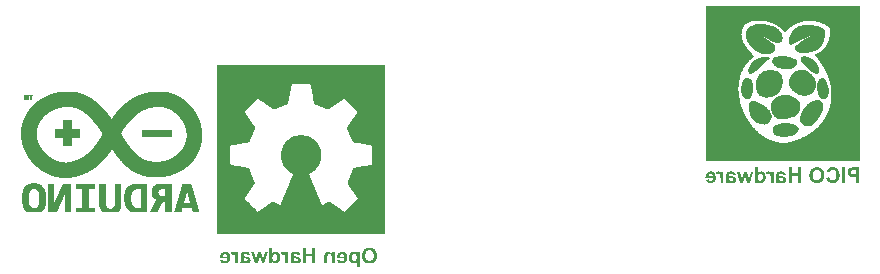
<source format=gbo>
G04*
G04 #@! TF.GenerationSoftware,Altium Limited,Altium Designer,20.0.2 (26)*
G04*
G04 Layer_Color=32896*
%FSLAX25Y25*%
%MOIN*%
G70*
G01*
G75*
%ADD149C,0.00050*%
%ADD150C,0.00080*%
%ADD151C,0.00100*%
G36*
X189499Y-119000D02*
X188460D01*
Y-116759D01*
X186437D01*
Y-119000D01*
X185398D01*
Y-113869D01*
X186437D01*
Y-115892D01*
X188460D01*
Y-113869D01*
X189499D01*
Y-119000D01*
D02*
G37*
G36*
X183141Y-115212D02*
X183259Y-115228D01*
X183360Y-115243D01*
X183462Y-115267D01*
X183547Y-115290D01*
X183633Y-115314D01*
X183704Y-115337D01*
X183766Y-115360D01*
X183821Y-115384D01*
X183868Y-115407D01*
X183907Y-115431D01*
X183938Y-115446D01*
X183961Y-115462D01*
X183969Y-115470D01*
X183977D01*
X184102Y-115579D01*
X184211Y-115704D01*
X184305Y-115829D01*
X184375Y-115962D01*
X184422Y-116079D01*
X184461Y-116173D01*
X184477Y-116204D01*
X184485Y-116235D01*
X184493Y-116251D01*
Y-116259D01*
X183610Y-116423D01*
X183579Y-116337D01*
X183540Y-116259D01*
X183501Y-116196D01*
X183462Y-116149D01*
X183430Y-116110D01*
X183399Y-116087D01*
X183384Y-116071D01*
X183376Y-116063D01*
X183313Y-116024D01*
X183251Y-116001D01*
X183110Y-115970D01*
X183055Y-115962D01*
X183009Y-115954D01*
X182962D01*
X182829Y-115962D01*
X182712Y-115970D01*
X182618Y-115993D01*
X182548Y-116017D01*
X182493Y-116040D01*
X182462Y-116056D01*
X182439Y-116071D01*
X182431Y-116079D01*
X182384Y-116134D01*
X182353Y-116196D01*
X182321Y-116259D01*
X182306Y-116329D01*
X182298Y-116392D01*
X182290Y-116438D01*
Y-116470D01*
Y-116485D01*
Y-116579D01*
X182345Y-116602D01*
X182407Y-116626D01*
X182556Y-116665D01*
X182712Y-116704D01*
X182868Y-116743D01*
X183017Y-116774D01*
X183079Y-116790D01*
X183141Y-116798D01*
X183188Y-116805D01*
X183220Y-116813D01*
X183243Y-116821D01*
X183251D01*
X183430Y-116860D01*
X183587Y-116899D01*
X183719Y-116938D01*
X183829Y-116977D01*
X183915Y-117008D01*
X183977Y-117032D01*
X184016Y-117048D01*
X184032Y-117055D01*
X184125Y-117110D01*
X184211Y-117173D01*
X184282Y-117235D01*
X184336Y-117297D01*
X184383Y-117352D01*
X184414Y-117399D01*
X184438Y-117430D01*
X184446Y-117438D01*
X184493Y-117532D01*
X184532Y-117625D01*
X184555Y-117719D01*
X184578Y-117805D01*
X184586Y-117883D01*
X184594Y-117938D01*
Y-117977D01*
Y-117992D01*
X184578Y-118164D01*
X184539Y-118321D01*
X184493Y-118453D01*
X184430Y-118570D01*
X184368Y-118664D01*
X184321Y-118735D01*
X184282Y-118773D01*
X184266Y-118789D01*
X184133Y-118891D01*
X183985Y-118969D01*
X183836Y-119016D01*
X183688Y-119055D01*
X183563Y-119078D01*
X183501Y-119086D01*
X183454D01*
X183415Y-119094D01*
X183360D01*
X183243Y-119086D01*
X183126Y-119078D01*
X183024Y-119055D01*
X182938Y-119031D01*
X182860Y-119016D01*
X182798Y-118992D01*
X182766Y-118984D01*
X182751Y-118977D01*
X182642Y-118922D01*
X182548Y-118867D01*
X182454Y-118805D01*
X182376Y-118742D01*
X182306Y-118688D01*
X182259Y-118641D01*
X182220Y-118609D01*
X182212Y-118602D01*
X182204Y-118633D01*
X182196Y-118672D01*
X182181Y-118703D01*
Y-118711D01*
Y-118719D01*
X182157Y-118781D01*
X182142Y-118844D01*
X182118Y-118891D01*
X182103Y-118930D01*
X182095Y-118961D01*
X182087Y-118984D01*
X182079Y-118992D01*
Y-119000D01*
X181111Y-119000D01*
X181158Y-118898D01*
X181197Y-118813D01*
X181228Y-118727D01*
X181251Y-118656D01*
X181267Y-118594D01*
X181283Y-118547D01*
X181290Y-118516D01*
Y-118508D01*
X181306Y-118406D01*
X181314Y-118297D01*
X181330Y-118172D01*
Y-118055D01*
X181337Y-117946D01*
Y-117860D01*
Y-117829D01*
Y-117805D01*
Y-117789D01*
Y-117782D01*
X181322Y-116641D01*
Y-116524D01*
X181330Y-116423D01*
X181337Y-116321D01*
X181345Y-116235D01*
X181353Y-116149D01*
X181361Y-116079D01*
X181376Y-116017D01*
X181384Y-115962D01*
X181415Y-115868D01*
X181431Y-115806D01*
X181447Y-115767D01*
X181454Y-115759D01*
X181509Y-115673D01*
X181579Y-115595D01*
X181658Y-115524D01*
X181728Y-115470D01*
X181798Y-115423D01*
X181853Y-115392D01*
X181892Y-115368D01*
X181907Y-115360D01*
X181970Y-115329D01*
X182040Y-115306D01*
X182196Y-115267D01*
X182360Y-115243D01*
X182517Y-115220D01*
X182665Y-115212D01*
X182728D01*
X182782Y-115204D01*
X183024D01*
X183141Y-115212D01*
D02*
G37*
G36*
X166428Y-115212D02*
X166545Y-115228D01*
X166647Y-115243D01*
X166748Y-115267D01*
X166834Y-115290D01*
X166920Y-115314D01*
X166990Y-115337D01*
X167053Y-115360D01*
X167107Y-115384D01*
X167154Y-115407D01*
X167193Y-115431D01*
X167225Y-115446D01*
X167248Y-115462D01*
X167256Y-115470D01*
X167264D01*
X167389Y-115579D01*
X167498Y-115704D01*
X167592Y-115829D01*
X167662Y-115962D01*
X167709Y-116079D01*
X167748Y-116173D01*
X167763Y-116204D01*
X167771Y-116235D01*
X167779Y-116251D01*
Y-116259D01*
X166897Y-116423D01*
X166865Y-116337D01*
X166826Y-116259D01*
X166787Y-116196D01*
X166748Y-116149D01*
X166717Y-116110D01*
X166686Y-116087D01*
X166670Y-116071D01*
X166662Y-116063D01*
X166600Y-116024D01*
X166537Y-116001D01*
X166397Y-115970D01*
X166342Y-115962D01*
X166295Y-115954D01*
X166248D01*
X166116Y-115962D01*
X165998Y-115970D01*
X165905Y-115993D01*
X165834Y-116017D01*
X165780Y-116040D01*
X165749Y-116056D01*
X165725Y-116071D01*
X165717Y-116079D01*
X165670Y-116134D01*
X165639Y-116196D01*
X165608Y-116259D01*
X165592Y-116329D01*
X165585Y-116392D01*
X165577Y-116438D01*
Y-116470D01*
Y-116485D01*
Y-116579D01*
X165631Y-116602D01*
X165694Y-116626D01*
X165842Y-116665D01*
X165998Y-116704D01*
X166155Y-116743D01*
X166303Y-116774D01*
X166366Y-116790D01*
X166428Y-116798D01*
X166475Y-116805D01*
X166506Y-116813D01*
X166530Y-116821D01*
X166537D01*
X166717Y-116860D01*
X166873Y-116899D01*
X167006Y-116938D01*
X167115Y-116977D01*
X167201Y-117008D01*
X167264Y-117032D01*
X167303Y-117048D01*
X167318Y-117055D01*
X167412Y-117110D01*
X167498Y-117173D01*
X167568Y-117235D01*
X167623Y-117297D01*
X167670Y-117352D01*
X167701Y-117399D01*
X167725Y-117430D01*
X167732Y-117438D01*
X167779Y-117532D01*
X167818Y-117625D01*
X167842Y-117719D01*
X167865Y-117805D01*
X167873Y-117883D01*
X167881Y-117938D01*
Y-117977D01*
Y-117992D01*
X167865Y-118164D01*
X167826Y-118321D01*
X167779Y-118453D01*
X167717Y-118570D01*
X167654Y-118664D01*
X167607Y-118735D01*
X167568Y-118773D01*
X167553Y-118789D01*
X167420Y-118891D01*
X167271Y-118969D01*
X167123Y-119016D01*
X166975Y-119055D01*
X166850Y-119078D01*
X166787Y-119086D01*
X166740D01*
X166701Y-119094D01*
X166647D01*
X166530Y-119086D01*
X166412Y-119078D01*
X166311Y-119055D01*
X166225Y-119031D01*
X166147Y-119016D01*
X166084Y-118992D01*
X166053Y-118984D01*
X166037Y-118977D01*
X165928Y-118922D01*
X165834Y-118867D01*
X165741Y-118805D01*
X165663Y-118742D01*
X165592Y-118688D01*
X165545Y-118641D01*
X165506Y-118609D01*
X165499Y-118602D01*
X165491Y-118633D01*
X165483Y-118672D01*
X165467Y-118703D01*
Y-118711D01*
Y-118719D01*
X165444Y-118781D01*
X165428Y-118844D01*
X165405Y-118891D01*
X165389Y-118930D01*
X165382Y-118961D01*
X165374Y-118984D01*
X165366Y-118992D01*
Y-119000D01*
X164397D01*
X164444Y-118898D01*
X164483Y-118813D01*
X164515Y-118727D01*
X164538Y-118656D01*
X164554Y-118594D01*
X164569Y-118547D01*
X164577Y-118516D01*
Y-118508D01*
X164593Y-118406D01*
X164601Y-118297D01*
X164616Y-118172D01*
Y-118055D01*
X164624Y-117946D01*
Y-117860D01*
Y-117829D01*
Y-117805D01*
Y-117789D01*
Y-117782D01*
X164608Y-116641D01*
Y-116524D01*
X164616Y-116423D01*
X164624Y-116321D01*
X164632Y-116235D01*
X164639Y-116149D01*
X164647Y-116079D01*
X164663Y-116017D01*
X164671Y-115962D01*
X164702Y-115868D01*
X164718Y-115806D01*
X164733Y-115767D01*
X164741Y-115759D01*
X164796Y-115673D01*
X164866Y-115595D01*
X164944Y-115525D01*
X165014Y-115470D01*
X165085Y-115423D01*
X165139Y-115392D01*
X165178Y-115368D01*
X165194Y-115360D01*
X165257Y-115329D01*
X165327Y-115306D01*
X165483Y-115267D01*
X165647Y-115243D01*
X165803Y-115220D01*
X165952Y-115212D01*
X166014D01*
X166069Y-115204D01*
X166311D01*
X166428Y-115212D01*
D02*
G37*
G36*
X172504Y-119000D02*
X171551D01*
X170919Y-116610D01*
X170278Y-119000D01*
X169333D01*
X168138Y-115282D01*
X169107D01*
X169818Y-117719D01*
X170434Y-115282D01*
X171387D01*
X172028Y-117719D01*
X172723Y-115282D01*
X173676D01*
X172504Y-119000D01*
D02*
G37*
G36*
X198582Y-115212D02*
X198715Y-115228D01*
X198832Y-115251D01*
X198949Y-115290D01*
X199058Y-115329D01*
X199160Y-115368D01*
X199246Y-115423D01*
X199331Y-115470D01*
X199410Y-115517D01*
X199472Y-115564D01*
X199535Y-115611D01*
X199582Y-115649D01*
X199620Y-115689D01*
X199644Y-115712D01*
X199660Y-115728D01*
X199667Y-115735D01*
X199753Y-115837D01*
X199824Y-115946D01*
X199886Y-116063D01*
X199941Y-116181D01*
X199988Y-116305D01*
X200027Y-116423D01*
X200081Y-116657D01*
X200105Y-116759D01*
X200120Y-116860D01*
X200128Y-116954D01*
X200136Y-117024D01*
X200144Y-117094D01*
Y-117141D01*
Y-117173D01*
Y-117180D01*
X200136Y-117321D01*
X200128Y-117454D01*
X200089Y-117703D01*
X200058Y-117821D01*
X200027Y-117922D01*
X199995Y-118024D01*
X199964Y-118110D01*
X199933Y-118188D01*
X199902Y-118258D01*
X199870Y-118321D01*
X199839Y-118367D01*
X199816Y-118406D01*
X199800Y-118438D01*
X199785Y-118453D01*
Y-118461D01*
X199691Y-118570D01*
X199589Y-118672D01*
X199480Y-118758D01*
X199363Y-118828D01*
X199246Y-118891D01*
X199121Y-118938D01*
X199004Y-118984D01*
X198886Y-119016D01*
X198777Y-119039D01*
X198676Y-119062D01*
X198590Y-119070D01*
X198504Y-119086D01*
X198441D01*
X198387Y-119094D01*
X198347D01*
X198129Y-119078D01*
X197933Y-119047D01*
X197762Y-119008D01*
X197613Y-118953D01*
X197496Y-118898D01*
X197441Y-118875D01*
X197403Y-118859D01*
X197371Y-118836D01*
X197348Y-118828D01*
X197340Y-118813D01*
X197332D01*
X197192Y-118695D01*
X197067Y-118563D01*
X196965Y-118430D01*
X196879Y-118297D01*
X196817Y-118180D01*
X196785Y-118125D01*
X196770Y-118078D01*
X196754Y-118047D01*
X196739Y-118016D01*
X196731Y-118000D01*
Y-117992D01*
X197707Y-117829D01*
X197738Y-117930D01*
X197777Y-118008D01*
X197824Y-118078D01*
X197863Y-118133D01*
X197895Y-118180D01*
X197926Y-118211D01*
X197941Y-118227D01*
X197949Y-118235D01*
X198012Y-118274D01*
X198074Y-118305D01*
X198144Y-118328D01*
X198199Y-118344D01*
X198254Y-118352D01*
X198301Y-118360D01*
X198340D01*
X198457Y-118352D01*
X198566Y-118321D01*
X198668Y-118281D01*
X198746Y-118235D01*
X198816Y-118196D01*
X198863Y-118157D01*
X198894Y-118125D01*
X198902Y-118117D01*
X198980Y-118016D01*
X199035Y-117907D01*
X199074Y-117797D01*
X199105Y-117680D01*
X199121Y-117586D01*
X199128Y-117500D01*
X199136Y-117469D01*
Y-117446D01*
Y-117438D01*
Y-117430D01*
X196676D01*
Y-117227D01*
X196692Y-117032D01*
X196715Y-116860D01*
X196739Y-116696D01*
X196778Y-116548D01*
X196817Y-116407D01*
X196856Y-116282D01*
X196903Y-116173D01*
X196942Y-116071D01*
X196988Y-115993D01*
X197028Y-115923D01*
X197059Y-115860D01*
X197090Y-115814D01*
X197114Y-115782D01*
X197129Y-115767D01*
X197137Y-115759D01*
X197231Y-115657D01*
X197332Y-115579D01*
X197434Y-115501D01*
X197543Y-115439D01*
X197652Y-115384D01*
X197762Y-115337D01*
X197871Y-115306D01*
X197973Y-115275D01*
X198066Y-115251D01*
X198160Y-115236D01*
X198238Y-115220D01*
X198308Y-115212D01*
X198371Y-115204D01*
X198449D01*
X198582Y-115212D01*
D02*
G37*
G36*
X159579Y-115212D02*
X159711Y-115228D01*
X159829Y-115251D01*
X159946Y-115290D01*
X160055Y-115329D01*
X160157Y-115368D01*
X160242Y-115423D01*
X160328Y-115470D01*
X160406Y-115517D01*
X160469Y-115564D01*
X160531Y-115611D01*
X160578Y-115649D01*
X160617Y-115689D01*
X160641Y-115712D01*
X160656Y-115728D01*
X160664Y-115735D01*
X160750Y-115837D01*
X160820Y-115946D01*
X160883Y-116063D01*
X160938Y-116181D01*
X160984Y-116306D01*
X161023Y-116423D01*
X161078Y-116657D01*
X161102Y-116759D01*
X161117Y-116860D01*
X161125Y-116954D01*
X161133Y-117024D01*
X161141Y-117094D01*
Y-117141D01*
Y-117173D01*
Y-117180D01*
X161133Y-117321D01*
X161125Y-117454D01*
X161086Y-117703D01*
X161055Y-117821D01*
X161023Y-117922D01*
X160992Y-118024D01*
X160961Y-118110D01*
X160930Y-118188D01*
X160898Y-118258D01*
X160867Y-118321D01*
X160836Y-118367D01*
X160813Y-118406D01*
X160797Y-118438D01*
X160781Y-118453D01*
Y-118461D01*
X160688Y-118570D01*
X160586Y-118672D01*
X160477Y-118758D01*
X160360Y-118828D01*
X160242Y-118891D01*
X160117Y-118938D01*
X160000Y-118984D01*
X159883Y-119016D01*
X159774Y-119039D01*
X159672Y-119062D01*
X159586Y-119070D01*
X159501Y-119086D01*
X159438D01*
X159383Y-119094D01*
X159344D01*
X159126Y-119078D01*
X158930Y-119047D01*
X158759Y-119008D01*
X158610Y-118953D01*
X158493Y-118898D01*
X158438Y-118875D01*
X158399Y-118859D01*
X158368Y-118836D01*
X158345Y-118828D01*
X158337Y-118813D01*
X158329D01*
X158188Y-118695D01*
X158063Y-118563D01*
X157962Y-118430D01*
X157876Y-118297D01*
X157814Y-118180D01*
X157782Y-118125D01*
X157767Y-118078D01*
X157751Y-118047D01*
X157736Y-118016D01*
X157728Y-118000D01*
Y-117992D01*
X158704Y-117829D01*
X158735Y-117930D01*
X158774Y-118008D01*
X158821Y-118078D01*
X158860Y-118133D01*
X158891Y-118180D01*
X158923Y-118211D01*
X158938Y-118227D01*
X158946Y-118235D01*
X159009Y-118274D01*
X159071Y-118305D01*
X159141Y-118328D01*
X159196Y-118344D01*
X159251Y-118352D01*
X159298Y-118360D01*
X159336D01*
X159454Y-118352D01*
X159563Y-118321D01*
X159665Y-118281D01*
X159743Y-118235D01*
X159813Y-118196D01*
X159860Y-118157D01*
X159891Y-118125D01*
X159899Y-118117D01*
X159977Y-118016D01*
X160032Y-117907D01*
X160071Y-117797D01*
X160102Y-117680D01*
X160117Y-117586D01*
X160125Y-117500D01*
X160133Y-117469D01*
Y-117446D01*
Y-117438D01*
Y-117430D01*
X157673D01*
Y-117227D01*
X157689Y-117032D01*
X157712Y-116860D01*
X157736Y-116696D01*
X157774Y-116548D01*
X157814Y-116407D01*
X157853Y-116282D01*
X157899Y-116173D01*
X157939Y-116071D01*
X157985Y-115993D01*
X158025Y-115923D01*
X158056Y-115860D01*
X158087Y-115814D01*
X158110Y-115782D01*
X158126Y-115767D01*
X158134Y-115759D01*
X158228Y-115657D01*
X158329Y-115579D01*
X158431Y-115501D01*
X158540Y-115439D01*
X158649Y-115384D01*
X158759Y-115337D01*
X158868Y-115306D01*
X158969Y-115275D01*
X159063Y-115251D01*
X159157Y-115236D01*
X159235Y-115220D01*
X159305Y-115212D01*
X159368Y-115204D01*
X159446D01*
X159579Y-115212D01*
D02*
G37*
G36*
X193888Y-115212D02*
X194021Y-115228D01*
X194138Y-115259D01*
X194255Y-115298D01*
X194364Y-115353D01*
X194466Y-115400D01*
X194552Y-115462D01*
X194638Y-115517D01*
X194716Y-115571D01*
X194778Y-115634D01*
X194841Y-115681D01*
X194888Y-115728D01*
X194927Y-115775D01*
X194950Y-115806D01*
X194966Y-115821D01*
X194974Y-115829D01*
Y-115282D01*
X195887D01*
Y-119000D01*
X194903D01*
Y-117321D01*
Y-117211D01*
Y-117102D01*
X194896Y-117008D01*
Y-116922D01*
X194888Y-116844D01*
X194880Y-116774D01*
X194872Y-116712D01*
X194864Y-116657D01*
X194856Y-116571D01*
X194841Y-116516D01*
X194833Y-116477D01*
Y-116470D01*
X194802Y-116384D01*
X194755Y-116313D01*
X194708Y-116251D01*
X194669Y-116196D01*
X194622Y-116149D01*
X194591Y-116118D01*
X194567Y-116103D01*
X194560Y-116095D01*
X194482Y-116048D01*
X194403Y-116017D01*
X194325Y-115985D01*
X194255Y-115970D01*
X194193Y-115962D01*
X194146Y-115954D01*
X194099D01*
X194028Y-115962D01*
X193966Y-115970D01*
X193904Y-115985D01*
X193857Y-116001D01*
X193818Y-116024D01*
X193786Y-116040D01*
X193771Y-116048D01*
X193763Y-116056D01*
X193669Y-116141D01*
X193607Y-116235D01*
X193583Y-116274D01*
X193568Y-116305D01*
X193560Y-116329D01*
Y-116337D01*
X193544Y-116376D01*
X193536Y-116423D01*
X193521Y-116532D01*
X193505Y-116657D01*
X193498Y-116790D01*
X193490Y-116907D01*
Y-116962D01*
Y-117016D01*
Y-117055D01*
Y-117087D01*
Y-117102D01*
Y-117110D01*
Y-119000D01*
X192506D01*
Y-116696D01*
Y-116548D01*
X192513Y-116415D01*
X192521Y-116298D01*
X192529Y-116204D01*
X192545Y-116134D01*
X192552Y-116079D01*
X192560Y-116048D01*
Y-116040D01*
X192584Y-115954D01*
X192615Y-115876D01*
X192646Y-115806D01*
X192677Y-115743D01*
X192709Y-115696D01*
X192732Y-115657D01*
X192748Y-115634D01*
X192755Y-115626D01*
X192810Y-115556D01*
X192880Y-115501D01*
X192943Y-115446D01*
X193013Y-115400D01*
X193068Y-115368D01*
X193115Y-115345D01*
X193146Y-115329D01*
X193162Y-115322D01*
X193263Y-115282D01*
X193365Y-115251D01*
X193466Y-115236D01*
X193560Y-115220D01*
X193638Y-115212D01*
X193701Y-115204D01*
X193755D01*
X193888Y-115212D01*
D02*
G37*
G36*
X178729Y-115212D02*
X178807Y-115220D01*
X178877Y-115243D01*
X178940Y-115259D01*
X178994Y-115282D01*
X179033Y-115306D01*
X179057Y-115314D01*
X179065Y-115322D01*
X179135Y-115376D01*
X179213Y-115446D01*
X179283Y-115525D01*
X179346Y-115611D01*
X179400Y-115689D01*
X179447Y-115751D01*
X179479Y-115798D01*
X179486Y-115806D01*
Y-115282D01*
X180400D01*
Y-119000D01*
X179416D01*
Y-117860D01*
Y-117688D01*
Y-117532D01*
X179408Y-117391D01*
X179400Y-117266D01*
Y-117149D01*
X179393Y-117048D01*
X179385Y-116962D01*
X179377Y-116884D01*
X179369Y-116821D01*
X179361Y-116759D01*
X179354Y-116712D01*
Y-116680D01*
X179346Y-116649D01*
X179338Y-116634D01*
Y-116618D01*
X179307Y-116516D01*
X179268Y-116430D01*
X179229Y-116352D01*
X179190Y-116298D01*
X179158Y-116259D01*
X179135Y-116227D01*
X179119Y-116212D01*
X179111Y-116204D01*
X179057Y-116165D01*
X178994Y-116134D01*
X178932Y-116118D01*
X178877Y-116103D01*
X178830Y-116095D01*
X178791Y-116087D01*
X178760D01*
X178674Y-116095D01*
X178596Y-116110D01*
X178518Y-116142D01*
X178440Y-116165D01*
X178385Y-116196D01*
X178330Y-116227D01*
X178299Y-116243D01*
X178291Y-116251D01*
X177987Y-115392D01*
X178104Y-115329D01*
X178221Y-115282D01*
X178338Y-115251D01*
X178432Y-115228D01*
X178518Y-115212D01*
X178588Y-115204D01*
X178643D01*
X178729Y-115212D01*
D02*
G37*
G36*
X162015D02*
X162093Y-115220D01*
X162164Y-115243D01*
X162226Y-115259D01*
X162281Y-115282D01*
X162320Y-115306D01*
X162343Y-115314D01*
X162351Y-115322D01*
X162422Y-115376D01*
X162500Y-115446D01*
X162570Y-115525D01*
X162632Y-115611D01*
X162687Y-115689D01*
X162734Y-115751D01*
X162765Y-115798D01*
X162773Y-115806D01*
Y-115282D01*
X163687D01*
Y-119000D01*
X162703D01*
Y-117860D01*
Y-117688D01*
Y-117532D01*
X162695Y-117391D01*
X162687Y-117266D01*
Y-117149D01*
X162679Y-117048D01*
X162671Y-116962D01*
X162664Y-116884D01*
X162656Y-116821D01*
X162648Y-116759D01*
X162640Y-116712D01*
Y-116680D01*
X162632Y-116649D01*
X162625Y-116634D01*
Y-116618D01*
X162593Y-116516D01*
X162554Y-116430D01*
X162515Y-116352D01*
X162476Y-116298D01*
X162445Y-116259D01*
X162422Y-116227D01*
X162406Y-116212D01*
X162398Y-116204D01*
X162343Y-116165D01*
X162281Y-116134D01*
X162218Y-116118D01*
X162164Y-116103D01*
X162117Y-116095D01*
X162078Y-116087D01*
X162047D01*
X161961Y-116095D01*
X161883Y-116110D01*
X161804Y-116142D01*
X161726Y-116165D01*
X161672Y-116196D01*
X161617Y-116227D01*
X161586Y-116243D01*
X161578Y-116251D01*
X161273Y-115392D01*
X161391Y-115329D01*
X161508Y-115282D01*
X161625Y-115251D01*
X161719Y-115228D01*
X161804Y-115212D01*
X161875Y-115204D01*
X161929D01*
X162015Y-115212D01*
D02*
G37*
G36*
X207751Y-113791D02*
X207962Y-113814D01*
X208149Y-113853D01*
X208313Y-113884D01*
X208383Y-113908D01*
X208446Y-113924D01*
X208501Y-113947D01*
X208547Y-113963D01*
X208586Y-113970D01*
X208610Y-113986D01*
X208625Y-113994D01*
X208633D01*
X208766Y-114056D01*
X208891Y-114127D01*
X209000Y-114205D01*
X209102Y-114283D01*
X209180Y-114345D01*
X209242Y-114400D01*
X209281Y-114439D01*
X209297Y-114455D01*
X209399Y-114572D01*
X209500Y-114697D01*
X209578Y-114814D01*
X209648Y-114923D01*
X209703Y-115017D01*
X209742Y-115095D01*
X209766Y-115142D01*
X209773Y-115150D01*
Y-115157D01*
X209852Y-115368D01*
X209906Y-115587D01*
X209945Y-115806D01*
X209969Y-116017D01*
X209984Y-116110D01*
Y-116196D01*
X209992Y-116274D01*
X210000Y-116345D01*
Y-116399D01*
Y-116438D01*
Y-116470D01*
Y-116477D01*
X209992Y-116704D01*
X209969Y-116915D01*
X209938Y-117110D01*
X209898Y-117297D01*
X209844Y-117469D01*
X209789Y-117625D01*
X209727Y-117766D01*
X209664Y-117899D01*
X209602Y-118016D01*
X209539Y-118117D01*
X209485Y-118203D01*
X209430Y-118274D01*
X209391Y-118328D01*
X209360Y-118367D01*
X209336Y-118391D01*
X209328Y-118399D01*
X209196Y-118524D01*
X209055Y-118625D01*
X208914Y-118719D01*
X208758Y-118797D01*
X208610Y-118867D01*
X208461Y-118922D01*
X208313Y-118969D01*
X208172Y-119008D01*
X208040Y-119039D01*
X207915Y-119055D01*
X207798Y-119070D01*
X207704Y-119086D01*
X207626D01*
X207563Y-119094D01*
X207516D01*
X207306Y-119086D01*
X207110Y-119062D01*
X206931Y-119031D01*
X206759Y-118984D01*
X206595Y-118930D01*
X206447Y-118875D01*
X206314Y-118813D01*
X206189Y-118742D01*
X206079Y-118680D01*
X205986Y-118617D01*
X205900Y-118563D01*
X205837Y-118508D01*
X205783Y-118461D01*
X205744Y-118430D01*
X205720Y-118406D01*
X205712Y-118399D01*
X205595Y-118258D01*
X205486Y-118110D01*
X205400Y-117954D01*
X205322Y-117797D01*
X205252Y-117633D01*
X205197Y-117469D01*
X205150Y-117313D01*
X205119Y-117157D01*
X205087Y-117016D01*
X205072Y-116876D01*
X205056Y-116759D01*
X205041Y-116649D01*
Y-116563D01*
X205033Y-116501D01*
Y-116462D01*
Y-116446D01*
X205041Y-116220D01*
X205064Y-116001D01*
X205095Y-115798D01*
X205142Y-115611D01*
X205189Y-115439D01*
X205244Y-115282D01*
X205306Y-115134D01*
X205369Y-115001D01*
X205439Y-114884D01*
X205494Y-114783D01*
X205556Y-114697D01*
X205603Y-114626D01*
X205650Y-114564D01*
X205681Y-114525D01*
X205704Y-114501D01*
X205712Y-114494D01*
X205845Y-114369D01*
X205986Y-114259D01*
X206134Y-114166D01*
X206282Y-114080D01*
X206431Y-114017D01*
X206587Y-113955D01*
X206728Y-113908D01*
X206876Y-113869D01*
X207009Y-113845D01*
X207134Y-113822D01*
X207243Y-113806D01*
X207337Y-113791D01*
X207415D01*
X207477Y-113783D01*
X207524D01*
X207751Y-113791D01*
D02*
G37*
G36*
X175144Y-115728D02*
X175230Y-115634D01*
X175324Y-115556D01*
X175417Y-115486D01*
X175503Y-115423D01*
X175597Y-115376D01*
X175691Y-115329D01*
X175855Y-115267D01*
X176003Y-115236D01*
X176066Y-115220D01*
X176120Y-115212D01*
X176159Y-115204D01*
X176222D01*
X176347Y-115212D01*
X176464Y-115228D01*
X176581Y-115251D01*
X176682Y-115282D01*
X176878Y-115360D01*
X176964Y-115407D01*
X177042Y-115454D01*
X177104Y-115501D01*
X177167Y-115548D01*
X177221Y-115587D01*
X177268Y-115626D01*
X177299Y-115657D01*
X177323Y-115681D01*
X177339Y-115696D01*
X177346Y-115704D01*
X177425Y-115798D01*
X177487Y-115907D01*
X177550Y-116017D01*
X177596Y-116134D01*
X177674Y-116376D01*
X177729Y-116610D01*
X177745Y-116712D01*
X177760Y-116813D01*
X177768Y-116907D01*
X177776Y-116985D01*
X177784Y-117048D01*
Y-117102D01*
Y-117133D01*
Y-117141D01*
X177776Y-117305D01*
X177760Y-117469D01*
X177745Y-117618D01*
X177714Y-117750D01*
X177682Y-117883D01*
X177643Y-118000D01*
X177596Y-118110D01*
X177557Y-118203D01*
X177518Y-118289D01*
X177471Y-118367D01*
X177432Y-118430D01*
X177401Y-118484D01*
X177370Y-118524D01*
X177346Y-118555D01*
X177339Y-118570D01*
X177331Y-118578D01*
X177245Y-118672D01*
X177151Y-118750D01*
X177065Y-118820D01*
X176971Y-118875D01*
X176878Y-118930D01*
X176784Y-118969D01*
X176612Y-119031D01*
X176464Y-119062D01*
X176401Y-119078D01*
X176347Y-119086D01*
X176300Y-119094D01*
X176237D01*
X176120Y-119086D01*
X176011Y-119070D01*
X175901Y-119047D01*
X175808Y-119016D01*
X175730Y-118984D01*
X175675Y-118961D01*
X175636Y-118945D01*
X175620Y-118938D01*
X175503Y-118867D01*
X175402Y-118797D01*
X175308Y-118711D01*
X175230Y-118641D01*
X175167Y-118570D01*
X175113Y-118516D01*
X175082Y-118477D01*
X175074Y-118461D01*
Y-119000D01*
X174160D01*
Y-113869D01*
X175144D01*
Y-115728D01*
D02*
G37*
G36*
X202323Y-115212D02*
X202455Y-115236D01*
X202573Y-115259D01*
X202666Y-115290D01*
X202752Y-115329D01*
X202815Y-115353D01*
X202854Y-115376D01*
X202870Y-115384D01*
X202979Y-115454D01*
X203073Y-115524D01*
X203151Y-115603D01*
X203221Y-115673D01*
X203276Y-115735D01*
X203315Y-115782D01*
X203338Y-115814D01*
X203346Y-115829D01*
Y-115282D01*
X204260D01*
Y-120421D01*
X203276D01*
Y-118555D01*
X203174Y-118656D01*
X203080Y-118742D01*
X202987Y-118820D01*
X202908Y-118875D01*
X202846Y-118922D01*
X202799Y-118953D01*
X202760Y-118969D01*
X202752Y-118977D01*
X202659Y-119016D01*
X202557Y-119047D01*
X202463Y-119062D01*
X202377Y-119078D01*
X202307Y-119086D01*
X202253Y-119094D01*
X202198D01*
X202081Y-119086D01*
X201963Y-119070D01*
X201854Y-119047D01*
X201753Y-119016D01*
X201565Y-118930D01*
X201401Y-118836D01*
X201339Y-118789D01*
X201276Y-118742D01*
X201222Y-118695D01*
X201175Y-118656D01*
X201144Y-118625D01*
X201120Y-118602D01*
X201104Y-118586D01*
X201097Y-118578D01*
X201019Y-118477D01*
X200940Y-118367D01*
X200886Y-118250D01*
X200831Y-118133D01*
X200784Y-118016D01*
X200745Y-117891D01*
X200691Y-117665D01*
X200675Y-117555D01*
X200659Y-117454D01*
X200651Y-117368D01*
X200644Y-117290D01*
X200636Y-117219D01*
Y-117173D01*
Y-117141D01*
Y-117133D01*
X200644Y-116969D01*
X200651Y-116813D01*
X200675Y-116665D01*
X200706Y-116532D01*
X200737Y-116407D01*
X200776Y-116290D01*
X200823Y-116181D01*
X200862Y-116087D01*
X200901Y-116001D01*
X200948Y-115931D01*
X200987Y-115868D01*
X201019Y-115814D01*
X201050Y-115775D01*
X201065Y-115743D01*
X201081Y-115728D01*
X201089Y-115720D01*
X201175Y-115626D01*
X201268Y-115548D01*
X201362Y-115478D01*
X201448Y-115423D01*
X201542Y-115368D01*
X201636Y-115329D01*
X201807Y-115267D01*
X201963Y-115228D01*
X202026Y-115220D01*
X202081Y-115212D01*
X202128Y-115204D01*
X202190D01*
X202323Y-115212D01*
D02*
G37*
G36*
X351332Y-92200D02*
X350293D01*
Y-89959D01*
X348270D01*
Y-92200D01*
X347232D01*
Y-87069D01*
X348270D01*
Y-89092D01*
X350293D01*
Y-87069D01*
X351332D01*
Y-92200D01*
D02*
G37*
G36*
X344974Y-88412D02*
X345092Y-88428D01*
X345193Y-88443D01*
X345295Y-88467D01*
X345380Y-88490D01*
X345466Y-88514D01*
X345537Y-88537D01*
X345599Y-88560D01*
X345654Y-88584D01*
X345701Y-88607D01*
X345740Y-88631D01*
X345771Y-88647D01*
X345795Y-88662D01*
X345802Y-88670D01*
X345810D01*
X345935Y-88779D01*
X346044Y-88904D01*
X346138Y-89029D01*
X346208Y-89162D01*
X346255Y-89279D01*
X346294Y-89373D01*
X346310Y-89404D01*
X346318Y-89435D01*
X346326Y-89451D01*
Y-89459D01*
X345443Y-89623D01*
X345412Y-89537D01*
X345373Y-89459D01*
X345334Y-89396D01*
X345295Y-89349D01*
X345263Y-89310D01*
X345232Y-89287D01*
X345216Y-89271D01*
X345209Y-89263D01*
X345146Y-89224D01*
X345084Y-89201D01*
X344943Y-89170D01*
X344888Y-89162D01*
X344842Y-89154D01*
X344795D01*
X344662Y-89162D01*
X344545Y-89170D01*
X344451Y-89193D01*
X344381Y-89217D01*
X344326Y-89240D01*
X344295Y-89256D01*
X344271Y-89271D01*
X344264Y-89279D01*
X344217Y-89334D01*
X344186Y-89396D01*
X344154Y-89459D01*
X344139Y-89529D01*
X344131Y-89591D01*
X344123Y-89638D01*
Y-89670D01*
Y-89685D01*
Y-89779D01*
X344178Y-89802D01*
X344240Y-89826D01*
X344389Y-89865D01*
X344545Y-89904D01*
X344701Y-89943D01*
X344849Y-89974D01*
X344912Y-89990D01*
X344974Y-89998D01*
X345021Y-90005D01*
X345053Y-90013D01*
X345076Y-90021D01*
X345084D01*
X345263Y-90060D01*
X345420Y-90099D01*
X345552Y-90138D01*
X345662Y-90177D01*
X345748Y-90209D01*
X345810Y-90232D01*
X345849Y-90247D01*
X345865Y-90255D01*
X345958Y-90310D01*
X346044Y-90373D01*
X346115Y-90435D01*
X346169Y-90497D01*
X346216Y-90552D01*
X346248Y-90599D01*
X346271Y-90630D01*
X346279Y-90638D01*
X346326Y-90732D01*
X346365Y-90825D01*
X346388Y-90919D01*
X346411Y-91005D01*
X346419Y-91083D01*
X346427Y-91138D01*
Y-91177D01*
Y-91193D01*
X346411Y-91364D01*
X346372Y-91521D01*
X346326Y-91653D01*
X346263Y-91770D01*
X346201Y-91864D01*
X346154Y-91935D01*
X346115Y-91974D01*
X346099Y-91989D01*
X345966Y-92091D01*
X345818Y-92169D01*
X345670Y-92216D01*
X345521Y-92255D01*
X345396Y-92278D01*
X345334Y-92286D01*
X345287D01*
X345248Y-92294D01*
X345193D01*
X345076Y-92286D01*
X344959Y-92278D01*
X344857Y-92255D01*
X344771Y-92231D01*
X344693Y-92216D01*
X344631Y-92192D01*
X344600Y-92184D01*
X344584Y-92177D01*
X344475Y-92122D01*
X344381Y-92067D01*
X344287Y-92005D01*
X344209Y-91942D01*
X344139Y-91888D01*
X344092Y-91841D01*
X344053Y-91809D01*
X344045Y-91802D01*
X344037Y-91833D01*
X344029Y-91872D01*
X344014Y-91903D01*
Y-91911D01*
Y-91919D01*
X343990Y-91981D01*
X343975Y-92044D01*
X343951Y-92091D01*
X343936Y-92130D01*
X343928Y-92161D01*
X343920Y-92184D01*
X343912Y-92192D01*
Y-92200D01*
X342944D01*
X342991Y-92098D01*
X343030Y-92013D01*
X343061Y-91927D01*
X343084Y-91856D01*
X343100Y-91794D01*
X343116Y-91747D01*
X343124Y-91716D01*
Y-91708D01*
X343139Y-91606D01*
X343147Y-91497D01*
X343162Y-91372D01*
Y-91255D01*
X343170Y-91146D01*
Y-91060D01*
Y-91028D01*
Y-91005D01*
Y-90989D01*
Y-90982D01*
X343155Y-89841D01*
Y-89724D01*
X343162Y-89623D01*
X343170Y-89521D01*
X343178Y-89435D01*
X343186Y-89349D01*
X343194Y-89279D01*
X343209Y-89217D01*
X343217Y-89162D01*
X343248Y-89068D01*
X343264Y-89006D01*
X343280Y-88967D01*
X343287Y-88959D01*
X343342Y-88873D01*
X343412Y-88795D01*
X343491Y-88724D01*
X343561Y-88670D01*
X343631Y-88623D01*
X343686Y-88592D01*
X343725Y-88568D01*
X343741Y-88560D01*
X343803Y-88529D01*
X343873Y-88506D01*
X344029Y-88467D01*
X344193Y-88443D01*
X344350Y-88420D01*
X344498Y-88412D01*
X344561D01*
X344615Y-88404D01*
X344857D01*
X344974Y-88412D01*
D02*
G37*
G36*
X328261Y-88412D02*
X328378Y-88428D01*
X328480Y-88443D01*
X328581Y-88467D01*
X328667Y-88490D01*
X328753Y-88514D01*
X328823Y-88537D01*
X328886Y-88561D01*
X328941Y-88584D01*
X328987Y-88607D01*
X329026Y-88631D01*
X329058Y-88647D01*
X329081Y-88662D01*
X329089Y-88670D01*
X329097D01*
X329222Y-88779D01*
X329331Y-88904D01*
X329425Y-89029D01*
X329495Y-89162D01*
X329542Y-89279D01*
X329581Y-89373D01*
X329596Y-89404D01*
X329604Y-89435D01*
X329612Y-89451D01*
Y-89459D01*
X328730Y-89623D01*
X328698Y-89537D01*
X328659Y-89459D01*
X328620Y-89396D01*
X328581Y-89349D01*
X328550Y-89310D01*
X328519Y-89287D01*
X328503Y-89271D01*
X328495Y-89263D01*
X328433Y-89224D01*
X328370Y-89201D01*
X328230Y-89170D01*
X328175Y-89162D01*
X328128Y-89154D01*
X328081D01*
X327949Y-89162D01*
X327832Y-89170D01*
X327738Y-89193D01*
X327667Y-89217D01*
X327613Y-89240D01*
X327582Y-89256D01*
X327558Y-89271D01*
X327550Y-89279D01*
X327503Y-89334D01*
X327472Y-89396D01*
X327441Y-89459D01*
X327425Y-89529D01*
X327417Y-89591D01*
X327410Y-89638D01*
Y-89670D01*
Y-89685D01*
Y-89779D01*
X327464Y-89802D01*
X327527Y-89826D01*
X327675Y-89865D01*
X327832Y-89904D01*
X327988Y-89943D01*
X328136Y-89974D01*
X328199Y-89990D01*
X328261Y-89998D01*
X328308Y-90005D01*
X328339Y-90013D01*
X328363Y-90021D01*
X328370D01*
X328550Y-90060D01*
X328706Y-90099D01*
X328839Y-90138D01*
X328948Y-90177D01*
X329034Y-90209D01*
X329097Y-90232D01*
X329136Y-90247D01*
X329151Y-90255D01*
X329245Y-90310D01*
X329331Y-90373D01*
X329401Y-90435D01*
X329456Y-90497D01*
X329503Y-90552D01*
X329534Y-90599D01*
X329557Y-90630D01*
X329565Y-90638D01*
X329612Y-90732D01*
X329651Y-90825D01*
X329675Y-90919D01*
X329698Y-91005D01*
X329706Y-91083D01*
X329714Y-91138D01*
Y-91177D01*
Y-91193D01*
X329698Y-91364D01*
X329659Y-91521D01*
X329612Y-91653D01*
X329550Y-91770D01*
X329487Y-91864D01*
X329440Y-91935D01*
X329401Y-91974D01*
X329386Y-91989D01*
X329253Y-92091D01*
X329104Y-92169D01*
X328956Y-92216D01*
X328808Y-92255D01*
X328683Y-92278D01*
X328620Y-92286D01*
X328573D01*
X328534Y-92294D01*
X328480D01*
X328363Y-92286D01*
X328245Y-92278D01*
X328144Y-92255D01*
X328058Y-92231D01*
X327980Y-92216D01*
X327917Y-92192D01*
X327886Y-92184D01*
X327870Y-92177D01*
X327761Y-92122D01*
X327667Y-92067D01*
X327574Y-92005D01*
X327496Y-91942D01*
X327425Y-91888D01*
X327379Y-91841D01*
X327339Y-91809D01*
X327332Y-91802D01*
X327324Y-91833D01*
X327316Y-91872D01*
X327300Y-91903D01*
Y-91911D01*
Y-91919D01*
X327277Y-91981D01*
X327261Y-92044D01*
X327238Y-92091D01*
X327222Y-92130D01*
X327215Y-92161D01*
X327207Y-92184D01*
X327199Y-92192D01*
Y-92200D01*
X326230D01*
X326277Y-92098D01*
X326316Y-92013D01*
X326348Y-91927D01*
X326371Y-91856D01*
X326387Y-91794D01*
X326402Y-91747D01*
X326410Y-91716D01*
Y-91708D01*
X326426Y-91606D01*
X326433Y-91497D01*
X326449Y-91372D01*
Y-91255D01*
X326457Y-91146D01*
Y-91060D01*
Y-91028D01*
Y-91005D01*
Y-90990D01*
Y-90982D01*
X326441Y-89841D01*
Y-89724D01*
X326449Y-89623D01*
X326457Y-89521D01*
X326465Y-89435D01*
X326472Y-89349D01*
X326480Y-89279D01*
X326496Y-89217D01*
X326504Y-89162D01*
X326535Y-89068D01*
X326551Y-89006D01*
X326566Y-88967D01*
X326574Y-88959D01*
X326629Y-88873D01*
X326699Y-88795D01*
X326777Y-88725D01*
X326847Y-88670D01*
X326918Y-88623D01*
X326972Y-88592D01*
X327011Y-88568D01*
X327027Y-88561D01*
X327090Y-88529D01*
X327160Y-88506D01*
X327316Y-88467D01*
X327480Y-88443D01*
X327636Y-88420D01*
X327785Y-88412D01*
X327847D01*
X327902Y-88404D01*
X328144D01*
X328261Y-88412D01*
D02*
G37*
G36*
X334337Y-92200D02*
X333384D01*
X332752Y-89810D01*
X332111Y-92200D01*
X331166D01*
X329971Y-88482D01*
X330940D01*
X331651Y-90919D01*
X332268Y-88482D01*
X333220D01*
X333861Y-90919D01*
X334556Y-88482D01*
X335509D01*
X334337Y-92200D01*
D02*
G37*
G36*
X362047Y-86991D02*
X362234Y-87014D01*
X362414Y-87045D01*
X362578Y-87092D01*
X362734Y-87147D01*
X362875Y-87209D01*
X363008Y-87272D01*
X363125Y-87334D01*
X363234Y-87405D01*
X363328Y-87467D01*
X363406Y-87530D01*
X363476Y-87584D01*
X363523Y-87631D01*
X363562Y-87662D01*
X363586Y-87686D01*
X363594Y-87694D01*
X363711Y-87834D01*
X363812Y-87983D01*
X363898Y-88139D01*
X363976Y-88303D01*
X364039Y-88467D01*
X364086Y-88639D01*
X364132Y-88795D01*
X364164Y-88959D01*
X364195Y-89107D01*
X364218Y-89240D01*
X364226Y-89365D01*
X364242Y-89474D01*
Y-89560D01*
X364249Y-89631D01*
Y-89670D01*
Y-89685D01*
X364242Y-89904D01*
X364218Y-90115D01*
X364187Y-90310D01*
X364148Y-90490D01*
X364093Y-90661D01*
X364039Y-90818D01*
X363984Y-90966D01*
X363921Y-91091D01*
X363859Y-91208D01*
X363804Y-91310D01*
X363742Y-91396D01*
X363695Y-91466D01*
X363656Y-91521D01*
X363625Y-91560D01*
X363601Y-91583D01*
X363594Y-91591D01*
X363469Y-91716D01*
X363336Y-91817D01*
X363195Y-91911D01*
X363055Y-91989D01*
X362914Y-92059D01*
X362773Y-92114D01*
X362641Y-92161D01*
X362508Y-92200D01*
X362383Y-92231D01*
X362274Y-92247D01*
X362172Y-92263D01*
X362086Y-92278D01*
X362016D01*
X361961Y-92286D01*
X361914D01*
X361766Y-92278D01*
X361617Y-92270D01*
X361485Y-92247D01*
X361352Y-92223D01*
X361235Y-92192D01*
X361125Y-92161D01*
X361024Y-92122D01*
X360930Y-92083D01*
X360844Y-92044D01*
X360766Y-92005D01*
X360704Y-91974D01*
X360649Y-91942D01*
X360610Y-91919D01*
X360579Y-91895D01*
X360563Y-91888D01*
X360555Y-91880D01*
X360454Y-91802D01*
X360368Y-91708D01*
X360204Y-91513D01*
X360071Y-91302D01*
X359970Y-91099D01*
X359923Y-91005D01*
X359884Y-90911D01*
X359853Y-90833D01*
X359829Y-90763D01*
X359806Y-90701D01*
X359790Y-90661D01*
X359782Y-90630D01*
Y-90622D01*
X360790Y-90310D01*
X360844Y-90513D01*
X360915Y-90677D01*
X360985Y-90825D01*
X361055Y-90943D01*
X361118Y-91028D01*
X361172Y-91099D01*
X361204Y-91130D01*
X361219Y-91146D01*
X361336Y-91232D01*
X361454Y-91294D01*
X361571Y-91341D01*
X361688Y-91372D01*
X361782Y-91388D01*
X361860Y-91396D01*
X361891Y-91403D01*
X361930D01*
X362032Y-91396D01*
X362125Y-91388D01*
X362305Y-91341D01*
X362461Y-91278D01*
X362594Y-91200D01*
X362695Y-91122D01*
X362773Y-91060D01*
X362820Y-91013D01*
X362828Y-91005D01*
X362836Y-90997D01*
X362898Y-90911D01*
X362945Y-90818D01*
X362992Y-90716D01*
X363031Y-90607D01*
X363094Y-90373D01*
X363133Y-90146D01*
X363148Y-90037D01*
X363164Y-89935D01*
X363172Y-89849D01*
Y-89763D01*
X363179Y-89701D01*
Y-89646D01*
Y-89615D01*
Y-89607D01*
X363172Y-89443D01*
X363164Y-89287D01*
X363148Y-89139D01*
X363125Y-89013D01*
X363101Y-88889D01*
X363070Y-88779D01*
X363039Y-88686D01*
X363000Y-88600D01*
X362969Y-88521D01*
X362937Y-88459D01*
X362906Y-88404D01*
X362883Y-88358D01*
X362859Y-88326D01*
X362844Y-88295D01*
X362828Y-88287D01*
Y-88279D01*
X362758Y-88209D01*
X362687Y-88139D01*
X362609Y-88084D01*
X362539Y-88037D01*
X362383Y-87967D01*
X362234Y-87920D01*
X362102Y-87889D01*
X362047Y-87881D01*
X362000Y-87873D01*
X361961Y-87865D01*
X361907D01*
X361758Y-87873D01*
X361625Y-87905D01*
X361500Y-87936D01*
X361399Y-87983D01*
X361313Y-88022D01*
X361258Y-88061D01*
X361219Y-88092D01*
X361204Y-88100D01*
X361102Y-88194D01*
X361024Y-88295D01*
X360954Y-88397D01*
X360907Y-88498D01*
X360868Y-88592D01*
X360837Y-88662D01*
X360829Y-88709D01*
X360821Y-88717D01*
Y-88724D01*
X359798Y-88482D01*
X359868Y-88264D01*
X359954Y-88076D01*
X360048Y-87920D01*
X360134Y-87787D01*
X360212Y-87678D01*
X360274Y-87608D01*
X360313Y-87561D01*
X360321Y-87545D01*
X360329D01*
X360446Y-87444D01*
X360563Y-87358D01*
X360688Y-87287D01*
X360813Y-87217D01*
X360938Y-87163D01*
X361071Y-87124D01*
X361188Y-87085D01*
X361313Y-87053D01*
X361422Y-87030D01*
X361524Y-87014D01*
X361617Y-86998D01*
X361696Y-86991D01*
X361758Y-86983D01*
X361852D01*
X362047Y-86991D01*
D02*
G37*
G36*
X321412Y-88412D02*
X321544Y-88428D01*
X321662Y-88451D01*
X321779Y-88490D01*
X321888Y-88529D01*
X321990Y-88568D01*
X322076Y-88623D01*
X322161Y-88670D01*
X322239Y-88717D01*
X322302Y-88764D01*
X322364Y-88810D01*
X322411Y-88850D01*
X322450Y-88889D01*
X322474Y-88912D01*
X322489Y-88928D01*
X322497Y-88935D01*
X322583Y-89037D01*
X322654Y-89146D01*
X322716Y-89263D01*
X322771Y-89381D01*
X322817Y-89506D01*
X322856Y-89623D01*
X322911Y-89857D01*
X322935Y-89959D01*
X322950Y-90060D01*
X322958Y-90154D01*
X322966Y-90224D01*
X322974Y-90294D01*
Y-90341D01*
Y-90373D01*
Y-90380D01*
X322966Y-90521D01*
X322958Y-90654D01*
X322919Y-90904D01*
X322888Y-91021D01*
X322856Y-91122D01*
X322825Y-91224D01*
X322794Y-91310D01*
X322763Y-91388D01*
X322732Y-91458D01*
X322700Y-91521D01*
X322669Y-91567D01*
X322646Y-91606D01*
X322630Y-91638D01*
X322614Y-91653D01*
Y-91661D01*
X322521Y-91770D01*
X322419Y-91872D01*
X322310Y-91958D01*
X322193Y-92028D01*
X322076Y-92091D01*
X321951Y-92137D01*
X321833Y-92184D01*
X321716Y-92216D01*
X321607Y-92239D01*
X321505Y-92263D01*
X321420Y-92270D01*
X321334Y-92286D01*
X321271D01*
X321216Y-92294D01*
X321177D01*
X320959Y-92278D01*
X320763Y-92247D01*
X320592Y-92208D01*
X320443Y-92153D01*
X320326Y-92098D01*
X320271Y-92075D01*
X320232Y-92059D01*
X320201Y-92036D01*
X320178Y-92028D01*
X320170Y-92013D01*
X320162D01*
X320022Y-91895D01*
X319897Y-91763D01*
X319795Y-91630D01*
X319709Y-91497D01*
X319647Y-91380D01*
X319615Y-91325D01*
X319600Y-91278D01*
X319584Y-91247D01*
X319568Y-91216D01*
X319561Y-91200D01*
Y-91193D01*
X320537Y-91028D01*
X320568Y-91130D01*
X320607Y-91208D01*
X320654Y-91278D01*
X320693Y-91333D01*
X320724Y-91380D01*
X320756Y-91411D01*
X320771Y-91427D01*
X320779Y-91435D01*
X320842Y-91474D01*
X320904Y-91505D01*
X320974Y-91528D01*
X321029Y-91544D01*
X321084Y-91552D01*
X321130Y-91560D01*
X321169D01*
X321287Y-91552D01*
X321396Y-91521D01*
X321498Y-91482D01*
X321576Y-91435D01*
X321646Y-91396D01*
X321693Y-91356D01*
X321724Y-91325D01*
X321732Y-91317D01*
X321810Y-91216D01*
X321865Y-91107D01*
X321904Y-90997D01*
X321935Y-90880D01*
X321951Y-90786D01*
X321958Y-90701D01*
X321966Y-90669D01*
Y-90646D01*
Y-90638D01*
Y-90630D01*
X319506D01*
Y-90427D01*
X319522Y-90232D01*
X319545Y-90060D01*
X319568Y-89896D01*
X319607Y-89748D01*
X319647Y-89607D01*
X319686Y-89482D01*
X319732Y-89373D01*
X319772Y-89271D01*
X319818Y-89193D01*
X319858Y-89123D01*
X319889Y-89060D01*
X319920Y-89013D01*
X319943Y-88982D01*
X319959Y-88967D01*
X319967Y-88959D01*
X320060Y-88857D01*
X320162Y-88779D01*
X320264Y-88701D01*
X320373Y-88639D01*
X320482Y-88584D01*
X320592Y-88537D01*
X320701Y-88506D01*
X320802Y-88475D01*
X320896Y-88451D01*
X320990Y-88436D01*
X321068Y-88420D01*
X321138Y-88412D01*
X321201Y-88404D01*
X321279D01*
X321412Y-88412D01*
D02*
G37*
G36*
X370833Y-92200D02*
X369795D01*
Y-90263D01*
X368873D01*
X368764Y-90255D01*
X368662D01*
X368561Y-90247D01*
X368475Y-90240D01*
X368397Y-90232D01*
X368326Y-90224D01*
X368264D01*
X368209Y-90216D01*
X368162Y-90209D01*
X368123Y-90201D01*
X368092D01*
X368069Y-90193D01*
X368053D01*
X367951Y-90162D01*
X367850Y-90130D01*
X367764Y-90091D01*
X367678Y-90044D01*
X367616Y-90013D01*
X367561Y-89982D01*
X367522Y-89959D01*
X367514Y-89951D01*
X367420Y-89873D01*
X367335Y-89794D01*
X367256Y-89709D01*
X367194Y-89623D01*
X367147Y-89552D01*
X367108Y-89498D01*
X367085Y-89459D01*
X367077Y-89443D01*
X367022Y-89318D01*
X366975Y-89185D01*
X366944Y-89053D01*
X366928Y-88928D01*
X366913Y-88818D01*
X366905Y-88732D01*
Y-88701D01*
Y-88678D01*
Y-88662D01*
Y-88654D01*
X366920Y-88436D01*
X366952Y-88240D01*
X366999Y-88068D01*
X367053Y-87920D01*
X367116Y-87811D01*
X367139Y-87764D01*
X367163Y-87725D01*
X367178Y-87694D01*
X367194Y-87670D01*
X367210Y-87662D01*
Y-87655D01*
X367327Y-87522D01*
X367452Y-87413D01*
X367569Y-87319D01*
X367686Y-87256D01*
X367787Y-87202D01*
X367873Y-87170D01*
X367905Y-87163D01*
X367920Y-87155D01*
X367936Y-87147D01*
X367944D01*
X368006Y-87131D01*
X368076Y-87124D01*
X368162Y-87108D01*
X368256Y-87100D01*
X368459Y-87085D01*
X368670Y-87077D01*
X368772D01*
X368865Y-87069D01*
X370833D01*
Y-92200D01*
D02*
G37*
G36*
X366085D02*
X365046D01*
Y-87069D01*
X366085D01*
Y-92200D01*
D02*
G37*
G36*
X340562Y-88412D02*
X340640Y-88420D01*
X340710Y-88443D01*
X340773Y-88459D01*
X340827Y-88482D01*
X340866Y-88506D01*
X340890Y-88514D01*
X340898Y-88521D01*
X340968Y-88576D01*
X341046Y-88647D01*
X341116Y-88725D01*
X341179Y-88810D01*
X341233Y-88889D01*
X341280Y-88951D01*
X341312Y-88998D01*
X341319Y-89006D01*
Y-88482D01*
X342233D01*
Y-92200D01*
X341249D01*
Y-91060D01*
Y-90888D01*
Y-90732D01*
X341241Y-90591D01*
X341233Y-90466D01*
Y-90349D01*
X341226Y-90247D01*
X341218Y-90162D01*
X341210Y-90083D01*
X341202Y-90021D01*
X341194Y-89959D01*
X341187Y-89912D01*
Y-89880D01*
X341179Y-89849D01*
X341171Y-89834D01*
Y-89818D01*
X341140Y-89716D01*
X341101Y-89631D01*
X341062Y-89552D01*
X341023Y-89498D01*
X340991Y-89459D01*
X340968Y-89428D01*
X340952Y-89412D01*
X340945Y-89404D01*
X340890Y-89365D01*
X340827Y-89334D01*
X340765Y-89318D01*
X340710Y-89302D01*
X340663Y-89295D01*
X340624Y-89287D01*
X340593D01*
X340507Y-89295D01*
X340429Y-89310D01*
X340351Y-89341D01*
X340273Y-89365D01*
X340218Y-89396D01*
X340163Y-89428D01*
X340132Y-89443D01*
X340124Y-89451D01*
X339820Y-88592D01*
X339937Y-88529D01*
X340054Y-88482D01*
X340171Y-88451D01*
X340265Y-88428D01*
X340351Y-88412D01*
X340421Y-88404D01*
X340476D01*
X340562Y-88412D01*
D02*
G37*
G36*
X323848D02*
X323926Y-88420D01*
X323997Y-88443D01*
X324059Y-88459D01*
X324114Y-88482D01*
X324153Y-88506D01*
X324176Y-88514D01*
X324184Y-88521D01*
X324254Y-88576D01*
X324333Y-88647D01*
X324403Y-88725D01*
X324465Y-88810D01*
X324520Y-88889D01*
X324567Y-88951D01*
X324598Y-88998D01*
X324606Y-89006D01*
Y-88482D01*
X325520D01*
Y-92200D01*
X324536D01*
Y-91060D01*
Y-90888D01*
Y-90732D01*
X324528Y-90591D01*
X324520Y-90466D01*
Y-90349D01*
X324512Y-90247D01*
X324504Y-90162D01*
X324497Y-90083D01*
X324489Y-90021D01*
X324481Y-89959D01*
X324473Y-89912D01*
Y-89880D01*
X324465Y-89849D01*
X324458Y-89834D01*
Y-89818D01*
X324426Y-89716D01*
X324387Y-89631D01*
X324348Y-89552D01*
X324309Y-89498D01*
X324278Y-89459D01*
X324254Y-89428D01*
X324239Y-89412D01*
X324231Y-89404D01*
X324176Y-89365D01*
X324114Y-89334D01*
X324051Y-89318D01*
X323997Y-89302D01*
X323950Y-89295D01*
X323911Y-89287D01*
X323880D01*
X323794Y-89295D01*
X323716Y-89310D01*
X323638Y-89341D01*
X323559Y-89365D01*
X323505Y-89396D01*
X323450Y-89428D01*
X323419Y-89443D01*
X323411Y-89451D01*
X323106Y-88592D01*
X323224Y-88529D01*
X323341Y-88482D01*
X323458Y-88451D01*
X323552Y-88428D01*
X323638Y-88412D01*
X323708Y-88404D01*
X323762D01*
X323848Y-88412D01*
D02*
G37*
G36*
X356853Y-86991D02*
X357064Y-87014D01*
X357252Y-87053D01*
X357416Y-87085D01*
X357486Y-87108D01*
X357548Y-87124D01*
X357603Y-87147D01*
X357650Y-87163D01*
X357689Y-87170D01*
X357713Y-87186D01*
X357728Y-87194D01*
X357736D01*
X357869Y-87256D01*
X357994Y-87327D01*
X358103Y-87405D01*
X358205Y-87483D01*
X358283Y-87545D01*
X358345Y-87600D01*
X358384Y-87639D01*
X358400Y-87655D01*
X358501Y-87772D01*
X358603Y-87897D01*
X358681Y-88014D01*
X358751Y-88123D01*
X358806Y-88217D01*
X358845Y-88295D01*
X358868Y-88342D01*
X358876Y-88350D01*
Y-88358D01*
X358954Y-88568D01*
X359009Y-88787D01*
X359048Y-89006D01*
X359071Y-89217D01*
X359087Y-89310D01*
Y-89396D01*
X359095Y-89474D01*
X359103Y-89545D01*
Y-89599D01*
Y-89638D01*
Y-89670D01*
Y-89677D01*
X359095Y-89904D01*
X359071Y-90115D01*
X359040Y-90310D01*
X359001Y-90497D01*
X358946Y-90669D01*
X358892Y-90825D01*
X358829Y-90966D01*
X358767Y-91099D01*
X358704Y-91216D01*
X358642Y-91317D01*
X358587Y-91403D01*
X358533Y-91474D01*
X358493Y-91528D01*
X358462Y-91567D01*
X358439Y-91591D01*
X358431Y-91599D01*
X358298Y-91724D01*
X358158Y-91825D01*
X358017Y-91919D01*
X357861Y-91997D01*
X357713Y-92067D01*
X357564Y-92122D01*
X357416Y-92169D01*
X357275Y-92208D01*
X357142Y-92239D01*
X357017Y-92255D01*
X356900Y-92270D01*
X356807Y-92286D01*
X356729D01*
X356666Y-92294D01*
X356619D01*
X356408Y-92286D01*
X356213Y-92263D01*
X356033Y-92231D01*
X355862Y-92184D01*
X355698Y-92130D01*
X355549Y-92075D01*
X355416Y-92013D01*
X355291Y-91942D01*
X355182Y-91880D01*
X355088Y-91817D01*
X355002Y-91763D01*
X354940Y-91708D01*
X354885Y-91661D01*
X354846Y-91630D01*
X354823Y-91606D01*
X354815Y-91599D01*
X354698Y-91458D01*
X354589Y-91310D01*
X354503Y-91154D01*
X354425Y-90997D01*
X354354Y-90833D01*
X354300Y-90669D01*
X354253Y-90513D01*
X354222Y-90357D01*
X354190Y-90216D01*
X354175Y-90076D01*
X354159Y-89959D01*
X354143Y-89849D01*
Y-89763D01*
X354136Y-89701D01*
Y-89662D01*
Y-89646D01*
X354143Y-89420D01*
X354167Y-89201D01*
X354198Y-88998D01*
X354245Y-88810D01*
X354292Y-88639D01*
X354346Y-88482D01*
X354409Y-88334D01*
X354471Y-88201D01*
X354542Y-88084D01*
X354596Y-87983D01*
X354659Y-87897D01*
X354706Y-87826D01*
X354753Y-87764D01*
X354784Y-87725D01*
X354807Y-87701D01*
X354815Y-87694D01*
X354948Y-87569D01*
X355088Y-87459D01*
X355237Y-87366D01*
X355385Y-87280D01*
X355534Y-87217D01*
X355690Y-87155D01*
X355830Y-87108D01*
X355979Y-87069D01*
X356112Y-87045D01*
X356237Y-87022D01*
X356346Y-87006D01*
X356439Y-86991D01*
X356518D01*
X356580Y-86983D01*
X356627D01*
X356853Y-86991D01*
D02*
G37*
G36*
X336977Y-88928D02*
X337063Y-88834D01*
X337157Y-88756D01*
X337250Y-88686D01*
X337336Y-88623D01*
X337430Y-88576D01*
X337524Y-88529D01*
X337688Y-88467D01*
X337836Y-88436D01*
X337899Y-88420D01*
X337953Y-88412D01*
X337992Y-88404D01*
X338055D01*
X338180Y-88412D01*
X338297Y-88428D01*
X338414Y-88451D01*
X338516Y-88482D01*
X338711Y-88561D01*
X338797Y-88607D01*
X338875Y-88654D01*
X338937Y-88701D01*
X339000Y-88748D01*
X339054Y-88787D01*
X339101Y-88826D01*
X339132Y-88857D01*
X339156Y-88881D01*
X339172Y-88896D01*
X339179Y-88904D01*
X339258Y-88998D01*
X339320Y-89107D01*
X339383Y-89217D01*
X339429Y-89334D01*
X339507Y-89576D01*
X339562Y-89810D01*
X339578Y-89912D01*
X339593Y-90013D01*
X339601Y-90107D01*
X339609Y-90185D01*
X339617Y-90247D01*
Y-90302D01*
Y-90333D01*
Y-90341D01*
X339609Y-90505D01*
X339593Y-90669D01*
X339578Y-90818D01*
X339546Y-90950D01*
X339515Y-91083D01*
X339476Y-91200D01*
X339429Y-91310D01*
X339390Y-91403D01*
X339351Y-91489D01*
X339304Y-91567D01*
X339265Y-91630D01*
X339234Y-91685D01*
X339203Y-91724D01*
X339179Y-91755D01*
X339172Y-91770D01*
X339164Y-91778D01*
X339078Y-91872D01*
X338984Y-91950D01*
X338898Y-92020D01*
X338805Y-92075D01*
X338711Y-92130D01*
X338617Y-92169D01*
X338445Y-92231D01*
X338297Y-92263D01*
X338234Y-92278D01*
X338180Y-92286D01*
X338133Y-92294D01*
X338070D01*
X337953Y-92286D01*
X337844Y-92270D01*
X337735Y-92247D01*
X337641Y-92216D01*
X337563Y-92184D01*
X337508Y-92161D01*
X337469Y-92145D01*
X337453Y-92137D01*
X337336Y-92067D01*
X337235Y-91997D01*
X337141Y-91911D01*
X337063Y-91841D01*
X337000Y-91770D01*
X336946Y-91716D01*
X336914Y-91677D01*
X336907Y-91661D01*
Y-92200D01*
X335993D01*
Y-87069D01*
X336977D01*
Y-88928D01*
D02*
G37*
%LPC*%
G36*
X182298Y-117219D02*
X182290D01*
Y-117422D01*
Y-117547D01*
X182298Y-117641D01*
X182306Y-117727D01*
Y-117789D01*
X182314Y-117844D01*
X182321Y-117875D01*
X182329Y-117891D01*
Y-117899D01*
X182360Y-117969D01*
X182392Y-118032D01*
X182431Y-118086D01*
X182470Y-118133D01*
X182509Y-118172D01*
X182532Y-118203D01*
X182556Y-118219D01*
X182563Y-118227D01*
X182657Y-118281D01*
X182743Y-118328D01*
X182829Y-118360D01*
X182907Y-118375D01*
X182977Y-118391D01*
X183024Y-118399D01*
X183071D01*
X183157Y-118391D01*
X183227Y-118375D01*
X183298Y-118352D01*
X183352Y-118321D01*
X183399Y-118297D01*
X183430Y-118274D01*
X183454Y-118258D01*
X183462Y-118250D01*
X183509Y-118196D01*
X183547Y-118133D01*
X183571Y-118071D01*
X183594Y-118016D01*
X183602Y-117969D01*
X183610Y-117922D01*
Y-117899D01*
Y-117891D01*
X183602Y-117813D01*
X183579Y-117750D01*
X183547Y-117688D01*
X183516Y-117641D01*
X183485Y-117602D01*
X183454Y-117571D01*
X183430Y-117555D01*
X183423Y-117547D01*
X183360Y-117516D01*
X183290Y-117485D01*
X183196Y-117454D01*
X183110Y-117430D01*
X183024Y-117407D01*
X182954Y-117391D01*
X182907Y-117376D01*
X182891D01*
X182751Y-117344D01*
X182626Y-117313D01*
X182524Y-117290D01*
X182439Y-117266D01*
X182376Y-117243D01*
X182329Y-117235D01*
X182298Y-117219D01*
D02*
G37*
G36*
X165585Y-117219D02*
X165577D01*
Y-117422D01*
Y-117547D01*
X165585Y-117641D01*
X165592Y-117727D01*
Y-117789D01*
X165600Y-117844D01*
X165608Y-117875D01*
X165616Y-117891D01*
Y-117899D01*
X165647Y-117969D01*
X165678Y-118032D01*
X165717Y-118086D01*
X165756Y-118133D01*
X165795Y-118172D01*
X165819Y-118203D01*
X165842Y-118219D01*
X165850Y-118227D01*
X165944Y-118281D01*
X166030Y-118328D01*
X166116Y-118360D01*
X166194Y-118375D01*
X166264Y-118391D01*
X166311Y-118399D01*
X166358D01*
X166444Y-118391D01*
X166514Y-118375D01*
X166584Y-118352D01*
X166639Y-118321D01*
X166686Y-118297D01*
X166717Y-118274D01*
X166740Y-118258D01*
X166748Y-118250D01*
X166795Y-118196D01*
X166834Y-118133D01*
X166858Y-118071D01*
X166881Y-118016D01*
X166889Y-117969D01*
X166897Y-117922D01*
Y-117899D01*
Y-117891D01*
X166889Y-117813D01*
X166865Y-117750D01*
X166834Y-117688D01*
X166803Y-117641D01*
X166772Y-117602D01*
X166740Y-117571D01*
X166717Y-117555D01*
X166709Y-117547D01*
X166647Y-117516D01*
X166576Y-117485D01*
X166483Y-117454D01*
X166397Y-117430D01*
X166311Y-117407D01*
X166241Y-117391D01*
X166194Y-117376D01*
X166178D01*
X166037Y-117344D01*
X165913Y-117313D01*
X165811Y-117290D01*
X165725Y-117266D01*
X165663Y-117243D01*
X165616Y-117235D01*
X165585Y-117219D01*
D02*
G37*
G36*
X198441Y-115954D02*
X198387D01*
X198277Y-115962D01*
X198176Y-115985D01*
X198090Y-116024D01*
X198020Y-116063D01*
X197957Y-116110D01*
X197918Y-116141D01*
X197887Y-116173D01*
X197879Y-116181D01*
X197809Y-116274D01*
X197754Y-116376D01*
X197715Y-116485D01*
X197684Y-116587D01*
X197668Y-116680D01*
X197660Y-116759D01*
X197652Y-116790D01*
Y-116813D01*
Y-116821D01*
Y-116829D01*
X199121D01*
X199113Y-116688D01*
X199089Y-116563D01*
X199058Y-116454D01*
X199019Y-116360D01*
X198980Y-116290D01*
X198949Y-116235D01*
X198925Y-116204D01*
X198918Y-116196D01*
X198832Y-116118D01*
X198746Y-116056D01*
X198660Y-116017D01*
X198574Y-115985D01*
X198496Y-115970D01*
X198441Y-115954D01*
D02*
G37*
G36*
X159438Y-115954D02*
X159383D01*
X159274Y-115962D01*
X159172Y-115985D01*
X159087Y-116024D01*
X159016Y-116063D01*
X158954Y-116110D01*
X158915Y-116142D01*
X158884Y-116173D01*
X158876Y-116181D01*
X158805Y-116274D01*
X158751Y-116376D01*
X158712Y-116485D01*
X158680Y-116587D01*
X158665Y-116680D01*
X158657Y-116759D01*
X158649Y-116790D01*
Y-116813D01*
Y-116821D01*
Y-116829D01*
X160117D01*
X160110Y-116688D01*
X160086Y-116563D01*
X160055Y-116454D01*
X160016Y-116360D01*
X159977Y-116290D01*
X159946Y-116235D01*
X159922Y-116204D01*
X159915Y-116196D01*
X159829Y-116118D01*
X159743Y-116056D01*
X159657Y-116017D01*
X159571Y-115985D01*
X159493Y-115970D01*
X159438Y-115954D01*
D02*
G37*
G36*
X207579Y-114665D02*
X207516D01*
X207399Y-114673D01*
X207290Y-114681D01*
X207087Y-114736D01*
X206907Y-114806D01*
X206767Y-114884D01*
X206704Y-114923D01*
X206649Y-114962D01*
X206603Y-115001D01*
X206564Y-115032D01*
X206532Y-115064D01*
X206509Y-115087D01*
X206501Y-115095D01*
X206493Y-115103D01*
X206423Y-115189D01*
X206361Y-115282D01*
X206314Y-115384D01*
X206267Y-115493D01*
X206196Y-115712D01*
X206150Y-115923D01*
X206134Y-116024D01*
X206126Y-116118D01*
X206111Y-116204D01*
Y-116274D01*
X206103Y-116337D01*
Y-116384D01*
Y-116415D01*
Y-116423D01*
X206111Y-116587D01*
X206118Y-116735D01*
X206142Y-116884D01*
X206165Y-117008D01*
X206196Y-117133D01*
X206228Y-117243D01*
X206267Y-117344D01*
X206298Y-117430D01*
X206337Y-117508D01*
X206376Y-117579D01*
X206407Y-117633D01*
X206439Y-117680D01*
X206462Y-117719D01*
X206486Y-117743D01*
X206493Y-117758D01*
X206501Y-117766D01*
X206579Y-117844D01*
X206657Y-117914D01*
X206743Y-117969D01*
X206829Y-118024D01*
X206915Y-118063D01*
X207001Y-118102D01*
X207157Y-118157D01*
X207298Y-118188D01*
X207360Y-118196D01*
X207415Y-118203D01*
X207454Y-118211D01*
X207516D01*
X207626Y-118203D01*
X207735Y-118196D01*
X207837Y-118172D01*
X207938Y-118141D01*
X208110Y-118071D01*
X208258Y-117985D01*
X208376Y-117907D01*
X208422Y-117868D01*
X208461Y-117836D01*
X208493Y-117805D01*
X208516Y-117782D01*
X208524Y-117774D01*
X208532Y-117766D01*
X208602Y-117680D01*
X208664Y-117579D01*
X208719Y-117477D01*
X208758Y-117368D01*
X208836Y-117149D01*
X208883Y-116930D01*
X208899Y-116829D01*
X208907Y-116735D01*
X208914Y-116657D01*
X208922Y-116579D01*
X208930Y-116524D01*
Y-116477D01*
Y-116446D01*
Y-116438D01*
X208922Y-116274D01*
X208914Y-116126D01*
X208891Y-115985D01*
X208868Y-115853D01*
X208844Y-115735D01*
X208805Y-115626D01*
X208774Y-115524D01*
X208735Y-115439D01*
X208703Y-115360D01*
X208664Y-115298D01*
X208633Y-115236D01*
X208610Y-115189D01*
X208579Y-115157D01*
X208563Y-115134D01*
X208555Y-115118D01*
X208547Y-115111D01*
X208469Y-115032D01*
X208391Y-114962D01*
X208305Y-114908D01*
X208219Y-114853D01*
X208133Y-114806D01*
X208048Y-114775D01*
X207884Y-114720D01*
X207743Y-114689D01*
X207680Y-114681D01*
X207626Y-114673D01*
X207579Y-114665D01*
D02*
G37*
G36*
X175980Y-115954D02*
X175964D01*
X175839Y-115970D01*
X175722Y-116001D01*
X175620Y-116048D01*
X175534Y-116095D01*
X175472Y-116149D01*
X175417Y-116196D01*
X175386Y-116227D01*
X175378Y-116243D01*
X175339Y-116298D01*
X175300Y-116360D01*
X175245Y-116509D01*
X175199Y-116657D01*
X175175Y-116805D01*
X175160Y-116946D01*
X175152Y-117008D01*
X175144Y-117063D01*
Y-117102D01*
Y-117133D01*
Y-117157D01*
Y-117165D01*
X175152Y-117368D01*
X175183Y-117547D01*
X175222Y-117696D01*
X175261Y-117813D01*
X175308Y-117907D01*
X175347Y-117977D01*
X175378Y-118016D01*
X175386Y-118032D01*
X175480Y-118125D01*
X175574Y-118196D01*
X175667Y-118250D01*
X175761Y-118281D01*
X175839Y-118305D01*
X175901Y-118313D01*
X175941Y-118321D01*
X175956D01*
X176034Y-118313D01*
X176105Y-118305D01*
X176237Y-118258D01*
X176355Y-118196D01*
X176448Y-118125D01*
X176518Y-118055D01*
X176573Y-118000D01*
X176612Y-117954D01*
X176620Y-117946D01*
Y-117938D01*
X176644Y-117883D01*
X176675Y-117821D01*
X176714Y-117688D01*
X176737Y-117547D01*
X176753Y-117407D01*
X176769Y-117274D01*
Y-117219D01*
X176776Y-117173D01*
Y-117126D01*
Y-117094D01*
Y-117079D01*
Y-117071D01*
X176769Y-116876D01*
X176737Y-116704D01*
X176698Y-116563D01*
X176659Y-116446D01*
X176612Y-116352D01*
X176581Y-116290D01*
X176550Y-116251D01*
X176542Y-116235D01*
X176448Y-116142D01*
X176355Y-116071D01*
X176253Y-116024D01*
X176167Y-115985D01*
X176081Y-115970D01*
X176019Y-115962D01*
X175980Y-115954D01*
D02*
G37*
G36*
X202479Y-115978D02*
X202463D01*
X202338Y-115993D01*
X202221Y-116024D01*
X202120Y-116071D01*
X202042Y-116118D01*
X201971Y-116173D01*
X201917Y-116220D01*
X201885Y-116251D01*
X201878Y-116267D01*
X201800Y-116384D01*
X201745Y-116516D01*
X201698Y-116665D01*
X201675Y-116805D01*
X201659Y-116930D01*
X201651Y-116985D01*
X201643Y-117040D01*
Y-117079D01*
Y-117110D01*
Y-117126D01*
Y-117133D01*
Y-117251D01*
X201651Y-117352D01*
X201667Y-117454D01*
X201682Y-117540D01*
X201698Y-117625D01*
X201714Y-117696D01*
X201760Y-117821D01*
X201800Y-117922D01*
X201839Y-117985D01*
X201870Y-118024D01*
X201878Y-118039D01*
X201963Y-118133D01*
X202057Y-118196D01*
X202151Y-118242D01*
X202245Y-118281D01*
X202323Y-118297D01*
X202385Y-118305D01*
X202424Y-118313D01*
X202440D01*
X202573Y-118297D01*
X202690Y-118266D01*
X202791Y-118219D01*
X202877Y-118164D01*
X202948Y-118110D01*
X203002Y-118063D01*
X203041Y-118032D01*
X203049Y-118016D01*
X203088Y-117954D01*
X203127Y-117891D01*
X203190Y-117743D01*
X203229Y-117594D01*
X203260Y-117438D01*
X203276Y-117305D01*
X203283Y-117243D01*
Y-117188D01*
X203291Y-117149D01*
Y-117118D01*
Y-117094D01*
Y-117087D01*
X203283Y-116891D01*
X203252Y-116727D01*
X203213Y-116587D01*
X203174Y-116470D01*
X203127Y-116376D01*
X203096Y-116313D01*
X203065Y-116274D01*
X203057Y-116259D01*
X202963Y-116165D01*
X202862Y-116095D01*
X202768Y-116048D01*
X202674Y-116009D01*
X202588Y-115993D01*
X202526Y-115985D01*
X202479Y-115978D01*
D02*
G37*
G36*
X344131Y-90419D02*
X344123D01*
Y-90622D01*
Y-90747D01*
X344131Y-90841D01*
X344139Y-90927D01*
Y-90989D01*
X344147Y-91044D01*
X344154Y-91075D01*
X344162Y-91091D01*
Y-91099D01*
X344193Y-91169D01*
X344225Y-91232D01*
X344264Y-91286D01*
X344303Y-91333D01*
X344342Y-91372D01*
X344365Y-91403D01*
X344389Y-91419D01*
X344396Y-91427D01*
X344490Y-91482D01*
X344576Y-91528D01*
X344662Y-91560D01*
X344740Y-91575D01*
X344810Y-91591D01*
X344857Y-91599D01*
X344904D01*
X344990Y-91591D01*
X345060Y-91575D01*
X345131Y-91552D01*
X345185Y-91521D01*
X345232Y-91497D01*
X345263Y-91474D01*
X345287Y-91458D01*
X345295Y-91450D01*
X345341Y-91396D01*
X345380Y-91333D01*
X345404Y-91271D01*
X345427Y-91216D01*
X345435Y-91169D01*
X345443Y-91122D01*
Y-91099D01*
Y-91091D01*
X345435Y-91013D01*
X345412Y-90950D01*
X345380Y-90888D01*
X345349Y-90841D01*
X345318Y-90802D01*
X345287Y-90771D01*
X345263Y-90755D01*
X345256Y-90747D01*
X345193Y-90716D01*
X345123Y-90685D01*
X345029Y-90654D01*
X344943Y-90630D01*
X344857Y-90607D01*
X344787Y-90591D01*
X344740Y-90575D01*
X344724D01*
X344584Y-90544D01*
X344459Y-90513D01*
X344357Y-90490D01*
X344271Y-90466D01*
X344209Y-90443D01*
X344162Y-90435D01*
X344131Y-90419D01*
D02*
G37*
G36*
X327417Y-90419D02*
X327410D01*
Y-90622D01*
Y-90747D01*
X327417Y-90841D01*
X327425Y-90927D01*
Y-90990D01*
X327433Y-91044D01*
X327441Y-91075D01*
X327449Y-91091D01*
Y-91099D01*
X327480Y-91169D01*
X327511Y-91232D01*
X327550Y-91286D01*
X327589Y-91333D01*
X327628Y-91372D01*
X327652Y-91403D01*
X327675Y-91419D01*
X327683Y-91427D01*
X327777Y-91482D01*
X327863Y-91528D01*
X327949Y-91560D01*
X328027Y-91575D01*
X328097Y-91591D01*
X328144Y-91599D01*
X328191D01*
X328277Y-91591D01*
X328347Y-91575D01*
X328417Y-91552D01*
X328472Y-91521D01*
X328519Y-91497D01*
X328550Y-91474D01*
X328573Y-91458D01*
X328581Y-91450D01*
X328628Y-91396D01*
X328667Y-91333D01*
X328691Y-91271D01*
X328714Y-91216D01*
X328722Y-91169D01*
X328730Y-91122D01*
Y-91099D01*
Y-91091D01*
X328722Y-91013D01*
X328698Y-90950D01*
X328667Y-90888D01*
X328636Y-90841D01*
X328605Y-90802D01*
X328573Y-90771D01*
X328550Y-90755D01*
X328542Y-90747D01*
X328480Y-90716D01*
X328409Y-90685D01*
X328316Y-90654D01*
X328230Y-90630D01*
X328144Y-90607D01*
X328074Y-90591D01*
X328027Y-90575D01*
X328011D01*
X327870Y-90544D01*
X327746Y-90513D01*
X327644Y-90490D01*
X327558Y-90466D01*
X327496Y-90443D01*
X327449Y-90435D01*
X327417Y-90419D01*
D02*
G37*
G36*
X321271Y-89154D02*
X321216D01*
X321107Y-89162D01*
X321006Y-89185D01*
X320920Y-89224D01*
X320849Y-89263D01*
X320787Y-89310D01*
X320748Y-89341D01*
X320717Y-89373D01*
X320709Y-89381D01*
X320638Y-89474D01*
X320584Y-89576D01*
X320545Y-89685D01*
X320514Y-89787D01*
X320498Y-89880D01*
X320490Y-89959D01*
X320482Y-89990D01*
Y-90013D01*
Y-90021D01*
Y-90029D01*
X321951D01*
X321943Y-89888D01*
X321919Y-89763D01*
X321888Y-89654D01*
X321849Y-89560D01*
X321810Y-89490D01*
X321779Y-89435D01*
X321755Y-89404D01*
X321747Y-89396D01*
X321662Y-89318D01*
X321576Y-89256D01*
X321490Y-89217D01*
X321404Y-89185D01*
X321326Y-89170D01*
X321271Y-89154D01*
D02*
G37*
G36*
X369795Y-87936D02*
X369021D01*
X368951Y-87944D01*
X368818Y-87951D01*
X368717D01*
X368647Y-87959D01*
X368600Y-87967D01*
X368568Y-87975D01*
X368561D01*
X368467Y-87998D01*
X368389Y-88029D01*
X368311Y-88068D01*
X368256Y-88108D01*
X368201Y-88147D01*
X368170Y-88178D01*
X368147Y-88201D01*
X368139Y-88209D01*
X368084Y-88279D01*
X368045Y-88358D01*
X368014Y-88436D01*
X367998Y-88506D01*
X367983Y-88568D01*
X367975Y-88623D01*
Y-88654D01*
Y-88670D01*
X367983Y-88748D01*
X367990Y-88826D01*
X368014Y-88896D01*
X368030Y-88951D01*
X368053Y-88998D01*
X368076Y-89037D01*
X368084Y-89060D01*
X368092Y-89068D01*
X368139Y-89131D01*
X368194Y-89178D01*
X368248Y-89224D01*
X368303Y-89256D01*
X368350Y-89287D01*
X368389Y-89302D01*
X368412Y-89310D01*
X368420Y-89318D01*
X368459Y-89334D01*
X368514Y-89341D01*
X368631Y-89365D01*
X368764Y-89381D01*
X368904Y-89388D01*
X369029D01*
X369084Y-89396D01*
X369795D01*
Y-87936D01*
D02*
G37*
G36*
X356682Y-87865D02*
X356619D01*
X356502Y-87873D01*
X356393Y-87881D01*
X356190Y-87936D01*
X356010Y-88006D01*
X355869Y-88084D01*
X355807Y-88123D01*
X355752Y-88162D01*
X355705Y-88201D01*
X355666Y-88232D01*
X355635Y-88264D01*
X355612Y-88287D01*
X355604Y-88295D01*
X355596Y-88303D01*
X355526Y-88389D01*
X355463Y-88482D01*
X355416Y-88584D01*
X355369Y-88693D01*
X355299Y-88912D01*
X355252Y-89123D01*
X355237Y-89224D01*
X355229Y-89318D01*
X355213Y-89404D01*
Y-89474D01*
X355205Y-89537D01*
Y-89584D01*
Y-89615D01*
Y-89623D01*
X355213Y-89787D01*
X355221Y-89935D01*
X355245Y-90083D01*
X355268Y-90209D01*
X355299Y-90333D01*
X355330Y-90443D01*
X355369Y-90544D01*
X355401Y-90630D01*
X355440Y-90708D01*
X355479Y-90779D01*
X355510Y-90833D01*
X355541Y-90880D01*
X355565Y-90919D01*
X355588Y-90943D01*
X355596Y-90958D01*
X355604Y-90966D01*
X355682Y-91044D01*
X355760Y-91114D01*
X355846Y-91169D01*
X355932Y-91224D01*
X356018Y-91263D01*
X356104Y-91302D01*
X356260Y-91356D01*
X356400Y-91388D01*
X356463Y-91396D01*
X356518Y-91403D01*
X356557Y-91411D01*
X356619D01*
X356729Y-91403D01*
X356838Y-91396D01*
X356939Y-91372D01*
X357041Y-91341D01*
X357213Y-91271D01*
X357361Y-91185D01*
X357478Y-91107D01*
X357525Y-91068D01*
X357564Y-91036D01*
X357595Y-91005D01*
X357619Y-90982D01*
X357627Y-90974D01*
X357634Y-90966D01*
X357705Y-90880D01*
X357767Y-90779D01*
X357822Y-90677D01*
X357861Y-90568D01*
X357939Y-90349D01*
X357986Y-90130D01*
X358001Y-90029D01*
X358009Y-89935D01*
X358017Y-89857D01*
X358025Y-89779D01*
X358033Y-89724D01*
Y-89677D01*
Y-89646D01*
Y-89638D01*
X358025Y-89474D01*
X358017Y-89326D01*
X357994Y-89185D01*
X357970Y-89053D01*
X357947Y-88935D01*
X357908Y-88826D01*
X357876Y-88724D01*
X357838Y-88639D01*
X357806Y-88560D01*
X357767Y-88498D01*
X357736Y-88436D01*
X357713Y-88389D01*
X357681Y-88358D01*
X357666Y-88334D01*
X357658Y-88318D01*
X357650Y-88311D01*
X357572Y-88232D01*
X357494Y-88162D01*
X357408Y-88108D01*
X357322Y-88053D01*
X357236Y-88006D01*
X357150Y-87975D01*
X356986Y-87920D01*
X356846Y-87889D01*
X356783Y-87881D01*
X356729Y-87873D01*
X356682Y-87865D01*
D02*
G37*
G36*
X337813Y-89154D02*
X337797D01*
X337672Y-89170D01*
X337555Y-89201D01*
X337453Y-89248D01*
X337368Y-89295D01*
X337305Y-89349D01*
X337250Y-89396D01*
X337219Y-89428D01*
X337211Y-89443D01*
X337172Y-89498D01*
X337133Y-89560D01*
X337078Y-89709D01*
X337032Y-89857D01*
X337008Y-90005D01*
X336993Y-90146D01*
X336985Y-90209D01*
X336977Y-90263D01*
Y-90302D01*
Y-90333D01*
Y-90357D01*
Y-90365D01*
X336985Y-90568D01*
X337016Y-90747D01*
X337055Y-90896D01*
X337094Y-91013D01*
X337141Y-91107D01*
X337180Y-91177D01*
X337211Y-91216D01*
X337219Y-91232D01*
X337313Y-91325D01*
X337406Y-91396D01*
X337500Y-91450D01*
X337594Y-91482D01*
X337672Y-91505D01*
X337735Y-91513D01*
X337774Y-91521D01*
X337789D01*
X337867Y-91513D01*
X337938Y-91505D01*
X338070Y-91458D01*
X338188Y-91396D01*
X338281Y-91325D01*
X338351Y-91255D01*
X338406Y-91200D01*
X338445Y-91154D01*
X338453Y-91146D01*
Y-91138D01*
X338476Y-91083D01*
X338508Y-91021D01*
X338547Y-90888D01*
X338570Y-90747D01*
X338586Y-90607D01*
X338601Y-90474D01*
Y-90419D01*
X338609Y-90373D01*
Y-90326D01*
Y-90294D01*
Y-90279D01*
Y-90271D01*
X338601Y-90076D01*
X338570Y-89904D01*
X338531Y-89763D01*
X338492Y-89646D01*
X338445Y-89552D01*
X338414Y-89490D01*
X338383Y-89451D01*
X338375Y-89435D01*
X338281Y-89341D01*
X338188Y-89271D01*
X338086Y-89224D01*
X338000Y-89185D01*
X337914Y-89170D01*
X337852Y-89162D01*
X337813Y-89154D01*
D02*
G37*
%LPD*%
D149*
X148625Y-101600D02*
X150442D01*
X142525D02*
X144542D01*
X139425D02*
X141242D01*
X134525D02*
X136642D01*
X127875D02*
X133092D01*
X118625D02*
X123542D01*
X109575D02*
X115692D01*
X105925D02*
X107592D01*
X100525D02*
X103042D01*
X93275D02*
X97992D01*
X148625Y-101550D02*
X150442D01*
X142525D02*
X144542D01*
X139425D02*
X141242D01*
X134525D02*
X136642D01*
X127775D02*
X133092D01*
X118575D02*
X123592D01*
X109575D02*
X115692D01*
X105925D02*
X107592D01*
X100525D02*
X103092D01*
X93225D02*
X98092D01*
X148625Y-101500D02*
X150442D01*
X142525D02*
X144542D01*
X139425D02*
X141242D01*
X134575D02*
X136692D01*
X127675D02*
X133092D01*
X118525D02*
X123642D01*
X109575D02*
X115692D01*
X105925D02*
X107592D01*
X100525D02*
X103092D01*
X93175D02*
X98142D01*
X148575Y-101450D02*
X150442D01*
X142575D02*
X144592D01*
X139425D02*
X141242D01*
X134575D02*
X136692D01*
X127625D02*
X133092D01*
X118475D02*
X123692D01*
X109575D02*
X115692D01*
X105925D02*
X107592D01*
X100525D02*
X103142D01*
X93025D02*
X98192D01*
X148575Y-101400D02*
X150392D01*
X142575D02*
X144592D01*
X139425D02*
X141242D01*
X134625D02*
X136742D01*
X127525D02*
X133092D01*
X118425D02*
X123742D01*
X109575D02*
X115692D01*
X105925D02*
X107592D01*
X100525D02*
X103142D01*
X92975D02*
X98242D01*
X148575Y-101350D02*
X150392D01*
X142575D02*
X144592D01*
X139425D02*
X141242D01*
X134625D02*
X136742D01*
X127475D02*
X133092D01*
X118375D02*
X123792D01*
X109575D02*
X115692D01*
X105925D02*
X107592D01*
X100525D02*
X103192D01*
X92925D02*
X98292D01*
X148575Y-101300D02*
X150392D01*
X142625D02*
X144642D01*
X139425D02*
X141242D01*
X134625D02*
X136742D01*
X127425D02*
X133092D01*
X118325D02*
X123842D01*
X109575D02*
X115692D01*
X105925D02*
X107592D01*
X100525D02*
X103192D01*
X92875D02*
X98342D01*
X148525Y-101250D02*
X150342D01*
X142625D02*
X144642D01*
X139425D02*
X141242D01*
X134675D02*
X136792D01*
X127325D02*
X133092D01*
X118275D02*
X123892D01*
X109575D02*
X115692D01*
X105925D02*
X107592D01*
X100525D02*
X103192D01*
X92825D02*
X98392D01*
X148525Y-101200D02*
X150342D01*
X142625D02*
X144642D01*
X139425D02*
X141242D01*
X134675D02*
X136792D01*
X127275D02*
X133092D01*
X118225D02*
X123892D01*
X109575D02*
X115692D01*
X105925D02*
X107592D01*
X100525D02*
X103242D01*
X92775D02*
X98392D01*
X148525Y-101150D02*
X150342D01*
X142675D02*
X144642D01*
X139425D02*
X141242D01*
X134725D02*
X136842D01*
X127225D02*
X133092D01*
X118175D02*
X123942D01*
X109575D02*
X115692D01*
X105925D02*
X107592D01*
X100525D02*
X103242D01*
X92775D02*
X98442D01*
X148475Y-101100D02*
X150292D01*
X142675D02*
X144692D01*
X139425D02*
X141242D01*
X134725D02*
X136842D01*
X127175D02*
X133092D01*
X118175D02*
X123992D01*
X109575D02*
X115692D01*
X105925D02*
X107592D01*
X100525D02*
X103292D01*
X92725D02*
X98492D01*
X148475Y-101050D02*
X150292D01*
X142675D02*
X144692D01*
X139425D02*
X141242D01*
X134775D02*
X136892D01*
X127125D02*
X133092D01*
X118125D02*
X123992D01*
X109575D02*
X115692D01*
X105925D02*
X107592D01*
X100525D02*
X103292D01*
X92675D02*
X98542D01*
X148475Y-101000D02*
X150292D01*
X142675D02*
X144692D01*
X139425D02*
X141242D01*
X134775D02*
X136892D01*
X127075D02*
X133092D01*
X118075D02*
X124042D01*
X109575D02*
X115692D01*
X105925D02*
X107592D01*
X100525D02*
X103342D01*
X92625D02*
X98592D01*
X148475Y-100950D02*
X150292D01*
X142725D02*
X144742D01*
X139425D02*
X141242D01*
X134825D02*
X136892D01*
X127025D02*
X133092D01*
X118025D02*
X124092D01*
X109575D02*
X115692D01*
X105925D02*
X107592D01*
X100525D02*
X103342D01*
X92625D02*
X98592D01*
X148425Y-100900D02*
X150242D01*
X142725D02*
X144742D01*
X139425D02*
X141242D01*
X134825D02*
X136942D01*
X126975D02*
X133092D01*
X118025D02*
X124092D01*
X109575D02*
X115692D01*
X105925D02*
X107592D01*
X100525D02*
X103392D01*
X92575D02*
X98642D01*
X148425Y-100850D02*
X150242D01*
X142725D02*
X144742D01*
X139425D02*
X141242D01*
X134875D02*
X136942D01*
X126925D02*
X133092D01*
X121075D02*
X124142D01*
X117975D02*
X120842D01*
X109575D02*
X115692D01*
X105925D02*
X107592D01*
X100525D02*
X103392D01*
X92525D02*
X98692D01*
X148425Y-100800D02*
X150242D01*
X142775D02*
X144742D01*
X139425D02*
X141242D01*
X134875D02*
X136992D01*
X126875D02*
X133092D01*
X121425D02*
X124142D01*
X117975D02*
X120492D01*
X109575D02*
X115692D01*
X105925D02*
X107592D01*
X100525D02*
X103392D01*
X92525D02*
X98692D01*
X148375Y-100750D02*
X150192D01*
X142775D02*
X144792D01*
X139425D02*
X141242D01*
X134925D02*
X136992D01*
X126825D02*
X133092D01*
X121575D02*
X124192D01*
X117925D02*
X120292D01*
X109575D02*
X115692D01*
X105925D02*
X107592D01*
X100525D02*
X103442D01*
X92475D02*
X98742D01*
X148375Y-100700D02*
X150192D01*
X142775D02*
X144792D01*
X139425D02*
X141242D01*
X134925D02*
X137042D01*
X126775D02*
X133092D01*
X121725D02*
X124192D01*
X117875D02*
X120142D01*
X109575D02*
X115692D01*
X105925D02*
X107592D01*
X100525D02*
X103442D01*
X92425D02*
X98792D01*
X148375Y-100650D02*
X150192D01*
X142825D02*
X144792D01*
X139425D02*
X141242D01*
X134975D02*
X137042D01*
X126725D02*
X133092D01*
X121825D02*
X124242D01*
X117875D02*
X120042D01*
X109575D02*
X115692D01*
X105925D02*
X107592D01*
X100525D02*
X103492D01*
X96025D02*
X98792D01*
X92425D02*
X95092D01*
X148375Y-100600D02*
X150192D01*
X142825D02*
X144792D01*
X139425D02*
X141242D01*
X134975D02*
X137092D01*
X131225D02*
X133092D01*
X126675D02*
X129942D01*
X121925D02*
X124242D01*
X117825D02*
X119992D01*
X111675D02*
X113592D01*
X105925D02*
X107592D01*
X100525D02*
X103492D01*
X96225D02*
X98842D01*
X92375D02*
X94942D01*
X148325Y-100550D02*
X150142D01*
X142825D02*
X144842D01*
X139425D02*
X141242D01*
X135025D02*
X137092D01*
X131275D02*
X133092D01*
X126675D02*
X129642D01*
X121975D02*
X124292D01*
X117825D02*
X119892D01*
X111675D02*
X113542D01*
X105925D02*
X107592D01*
X100525D02*
X103542D01*
X96325D02*
X98842D01*
X92375D02*
X94792D01*
X148325Y-100500D02*
X150142D01*
X142825D02*
X144842D01*
X139425D02*
X141242D01*
X135025D02*
X137092D01*
X131275D02*
X133092D01*
X126625D02*
X129442D01*
X122075D02*
X124292D01*
X117775D02*
X119842D01*
X111675D02*
X113542D01*
X105925D02*
X107592D01*
X100525D02*
X103542D01*
X96425D02*
X98892D01*
X92325D02*
X94692D01*
X148325Y-100450D02*
X150142D01*
X142875D02*
X144842D01*
X139425D02*
X141242D01*
X135075D02*
X137142D01*
X131275D02*
X133092D01*
X126575D02*
X129292D01*
X122125D02*
X124292D01*
X117775D02*
X119742D01*
X111675D02*
X113542D01*
X105925D02*
X107592D01*
X100525D02*
X103592D01*
X96525D02*
X98892D01*
X92325D02*
X94642D01*
X148275Y-100400D02*
X150092D01*
X142875D02*
X144892D01*
X139425D02*
X141242D01*
X135075D02*
X137142D01*
X131275D02*
X133092D01*
X126575D02*
X129192D01*
X122175D02*
X124342D01*
X117725D02*
X119692D01*
X111675D02*
X113542D01*
X105925D02*
X107592D01*
X100525D02*
X103592D01*
X96575D02*
X98942D01*
X92275D02*
X94542D01*
X148275Y-100350D02*
X150092D01*
X142875D02*
X144892D01*
X139425D02*
X141242D01*
X135125D02*
X137192D01*
X131275D02*
X133092D01*
X126525D02*
X129092D01*
X122225D02*
X124342D01*
X117725D02*
X119692D01*
X111675D02*
X113542D01*
X105925D02*
X107592D01*
X100525D02*
X103592D01*
X96675D02*
X98942D01*
X92275D02*
X94492D01*
X142925Y-100300D02*
X150092D01*
X139425D02*
X141242D01*
X135125D02*
X137192D01*
X131275D02*
X133092D01*
X126475D02*
X128992D01*
X122275D02*
X124342D01*
X117725D02*
X119642D01*
X111675D02*
X113542D01*
X105925D02*
X107592D01*
X100525D02*
X103642D01*
X96725D02*
X98992D01*
X92225D02*
X94442D01*
X142925Y-100250D02*
X150042D01*
X139425D02*
X141242D01*
X135175D02*
X137242D01*
X131275D02*
X133092D01*
X126475D02*
X128892D01*
X122325D02*
X124342D01*
X117675D02*
X119592D01*
X111675D02*
X113542D01*
X105925D02*
X107592D01*
X100525D02*
X103642D01*
X96775D02*
X98992D01*
X92225D02*
X94392D01*
X142925Y-100200D02*
X150042D01*
X139425D02*
X141242D01*
X135175D02*
X137242D01*
X131275D02*
X133092D01*
X126425D02*
X128842D01*
X122325D02*
X124392D01*
X117675D02*
X119542D01*
X111675D02*
X113542D01*
X105925D02*
X107592D01*
X100525D02*
X103692D01*
X96825D02*
X99042D01*
X92225D02*
X94342D01*
X142925Y-100150D02*
X150042D01*
X139425D02*
X141242D01*
X135225D02*
X137292D01*
X131275D02*
X133092D01*
X126425D02*
X128742D01*
X122375D02*
X124392D01*
X117625D02*
X119542D01*
X111675D02*
X113542D01*
X105925D02*
X107592D01*
X100525D02*
X103692D01*
X96875D02*
X99042D01*
X92175D02*
X94292D01*
X142975Y-100100D02*
X150042D01*
X139425D02*
X141242D01*
X135225D02*
X137292D01*
X131275D02*
X133092D01*
X126375D02*
X128692D01*
X122425D02*
X124392D01*
X117625D02*
X119542D01*
X111675D02*
X113542D01*
X105925D02*
X107592D01*
X100525D02*
X103742D01*
X96925D02*
X99042D01*
X92175D02*
X94242D01*
X142975Y-100050D02*
X149992D01*
X139425D02*
X141242D01*
X135275D02*
X137292D01*
X131275D02*
X133092D01*
X126325D02*
X128642D01*
X122425D02*
X124392D01*
X117625D02*
X119492D01*
X111675D02*
X113542D01*
X105925D02*
X107592D01*
X100525D02*
X103742D01*
X96925D02*
X99092D01*
X92125D02*
X94192D01*
X142975Y-100000D02*
X149992D01*
X139425D02*
X141242D01*
X135275D02*
X137342D01*
X131275D02*
X133092D01*
X126325D02*
X128592D01*
X122475D02*
X124392D01*
X117575D02*
X119492D01*
X111675D02*
X113542D01*
X105925D02*
X107592D01*
X100525D02*
X103792D01*
X96975D02*
X99092D01*
X92125D02*
X94142D01*
X143025Y-99950D02*
X149992D01*
X139425D02*
X141242D01*
X135325D02*
X137342D01*
X131275D02*
X133092D01*
X126275D02*
X128542D01*
X122475D02*
X124442D01*
X117575D02*
X119442D01*
X111675D02*
X113542D01*
X105925D02*
X107592D01*
X100525D02*
X103792D01*
X97025D02*
X99092D01*
X92125D02*
X94142D01*
X143025Y-99900D02*
X149942D01*
X139425D02*
X141242D01*
X135325D02*
X137392D01*
X131275D02*
X133092D01*
X126275D02*
X128492D01*
X122525D02*
X124442D01*
X117575D02*
X119442D01*
X111675D02*
X113542D01*
X105925D02*
X107592D01*
X100525D02*
X103792D01*
X97025D02*
X99142D01*
X92075D02*
X94092D01*
X143025Y-99850D02*
X149942D01*
X139425D02*
X141242D01*
X135325D02*
X137392D01*
X131275D02*
X133092D01*
X126225D02*
X128442D01*
X122525D02*
X124442D01*
X117575D02*
X119442D01*
X111675D02*
X113542D01*
X105925D02*
X107592D01*
X100525D02*
X103842D01*
X97075D02*
X99142D01*
X92075D02*
X94042D01*
X143075Y-99800D02*
X149942D01*
X139425D02*
X141242D01*
X135375D02*
X137442D01*
X131275D02*
X133092D01*
X126225D02*
X128392D01*
X122525D02*
X124442D01*
X117525D02*
X119392D01*
X111675D02*
X113542D01*
X105925D02*
X107592D01*
X100525D02*
X103842D01*
X97075D02*
X99142D01*
X92025D02*
X94042D01*
X143075Y-99750D02*
X149892D01*
X139425D02*
X141242D01*
X135375D02*
X137442D01*
X131275D02*
X133092D01*
X126175D02*
X128342D01*
X122575D02*
X124442D01*
X117525D02*
X119392D01*
X111675D02*
X113542D01*
X105925D02*
X107592D01*
X100525D02*
X103892D01*
X97125D02*
X99192D01*
X92025D02*
X93992D01*
X143075Y-99700D02*
X149892D01*
X139425D02*
X141242D01*
X135425D02*
X137492D01*
X131275D02*
X133092D01*
X126175D02*
X128292D01*
X122575D02*
X124442D01*
X117525D02*
X119392D01*
X111675D02*
X113542D01*
X105925D02*
X107592D01*
X100525D02*
X103892D01*
X97125D02*
X99192D01*
X92025D02*
X93992D01*
X143075Y-99650D02*
X149892D01*
X139425D02*
X141242D01*
X135425D02*
X137492D01*
X131275D02*
X133092D01*
X126175D02*
X128292D01*
X122575D02*
X124442D01*
X117525D02*
X119342D01*
X111675D02*
X113542D01*
X105925D02*
X107592D01*
X100525D02*
X103942D01*
X97175D02*
X99192D01*
X92025D02*
X93942D01*
X143125Y-99600D02*
X149892D01*
X139425D02*
X141242D01*
X135475D02*
X137492D01*
X131275D02*
X133092D01*
X126125D02*
X128242D01*
X122625D02*
X124442D01*
X117525D02*
X119342D01*
X111675D02*
X113542D01*
X105925D02*
X107592D01*
X100525D02*
X103942D01*
X97175D02*
X99242D01*
X91975D02*
X93942D01*
X143125Y-99550D02*
X149842D01*
X139425D02*
X141242D01*
X135475D02*
X137542D01*
X131275D02*
X133092D01*
X126125D02*
X128192D01*
X122625D02*
X124442D01*
X117475D02*
X119342D01*
X111675D02*
X113542D01*
X105925D02*
X107592D01*
X100525D02*
X103992D01*
X97225D02*
X99242D01*
X91975D02*
X93942D01*
X143125Y-99500D02*
X149842D01*
X139425D02*
X141242D01*
X135525D02*
X137542D01*
X131275D02*
X133092D01*
X126125D02*
X128192D01*
X122625D02*
X124442D01*
X117475D02*
X119342D01*
X111675D02*
X113542D01*
X105925D02*
X107592D01*
X100525D02*
X103992D01*
X97225D02*
X99242D01*
X91975D02*
X93892D01*
X143175Y-99450D02*
X149842D01*
X139425D02*
X141242D01*
X135525D02*
X137592D01*
X131275D02*
X133092D01*
X126075D02*
X128142D01*
X122625D02*
X124492D01*
X117475D02*
X119342D01*
X111675D02*
X113542D01*
X105925D02*
X107592D01*
X100525D02*
X103992D01*
X97225D02*
X99242D01*
X91925D02*
X93892D01*
X143175Y-99400D02*
X149792D01*
X139425D02*
X141242D01*
X135575D02*
X137592D01*
X131275D02*
X133092D01*
X126075D02*
X128142D01*
X122625D02*
X124492D01*
X117475D02*
X119292D01*
X111675D02*
X113542D01*
X105925D02*
X107592D01*
X100525D02*
X104042D01*
X97275D02*
X99292D01*
X91925D02*
X93842D01*
X143175Y-99350D02*
X149792D01*
X139425D02*
X141242D01*
X135575D02*
X137642D01*
X131275D02*
X133092D01*
X126075D02*
X128092D01*
X122625D02*
X124492D01*
X117475D02*
X119292D01*
X111675D02*
X113542D01*
X105925D02*
X107592D01*
X100525D02*
X104042D01*
X97275D02*
X99292D01*
X91925D02*
X93842D01*
X143225Y-99300D02*
X149792D01*
X139425D02*
X141242D01*
X135625D02*
X137642D01*
X131275D02*
X133092D01*
X126075D02*
X128092D01*
X122625D02*
X124492D01*
X117475D02*
X119292D01*
X111675D02*
X113542D01*
X105925D02*
X107592D01*
X100525D02*
X104092D01*
X97275D02*
X99292D01*
X91925D02*
X93842D01*
X143225Y-99250D02*
X149792D01*
X139375D02*
X141242D01*
X135625D02*
X137692D01*
X131275D02*
X133092D01*
X126025D02*
X128042D01*
X122625D02*
X124492D01*
X117475D02*
X119292D01*
X111675D02*
X113542D01*
X105925D02*
X107592D01*
X102325D02*
X104092D01*
X100525D02*
X102192D01*
X97325D02*
X99292D01*
X91875D02*
X93842D01*
X143225Y-99200D02*
X149742D01*
X139375D02*
X141242D01*
X135675D02*
X137692D01*
X131275D02*
X133092D01*
X126025D02*
X128042D01*
X122625D02*
X124492D01*
X117425D02*
X119292D01*
X111675D02*
X113542D01*
X105925D02*
X107592D01*
X102325D02*
X104142D01*
X100525D02*
X102192D01*
X97325D02*
X99292D01*
X91875D02*
X93792D01*
X143225Y-99150D02*
X149742D01*
X139375D02*
X141242D01*
X135675D02*
X137742D01*
X131275D02*
X133092D01*
X126025D02*
X128042D01*
X122625D02*
X124492D01*
X117425D02*
X119292D01*
X111675D02*
X113542D01*
X105925D02*
X107592D01*
X102375D02*
X104142D01*
X100525D02*
X102192D01*
X97325D02*
X99342D01*
X91875D02*
X93792D01*
X143275Y-99100D02*
X149742D01*
X139375D02*
X141242D01*
X135725D02*
X137742D01*
X131275D02*
X133092D01*
X125975D02*
X127992D01*
X122625D02*
X124492D01*
X117425D02*
X119292D01*
X111675D02*
X113542D01*
X105925D02*
X107592D01*
X102375D02*
X104192D01*
X100525D02*
X102192D01*
X97325D02*
X99342D01*
X91875D02*
X93792D01*
X143275Y-99050D02*
X149692D01*
X139375D02*
X141242D01*
X135725D02*
X137792D01*
X131275D02*
X133092D01*
X125975D02*
X127992D01*
X122625D02*
X124492D01*
X117425D02*
X119292D01*
X111675D02*
X113542D01*
X105925D02*
X107592D01*
X102425D02*
X104192D01*
X100525D02*
X102192D01*
X97375D02*
X99342D01*
X91825D02*
X93792D01*
X143275Y-99000D02*
X149692D01*
X139375D02*
X141242D01*
X135775D02*
X137792D01*
X131275D02*
X133092D01*
X125975D02*
X127942D01*
X122625D02*
X124492D01*
X117425D02*
X119292D01*
X111675D02*
X113542D01*
X105925D02*
X107592D01*
X102425D02*
X104192D01*
X100525D02*
X102192D01*
X97375D02*
X99342D01*
X91825D02*
X93742D01*
X143325Y-98950D02*
X149692D01*
X139375D02*
X141242D01*
X135775D02*
X137842D01*
X131275D02*
X133092D01*
X125975D02*
X127942D01*
X122625D02*
X124492D01*
X117425D02*
X119292D01*
X111675D02*
X113542D01*
X105925D02*
X107592D01*
X102425D02*
X104242D01*
X100525D02*
X102192D01*
X97375D02*
X99342D01*
X91825D02*
X93742D01*
X143325Y-98900D02*
X149642D01*
X139375D02*
X141242D01*
X135825D02*
X137842D01*
X131275D02*
X133092D01*
X125975D02*
X127942D01*
X122625D02*
X124492D01*
X117425D02*
X119242D01*
X111675D02*
X113542D01*
X105925D02*
X107592D01*
X102475D02*
X104242D01*
X100525D02*
X102192D01*
X97375D02*
X99342D01*
X91825D02*
X93742D01*
X143325Y-98850D02*
X149642D01*
X139375D02*
X141242D01*
X135825D02*
X137892D01*
X131275D02*
X133092D01*
X125925D02*
X127942D01*
X122625D02*
X124492D01*
X117425D02*
X119242D01*
X111675D02*
X113542D01*
X105925D02*
X107592D01*
X102475D02*
X104292D01*
X100525D02*
X102192D01*
X97375D02*
X99342D01*
X91825D02*
X93742D01*
X143375Y-98800D02*
X149642D01*
X139375D02*
X141242D01*
X135875D02*
X137892D01*
X131275D02*
X133092D01*
X125925D02*
X127892D01*
X122625D02*
X124492D01*
X117425D02*
X119242D01*
X111675D02*
X113542D01*
X105925D02*
X107592D01*
X102525D02*
X104292D01*
X100525D02*
X102192D01*
X97425D02*
X99392D01*
X91775D02*
X93742D01*
X147825Y-98750D02*
X149642D01*
X143375D02*
X145342D01*
X139375D02*
X141242D01*
X135875D02*
X137942D01*
X131275D02*
X133092D01*
X125925D02*
X127892D01*
X122625D02*
X124492D01*
X117425D02*
X119242D01*
X111675D02*
X113542D01*
X105925D02*
X107592D01*
X102525D02*
X104342D01*
X100525D02*
X102192D01*
X97425D02*
X99392D01*
X91775D02*
X93692D01*
X147775Y-98700D02*
X149592D01*
X143375D02*
X145342D01*
X139375D02*
X141242D01*
X135925D02*
X137992D01*
X131275D02*
X133092D01*
X125925D02*
X127892D01*
X122625D02*
X124492D01*
X117425D02*
X119242D01*
X111675D02*
X113542D01*
X105925D02*
X107592D01*
X102575D02*
X104342D01*
X100525D02*
X102192D01*
X97425D02*
X99392D01*
X91775D02*
X93692D01*
X147775Y-98650D02*
X149592D01*
X143375D02*
X145342D01*
X139375D02*
X141242D01*
X135925D02*
X137992D01*
X131275D02*
X133092D01*
X125875D02*
X127842D01*
X122625D02*
X124492D01*
X117425D02*
X119242D01*
X111675D02*
X113542D01*
X105925D02*
X107592D01*
X102575D02*
X104392D01*
X100525D02*
X102192D01*
X97425D02*
X99392D01*
X91775D02*
X93692D01*
X147775Y-98600D02*
X149592D01*
X143425D02*
X145342D01*
X139375D02*
X141242D01*
X135975D02*
X138042D01*
X131275D02*
X133092D01*
X125875D02*
X127842D01*
X122625D02*
X124492D01*
X117425D02*
X119242D01*
X111675D02*
X113542D01*
X105925D02*
X107592D01*
X102625D02*
X104392D01*
X100525D02*
X102192D01*
X97425D02*
X99392D01*
X91775D02*
X93692D01*
X147775Y-98550D02*
X149542D01*
X143425D02*
X145392D01*
X139375D02*
X141242D01*
X135975D02*
X138142D01*
X131275D02*
X133092D01*
X125875D02*
X127842D01*
X122625D02*
X124492D01*
X117425D02*
X119242D01*
X111675D02*
X113542D01*
X105925D02*
X107592D01*
X102625D02*
X104392D01*
X100525D02*
X102192D01*
X97425D02*
X99392D01*
X91775D02*
X93692D01*
X147725Y-98500D02*
X149542D01*
X143425D02*
X145392D01*
X139375D02*
X141242D01*
X136025D02*
X138192D01*
X131275D02*
X133092D01*
X125875D02*
X127842D01*
X122625D02*
X124492D01*
X117425D02*
X119242D01*
X111675D02*
X113542D01*
X105925D02*
X107592D01*
X102625D02*
X104442D01*
X100525D02*
X102192D01*
X97425D02*
X99392D01*
X91725D02*
X93692D01*
X147725Y-98450D02*
X149542D01*
X143475D02*
X145392D01*
X139375D02*
X141242D01*
X136025D02*
X138242D01*
X131275D02*
X133092D01*
X125875D02*
X127842D01*
X122625D02*
X124492D01*
X117425D02*
X119242D01*
X111675D02*
X113542D01*
X105925D02*
X107592D01*
X102675D02*
X104442D01*
X100525D02*
X102192D01*
X97475D02*
X99392D01*
X91725D02*
X93692D01*
X147725Y-98400D02*
X149492D01*
X143475D02*
X145442D01*
X139375D02*
X141242D01*
X136075D02*
X138342D01*
X131275D02*
X133092D01*
X125875D02*
X127792D01*
X122625D02*
X124492D01*
X117425D02*
X119242D01*
X111675D02*
X113542D01*
X105925D02*
X107592D01*
X102675D02*
X104492D01*
X100525D02*
X102192D01*
X97475D02*
X99442D01*
X91725D02*
X93642D01*
X147675Y-98350D02*
X149492D01*
X143475D02*
X145442D01*
X139375D02*
X141242D01*
X136125D02*
X138442D01*
X131275D02*
X133092D01*
X125825D02*
X127792D01*
X122625D02*
X124492D01*
X117425D02*
X119242D01*
X111675D02*
X113542D01*
X105925D02*
X107592D01*
X102725D02*
X104492D01*
X100525D02*
X102192D01*
X97475D02*
X99442D01*
X91725D02*
X93642D01*
X147675Y-98300D02*
X149492D01*
X143475D02*
X145442D01*
X139375D02*
X141242D01*
X136125D02*
X138592D01*
X131275D02*
X133092D01*
X125825D02*
X127792D01*
X122625D02*
X124492D01*
X117425D02*
X119242D01*
X111675D02*
X113542D01*
X105925D02*
X107592D01*
X102725D02*
X104542D01*
X100525D02*
X102192D01*
X97475D02*
X99442D01*
X91725D02*
X93642D01*
X147675Y-98250D02*
X149492D01*
X143525D02*
X145442D01*
X139375D02*
X141242D01*
X136175D02*
X138742D01*
X131275D02*
X133092D01*
X125825D02*
X127792D01*
X122625D02*
X124492D01*
X117425D02*
X119242D01*
X111675D02*
X113542D01*
X105925D02*
X107592D01*
X102775D02*
X104542D01*
X100525D02*
X102192D01*
X97475D02*
X99442D01*
X91725D02*
X93642D01*
X147675Y-98200D02*
X149442D01*
X143525D02*
X145492D01*
X136225D02*
X141242D01*
X131275D02*
X133092D01*
X125825D02*
X127792D01*
X122625D02*
X124492D01*
X117425D02*
X119242D01*
X111675D02*
X113542D01*
X105925D02*
X107592D01*
X102775D02*
X104592D01*
X100525D02*
X102192D01*
X97475D02*
X99442D01*
X91725D02*
X93642D01*
X147625Y-98150D02*
X149442D01*
X143525D02*
X145492D01*
X136225D02*
X141242D01*
X131275D02*
X133092D01*
X125825D02*
X127792D01*
X122625D02*
X124492D01*
X117425D02*
X119292D01*
X111675D02*
X113542D01*
X105925D02*
X107592D01*
X102825D02*
X104592D01*
X100525D02*
X102192D01*
X97475D02*
X99442D01*
X91725D02*
X93642D01*
X147625Y-98100D02*
X149442D01*
X143575D02*
X145492D01*
X136275D02*
X141242D01*
X131275D02*
X133092D01*
X125825D02*
X127742D01*
X122625D02*
X124492D01*
X117425D02*
X119292D01*
X111675D02*
X113542D01*
X105925D02*
X107592D01*
X102825D02*
X104592D01*
X100525D02*
X102192D01*
X97475D02*
X99442D01*
X91675D02*
X93642D01*
X147625Y-98050D02*
X149392D01*
X143575D02*
X145542D01*
X136325D02*
X141242D01*
X131275D02*
X133092D01*
X125825D02*
X127742D01*
X122625D02*
X124492D01*
X117425D02*
X119292D01*
X111675D02*
X113542D01*
X105925D02*
X107592D01*
X102825D02*
X104642D01*
X100525D02*
X102192D01*
X97475D02*
X99442D01*
X91675D02*
X93642D01*
X147575Y-98000D02*
X149392D01*
X143575D02*
X145542D01*
X136375D02*
X141242D01*
X131275D02*
X133092D01*
X125825D02*
X127742D01*
X122625D02*
X124492D01*
X117425D02*
X119292D01*
X111675D02*
X113542D01*
X105925D02*
X107592D01*
X102875D02*
X104642D01*
X100525D02*
X102192D01*
X97475D02*
X99442D01*
X91675D02*
X93642D01*
X147575Y-97950D02*
X149392D01*
X143625D02*
X145542D01*
X136425D02*
X141242D01*
X131275D02*
X133092D01*
X125775D02*
X127742D01*
X122625D02*
X124492D01*
X117425D02*
X119292D01*
X111675D02*
X113542D01*
X105925D02*
X107592D01*
X102875D02*
X104692D01*
X100525D02*
X102192D01*
X97475D02*
X99442D01*
X91675D02*
X93642D01*
X147575Y-97900D02*
X149342D01*
X143625D02*
X145542D01*
X136475D02*
X141242D01*
X131275D02*
X133092D01*
X125775D02*
X127742D01*
X122625D02*
X124492D01*
X117425D02*
X119292D01*
X111675D02*
X113542D01*
X105925D02*
X107592D01*
X102925D02*
X104692D01*
X100525D02*
X102192D01*
X97475D02*
X99442D01*
X91675D02*
X93642D01*
X147575Y-97850D02*
X149342D01*
X143625D02*
X145592D01*
X136525D02*
X141242D01*
X131275D02*
X133092D01*
X125775D02*
X127742D01*
X122625D02*
X124492D01*
X117425D02*
X119292D01*
X111675D02*
X113542D01*
X105925D02*
X107592D01*
X102925D02*
X104742D01*
X100525D02*
X102192D01*
X97475D02*
X99442D01*
X91675D02*
X93592D01*
X147525Y-97800D02*
X149342D01*
X143625D02*
X145592D01*
X136575D02*
X141242D01*
X131275D02*
X133092D01*
X125775D02*
X127742D01*
X122625D02*
X124492D01*
X117425D02*
X119292D01*
X111675D02*
X113542D01*
X105925D02*
X107592D01*
X102975D02*
X104742D01*
X100525D02*
X102192D01*
X97475D02*
X99492D01*
X91675D02*
X93592D01*
X147525Y-97750D02*
X149342D01*
X143675D02*
X145592D01*
X136675D02*
X141242D01*
X131275D02*
X133092D01*
X125775D02*
X127742D01*
X122625D02*
X124492D01*
X117425D02*
X119292D01*
X111675D02*
X113542D01*
X105925D02*
X107592D01*
X102975D02*
X104792D01*
X100525D02*
X102192D01*
X97475D02*
X99492D01*
X91675D02*
X93592D01*
X147525Y-97700D02*
X149292D01*
X143675D02*
X145592D01*
X136725D02*
X141242D01*
X131275D02*
X133092D01*
X125775D02*
X127742D01*
X122625D02*
X124492D01*
X117425D02*
X119292D01*
X111675D02*
X113542D01*
X105925D02*
X107592D01*
X103025D02*
X104792D01*
X100525D02*
X102192D01*
X97525D02*
X99492D01*
X91675D02*
X93592D01*
X147475Y-97650D02*
X149292D01*
X143675D02*
X145642D01*
X136825D02*
X141242D01*
X131275D02*
X133092D01*
X125775D02*
X127742D01*
X122625D02*
X124492D01*
X117425D02*
X119292D01*
X111675D02*
X113542D01*
X105925D02*
X107592D01*
X103025D02*
X104842D01*
X100525D02*
X102192D01*
X97525D02*
X99492D01*
X91675D02*
X93592D01*
X147475Y-97600D02*
X149292D01*
X143725D02*
X145642D01*
X136775D02*
X141242D01*
X131275D02*
X133092D01*
X125775D02*
X127742D01*
X122625D02*
X124492D01*
X117425D02*
X119292D01*
X111675D02*
X113542D01*
X105925D02*
X107592D01*
X103025D02*
X104842D01*
X100525D02*
X102192D01*
X97525D02*
X99492D01*
X91675D02*
X93592D01*
X147475Y-97550D02*
X149242D01*
X143725D02*
X145642D01*
X136575D02*
X141242D01*
X131275D02*
X133092D01*
X125775D02*
X127742D01*
X122625D02*
X124492D01*
X117425D02*
X119292D01*
X111675D02*
X113542D01*
X105925D02*
X107592D01*
X103075D02*
X104842D01*
X100525D02*
X102192D01*
X97525D02*
X99492D01*
X91675D02*
X93592D01*
X147475Y-97500D02*
X149242D01*
X143725D02*
X145692D01*
X136425D02*
X141242D01*
X131275D02*
X133092D01*
X125775D02*
X127742D01*
X122625D02*
X124492D01*
X117425D02*
X119292D01*
X111675D02*
X113542D01*
X105925D02*
X107592D01*
X103075D02*
X104892D01*
X100525D02*
X102192D01*
X97525D02*
X99492D01*
X91675D02*
X93592D01*
X147425Y-97450D02*
X149242D01*
X143775D02*
X145692D01*
X136275D02*
X141242D01*
X131275D02*
X133092D01*
X125775D02*
X127742D01*
X122625D02*
X124492D01*
X117425D02*
X119292D01*
X111675D02*
X113542D01*
X105925D02*
X107592D01*
X103125D02*
X104892D01*
X100525D02*
X102192D01*
X97525D02*
X99492D01*
X91675D02*
X93592D01*
X147425Y-97400D02*
X149242D01*
X143775D02*
X145692D01*
X136175D02*
X141242D01*
X131275D02*
X133092D01*
X125775D02*
X127742D01*
X122625D02*
X124492D01*
X117425D02*
X119292D01*
X111675D02*
X113542D01*
X105925D02*
X107592D01*
X103125D02*
X104942D01*
X100525D02*
X102192D01*
X97525D02*
X99492D01*
X91675D02*
X93592D01*
X147425Y-97350D02*
X149192D01*
X143775D02*
X145692D01*
X136075D02*
X141242D01*
X131275D02*
X133092D01*
X125775D02*
X127742D01*
X122625D02*
X124492D01*
X117425D02*
X119242D01*
X111675D02*
X113542D01*
X105925D02*
X107592D01*
X103175D02*
X104942D01*
X100525D02*
X102192D01*
X97525D02*
X99492D01*
X91675D02*
X93592D01*
X147375Y-97300D02*
X149192D01*
X143775D02*
X145742D01*
X135975D02*
X141242D01*
X131275D02*
X133092D01*
X125775D02*
X127742D01*
X122625D02*
X124492D01*
X117425D02*
X119242D01*
X111675D02*
X113542D01*
X105925D02*
X107592D01*
X103175D02*
X104992D01*
X100525D02*
X102192D01*
X97525D02*
X99492D01*
X91675D02*
X93592D01*
X147375Y-97250D02*
X149192D01*
X143825D02*
X145742D01*
X135925D02*
X141242D01*
X131275D02*
X133092D01*
X125775D02*
X127742D01*
X122625D02*
X124492D01*
X117425D02*
X119242D01*
X111675D02*
X113542D01*
X105925D02*
X107592D01*
X103225D02*
X104992D01*
X100525D02*
X102192D01*
X97525D02*
X99492D01*
X91675D02*
X93592D01*
X147375Y-97200D02*
X149142D01*
X143825D02*
X145742D01*
X135825D02*
X141242D01*
X131275D02*
X133092D01*
X125775D02*
X127742D01*
X122625D02*
X124492D01*
X117425D02*
X119242D01*
X111675D02*
X113542D01*
X105925D02*
X107592D01*
X103225D02*
X105042D01*
X100525D02*
X102192D01*
X97525D02*
X99492D01*
X91675D02*
X93592D01*
X147375Y-97150D02*
X149142D01*
X143825D02*
X145792D01*
X135775D02*
X141242D01*
X131275D02*
X133092D01*
X125775D02*
X127742D01*
X122625D02*
X124492D01*
X117425D02*
X119242D01*
X111675D02*
X113542D01*
X105925D02*
X107592D01*
X103275D02*
X105042D01*
X100525D02*
X102192D01*
X97525D02*
X99492D01*
X91675D02*
X93592D01*
X147325Y-97100D02*
X149142D01*
X143875D02*
X145792D01*
X135725D02*
X141242D01*
X131275D02*
X133092D01*
X125775D02*
X127742D01*
X122625D02*
X124492D01*
X117425D02*
X119242D01*
X111675D02*
X113542D01*
X105925D02*
X107592D01*
X103275D02*
X105042D01*
X100525D02*
X102192D01*
X97525D02*
X99492D01*
X91675D02*
X93592D01*
X147325Y-97050D02*
X149092D01*
X143875D02*
X145792D01*
X135675D02*
X141242D01*
X131275D02*
X133092D01*
X125775D02*
X127742D01*
X122625D02*
X124492D01*
X117425D02*
X119242D01*
X111675D02*
X113542D01*
X105925D02*
X107592D01*
X103275D02*
X105092D01*
X100525D02*
X102192D01*
X97525D02*
X99492D01*
X91675D02*
X93592D01*
X147325Y-97000D02*
X149092D01*
X143875D02*
X145792D01*
X135625D02*
X141242D01*
X131275D02*
X133092D01*
X125775D02*
X127742D01*
X122625D02*
X124492D01*
X117425D02*
X119242D01*
X111675D02*
X113542D01*
X105925D02*
X107592D01*
X103325D02*
X105092D01*
X100525D02*
X102192D01*
X97525D02*
X99492D01*
X91675D02*
X93592D01*
X147325Y-96950D02*
X149092D01*
X143875D02*
X145842D01*
X135575D02*
X141242D01*
X131275D02*
X133092D01*
X125775D02*
X127742D01*
X122625D02*
X124492D01*
X117425D02*
X119242D01*
X111675D02*
X113542D01*
X105925D02*
X107592D01*
X103325D02*
X105142D01*
X100525D02*
X102192D01*
X97525D02*
X99492D01*
X91675D02*
X93592D01*
X147275Y-96900D02*
X149092D01*
X143925D02*
X145842D01*
X135525D02*
X141242D01*
X131275D02*
X133092D01*
X125775D02*
X127742D01*
X122625D02*
X124492D01*
X117425D02*
X119242D01*
X111675D02*
X113542D01*
X105925D02*
X107592D01*
X103375D02*
X105142D01*
X100525D02*
X102192D01*
X97525D02*
X99492D01*
X91675D02*
X93592D01*
X147275Y-96850D02*
X149042D01*
X143925D02*
X145842D01*
X135475D02*
X141242D01*
X131275D02*
X133092D01*
X125775D02*
X127742D01*
X122625D02*
X124492D01*
X117425D02*
X119242D01*
X111675D02*
X113542D01*
X105925D02*
X107592D01*
X103375D02*
X105192D01*
X100525D02*
X102192D01*
X97525D02*
X99442D01*
X91675D02*
X93592D01*
X147275Y-96800D02*
X149042D01*
X143925D02*
X145892D01*
X135425D02*
X141242D01*
X131275D02*
X133092D01*
X125775D02*
X127742D01*
X122625D02*
X124492D01*
X117425D02*
X119242D01*
X111675D02*
X113542D01*
X105925D02*
X107592D01*
X103425D02*
X105192D01*
X100525D02*
X102192D01*
X97525D02*
X99442D01*
X91675D02*
X93592D01*
X147225Y-96750D02*
X149042D01*
X143975D02*
X145892D01*
X135375D02*
X141242D01*
X131275D02*
X133092D01*
X125775D02*
X127742D01*
X122625D02*
X124492D01*
X117425D02*
X119242D01*
X111675D02*
X113542D01*
X105925D02*
X107592D01*
X103425D02*
X105242D01*
X100525D02*
X102192D01*
X97525D02*
X99442D01*
X91675D02*
X93592D01*
X147225Y-96700D02*
X148992D01*
X143975D02*
X145892D01*
X139425D02*
X141242D01*
X135325D02*
X138242D01*
X131275D02*
X133092D01*
X125775D02*
X127742D01*
X122625D02*
X124492D01*
X117425D02*
X119242D01*
X111675D02*
X113542D01*
X105925D02*
X107592D01*
X103475D02*
X105242D01*
X100525D02*
X102192D01*
X97525D02*
X99442D01*
X91675D02*
X93642D01*
X147225Y-96650D02*
X148992D01*
X143975D02*
X145892D01*
X139425D02*
X141242D01*
X135325D02*
X137992D01*
X131275D02*
X133092D01*
X125775D02*
X127792D01*
X122625D02*
X124492D01*
X117425D02*
X119242D01*
X111675D02*
X113542D01*
X105925D02*
X107592D01*
X103475D02*
X105242D01*
X100525D02*
X102192D01*
X97525D02*
X99442D01*
X91675D02*
X93642D01*
X147225Y-96600D02*
X148992D01*
X144025D02*
X145942D01*
X139425D02*
X141242D01*
X135275D02*
X137792D01*
X131275D02*
X133092D01*
X125775D02*
X127792D01*
X122625D02*
X124492D01*
X117425D02*
X119242D01*
X111675D02*
X113542D01*
X105925D02*
X107592D01*
X103475D02*
X105292D01*
X100525D02*
X102192D01*
X97525D02*
X99442D01*
X91675D02*
X93642D01*
X147175Y-96550D02*
X148942D01*
X144025D02*
X145942D01*
X139425D02*
X141242D01*
X135225D02*
X137642D01*
X131275D02*
X133092D01*
X125775D02*
X127792D01*
X122625D02*
X124492D01*
X117425D02*
X119242D01*
X111675D02*
X113542D01*
X105925D02*
X107592D01*
X103525D02*
X105292D01*
X100525D02*
X102192D01*
X97475D02*
X99442D01*
X91675D02*
X93642D01*
X147175Y-96500D02*
X148942D01*
X144025D02*
X145942D01*
X139425D02*
X141242D01*
X135225D02*
X137542D01*
X131275D02*
X133092D01*
X125775D02*
X127792D01*
X122625D02*
X124492D01*
X117425D02*
X119242D01*
X111675D02*
X113542D01*
X105925D02*
X107592D01*
X103525D02*
X105342D01*
X100525D02*
X102192D01*
X97475D02*
X99442D01*
X91675D02*
X93642D01*
X147175Y-96450D02*
X148942D01*
X144025D02*
X145942D01*
X139425D02*
X141242D01*
X135175D02*
X137442D01*
X131275D02*
X133092D01*
X125775D02*
X127792D01*
X122625D02*
X124492D01*
X117425D02*
X119242D01*
X111675D02*
X113542D01*
X105925D02*
X107592D01*
X103575D02*
X105342D01*
X100525D02*
X102192D01*
X97475D02*
X99442D01*
X91675D02*
X93642D01*
X147125Y-96400D02*
X148942D01*
X144075D02*
X145992D01*
X139425D02*
X141242D01*
X135175D02*
X137342D01*
X131275D02*
X133092D01*
X125775D02*
X127792D01*
X122625D02*
X124492D01*
X117425D02*
X119242D01*
X111675D02*
X113542D01*
X105925D02*
X107592D01*
X103575D02*
X105392D01*
X100525D02*
X102192D01*
X97475D02*
X99442D01*
X91675D02*
X93642D01*
X147125Y-96350D02*
X148892D01*
X144075D02*
X145992D01*
X139425D02*
X141242D01*
X135125D02*
X137292D01*
X131275D02*
X133092D01*
X125775D02*
X127792D01*
X122625D02*
X124492D01*
X117425D02*
X119242D01*
X111675D02*
X113542D01*
X105925D02*
X107592D01*
X103625D02*
X105392D01*
X100525D02*
X102192D01*
X97475D02*
X99442D01*
X91675D02*
X93642D01*
X147125Y-96300D02*
X148892D01*
X144075D02*
X145992D01*
X139425D02*
X141242D01*
X135125D02*
X137192D01*
X131275D02*
X133092D01*
X125775D02*
X127842D01*
X122625D02*
X124492D01*
X117425D02*
X119242D01*
X111675D02*
X113542D01*
X105925D02*
X107592D01*
X103625D02*
X105442D01*
X100525D02*
X102192D01*
X97475D02*
X99392D01*
X91725D02*
X93642D01*
X147125Y-96250D02*
X148892D01*
X144125D02*
X146042D01*
X139425D02*
X141242D01*
X135075D02*
X137142D01*
X131275D02*
X133092D01*
X125825D02*
X127842D01*
X122625D02*
X124492D01*
X117425D02*
X119242D01*
X111675D02*
X113542D01*
X105925D02*
X107592D01*
X103675D02*
X105442D01*
X100525D02*
X102192D01*
X97475D02*
X99392D01*
X91725D02*
X93642D01*
X147075Y-96200D02*
X148842D01*
X144125D02*
X146042D01*
X139425D02*
X141242D01*
X135075D02*
X137092D01*
X131275D02*
X133092D01*
X125825D02*
X127842D01*
X122625D02*
X124492D01*
X117425D02*
X119242D01*
X111675D02*
X113542D01*
X105925D02*
X107592D01*
X103675D02*
X105442D01*
X100525D02*
X102192D01*
X97475D02*
X99392D01*
X91725D02*
X93692D01*
X147075Y-96150D02*
X148842D01*
X144125D02*
X146042D01*
X139425D02*
X141242D01*
X135025D02*
X137092D01*
X131275D02*
X133092D01*
X125825D02*
X127842D01*
X122625D02*
X124492D01*
X117425D02*
X119242D01*
X111675D02*
X113542D01*
X105925D02*
X107592D01*
X103675D02*
X105492D01*
X100525D02*
X102192D01*
X97475D02*
X99392D01*
X91725D02*
X93692D01*
X147075Y-96100D02*
X148842D01*
X144175D02*
X146042D01*
X139425D02*
X141242D01*
X135025D02*
X137042D01*
X131275D02*
X133092D01*
X125825D02*
X127842D01*
X122625D02*
X124492D01*
X117425D02*
X119242D01*
X111675D02*
X113542D01*
X105925D02*
X107592D01*
X103725D02*
X105492D01*
X100525D02*
X102192D01*
X97475D02*
X99392D01*
X91725D02*
X93692D01*
X147025Y-96050D02*
X148842D01*
X144175D02*
X146092D01*
X139425D02*
X141242D01*
X135025D02*
X136992D01*
X131275D02*
X133092D01*
X125825D02*
X127892D01*
X122625D02*
X124492D01*
X117425D02*
X119242D01*
X111675D02*
X113542D01*
X105925D02*
X107592D01*
X103725D02*
X105542D01*
X100525D02*
X102192D01*
X97425D02*
X99392D01*
X91725D02*
X93692D01*
X147025Y-96000D02*
X148792D01*
X144175D02*
X146092D01*
X139425D02*
X141242D01*
X134975D02*
X136992D01*
X131275D02*
X133092D01*
X125825D02*
X127892D01*
X122625D02*
X124492D01*
X117425D02*
X119242D01*
X111675D02*
X113542D01*
X105925D02*
X107592D01*
X103775D02*
X105542D01*
X100525D02*
X102192D01*
X97425D02*
X99392D01*
X91725D02*
X93692D01*
X147025Y-95950D02*
X148792D01*
X144175D02*
X146092D01*
X139425D02*
X141242D01*
X134975D02*
X136942D01*
X131275D02*
X133092D01*
X125825D02*
X127892D01*
X122625D02*
X124492D01*
X117425D02*
X119242D01*
X111675D02*
X113542D01*
X105925D02*
X107592D01*
X103775D02*
X105592D01*
X100525D02*
X102192D01*
X97425D02*
X99342D01*
X91725D02*
X93692D01*
X147025Y-95900D02*
X148792D01*
X144225D02*
X146142D01*
X139425D02*
X141242D01*
X134975D02*
X136942D01*
X131275D02*
X133092D01*
X125875D02*
X127892D01*
X122625D02*
X124492D01*
X117425D02*
X119242D01*
X111675D02*
X113542D01*
X105925D02*
X107592D01*
X103825D02*
X105592D01*
X100525D02*
X102192D01*
X97425D02*
X99342D01*
X91775D02*
X93742D01*
X146975Y-95850D02*
X148742D01*
X144225D02*
X146142D01*
X139425D02*
X141242D01*
X134925D02*
X136892D01*
X131275D02*
X133092D01*
X125875D02*
X127942D01*
X122625D02*
X124492D01*
X117425D02*
X119242D01*
X111675D02*
X113542D01*
X105925D02*
X107592D01*
X103825D02*
X105642D01*
X100525D02*
X102192D01*
X97425D02*
X99342D01*
X91775D02*
X93742D01*
X146975Y-95800D02*
X148742D01*
X144225D02*
X146142D01*
X139425D02*
X141242D01*
X134925D02*
X136892D01*
X131275D02*
X133092D01*
X125875D02*
X127942D01*
X122625D02*
X124492D01*
X117425D02*
X119242D01*
X111675D02*
X113542D01*
X105925D02*
X107592D01*
X103875D02*
X105642D01*
X100525D02*
X102192D01*
X97375D02*
X99342D01*
X91775D02*
X93742D01*
X146975Y-95750D02*
X148742D01*
X144275D02*
X146142D01*
X139425D02*
X141242D01*
X134925D02*
X136892D01*
X131275D02*
X133092D01*
X125875D02*
X127942D01*
X122625D02*
X124492D01*
X117425D02*
X119242D01*
X111675D02*
X113542D01*
X105925D02*
X107592D01*
X103875D02*
X105642D01*
X100525D02*
X102192D01*
X97375D02*
X99342D01*
X91775D02*
X93742D01*
X146925Y-95700D02*
X148692D01*
X144275D02*
X146192D01*
X139425D02*
X141242D01*
X134925D02*
X136842D01*
X131275D02*
X133092D01*
X125875D02*
X127942D01*
X122625D02*
X124492D01*
X117425D02*
X119242D01*
X111675D02*
X113542D01*
X105925D02*
X107592D01*
X103875D02*
X105692D01*
X100525D02*
X102192D01*
X97375D02*
X99292D01*
X91775D02*
X93792D01*
X146925Y-95650D02*
X148692D01*
X144275D02*
X146192D01*
X139425D02*
X141242D01*
X134875D02*
X136842D01*
X131275D02*
X133092D01*
X125925D02*
X127992D01*
X122625D02*
X124492D01*
X117425D02*
X119242D01*
X111675D02*
X113542D01*
X105925D02*
X107592D01*
X103925D02*
X105692D01*
X100525D02*
X102192D01*
X97375D02*
X99292D01*
X91775D02*
X93792D01*
X146925Y-95600D02*
X148692D01*
X144275D02*
X146192D01*
X139425D02*
X141242D01*
X134875D02*
X136842D01*
X131275D02*
X133092D01*
X125925D02*
X127992D01*
X122675D02*
X124492D01*
X117425D02*
X119242D01*
X111675D02*
X113542D01*
X105925D02*
X107592D01*
X103925D02*
X105742D01*
X100525D02*
X102192D01*
X97375D02*
X99292D01*
X91825D02*
X93792D01*
X146925Y-95550D02*
X148692D01*
X144325D02*
X146192D01*
X139425D02*
X141242D01*
X134875D02*
X136842D01*
X131275D02*
X133092D01*
X125925D02*
X127992D01*
X122675D02*
X124492D01*
X117425D02*
X119242D01*
X111675D02*
X113542D01*
X105925D02*
X107592D01*
X103975D02*
X105742D01*
X100525D02*
X102192D01*
X97325D02*
X99292D01*
X91825D02*
X93792D01*
X146875Y-95500D02*
X148642D01*
X144325D02*
X146242D01*
X139425D02*
X141242D01*
X134875D02*
X136842D01*
X131275D02*
X133092D01*
X125925D02*
X128042D01*
X122675D02*
X124492D01*
X117425D02*
X119242D01*
X111675D02*
X113542D01*
X105925D02*
X107592D01*
X103975D02*
X105792D01*
X100525D02*
X102192D01*
X97325D02*
X99292D01*
X91825D02*
X93842D01*
X146875Y-95450D02*
X148642D01*
X144325D02*
X146242D01*
X139425D02*
X141242D01*
X134875D02*
X136842D01*
X131275D02*
X133092D01*
X125975D02*
X128042D01*
X122675D02*
X124492D01*
X117425D02*
X119242D01*
X111675D02*
X113542D01*
X105925D02*
X107592D01*
X104025D02*
X105792D01*
X100525D02*
X102192D01*
X97325D02*
X99242D01*
X91825D02*
X93842D01*
X146875Y-95400D02*
X148642D01*
X144375D02*
X146242D01*
X139425D02*
X141242D01*
X134875D02*
X136842D01*
X131275D02*
X133092D01*
X125975D02*
X128042D01*
X122675D02*
X124492D01*
X117425D02*
X119242D01*
X111675D02*
X113542D01*
X104025D02*
X107592D01*
X100525D02*
X102192D01*
X97275D02*
X99242D01*
X91875D02*
X93842D01*
X146825Y-95350D02*
X148592D01*
X144375D02*
X146292D01*
X139425D02*
X141242D01*
X134875D02*
X136842D01*
X131275D02*
X133092D01*
X125975D02*
X128092D01*
X122675D02*
X124492D01*
X117425D02*
X119242D01*
X111675D02*
X113542D01*
X104075D02*
X107592D01*
X100525D02*
X102192D01*
X97275D02*
X99242D01*
X91875D02*
X93892D01*
X146825Y-95300D02*
X148592D01*
X144375D02*
X146292D01*
X139425D02*
X141242D01*
X134875D02*
X136842D01*
X131275D02*
X133092D01*
X125975D02*
X128092D01*
X122675D02*
X124492D01*
X117425D02*
X119242D01*
X111675D02*
X113542D01*
X104075D02*
X107592D01*
X100525D02*
X102192D01*
X97275D02*
X99192D01*
X91875D02*
X93892D01*
X146825Y-95250D02*
X148592D01*
X144425D02*
X146292D01*
X139425D02*
X141242D01*
X134875D02*
X136842D01*
X131275D02*
X133092D01*
X126025D02*
X128142D01*
X122675D02*
X124492D01*
X117425D02*
X119242D01*
X111675D02*
X113542D01*
X104075D02*
X107592D01*
X100525D02*
X102192D01*
X97225D02*
X99192D01*
X91875D02*
X93892D01*
X146825Y-95200D02*
X148542D01*
X144425D02*
X146292D01*
X139425D02*
X141242D01*
X134875D02*
X136842D01*
X131275D02*
X133092D01*
X126025D02*
X128142D01*
X122675D02*
X124492D01*
X117425D02*
X119242D01*
X111675D02*
X113542D01*
X104125D02*
X107592D01*
X100525D02*
X102192D01*
X97225D02*
X99192D01*
X91925D02*
X93942D01*
X146775Y-95150D02*
X148542D01*
X144425D02*
X146342D01*
X139425D02*
X141242D01*
X134875D02*
X136842D01*
X131275D02*
X133092D01*
X126025D02*
X128192D01*
X122675D02*
X124492D01*
X117425D02*
X119242D01*
X111675D02*
X113542D01*
X104125D02*
X107592D01*
X100525D02*
X102192D01*
X97225D02*
X99192D01*
X91925D02*
X93942D01*
X146775Y-95100D02*
X148542D01*
X144425D02*
X146342D01*
X139425D02*
X141242D01*
X134875D02*
X136842D01*
X131275D02*
X133092D01*
X126075D02*
X128192D01*
X122675D02*
X124492D01*
X117425D02*
X119242D01*
X111675D02*
X113542D01*
X104175D02*
X107592D01*
X100525D02*
X102192D01*
X97175D02*
X99142D01*
X91925D02*
X93942D01*
X146775Y-95050D02*
X148542D01*
X144475D02*
X146342D01*
X139425D02*
X141242D01*
X134875D02*
X136842D01*
X131275D02*
X133092D01*
X126075D02*
X128242D01*
X122675D02*
X124492D01*
X117425D02*
X119242D01*
X111675D02*
X113542D01*
X104175D02*
X107592D01*
X100525D02*
X102192D01*
X97175D02*
X99142D01*
X91925D02*
X93992D01*
X146725Y-95000D02*
X148492D01*
X144475D02*
X146392D01*
X139425D02*
X141242D01*
X134875D02*
X136842D01*
X131275D02*
X133092D01*
X126075D02*
X128242D01*
X122675D02*
X124492D01*
X117425D02*
X119242D01*
X111675D02*
X113542D01*
X104225D02*
X107592D01*
X100525D02*
X102192D01*
X97125D02*
X99142D01*
X91975D02*
X93992D01*
X146725Y-94950D02*
X148492D01*
X144475D02*
X146392D01*
X139425D02*
X141242D01*
X134875D02*
X136892D01*
X131275D02*
X133092D01*
X126125D02*
X128292D01*
X122675D02*
X124492D01*
X117425D02*
X119242D01*
X111675D02*
X113542D01*
X104225D02*
X107592D01*
X100525D02*
X102192D01*
X97125D02*
X99092D01*
X91975D02*
X94042D01*
X146725Y-94900D02*
X148492D01*
X144525D02*
X146392D01*
X139425D02*
X141242D01*
X134875D02*
X136892D01*
X131275D02*
X133092D01*
X126125D02*
X128292D01*
X122675D02*
X124492D01*
X117425D02*
X119242D01*
X111675D02*
X113542D01*
X104275D02*
X107592D01*
X100525D02*
X102192D01*
X97075D02*
X99092D01*
X91975D02*
X94042D01*
X146725Y-94850D02*
X148442D01*
X144525D02*
X146392D01*
X139425D02*
X141242D01*
X134875D02*
X136892D01*
X131275D02*
X133092D01*
X126175D02*
X128342D01*
X122675D02*
X124492D01*
X117425D02*
X119242D01*
X111675D02*
X113542D01*
X104275D02*
X107592D01*
X100525D02*
X102192D01*
X97025D02*
X99042D01*
X92025D02*
X94092D01*
X146675Y-94800D02*
X148442D01*
X144525D02*
X146442D01*
X139425D02*
X141242D01*
X134875D02*
X136942D01*
X131275D02*
X133092D01*
X126175D02*
X128392D01*
X122675D02*
X124492D01*
X117425D02*
X119242D01*
X111675D02*
X113542D01*
X104325D02*
X107592D01*
X100525D02*
X102192D01*
X97025D02*
X99042D01*
X92025D02*
X94092D01*
X146675Y-94750D02*
X148442D01*
X144575D02*
X146442D01*
X139425D02*
X141242D01*
X134875D02*
X136942D01*
X131275D02*
X133092D01*
X126175D02*
X128442D01*
X122675D02*
X124492D01*
X117425D02*
X119242D01*
X111675D02*
X113542D01*
X104325D02*
X107592D01*
X100525D02*
X102192D01*
X96975D02*
X99042D01*
X92025D02*
X94142D01*
X146675Y-94700D02*
X148442D01*
X144575D02*
X146442D01*
X139425D02*
X141242D01*
X134925D02*
X136942D01*
X131275D02*
X133092D01*
X126225D02*
X128442D01*
X122675D02*
X124492D01*
X117425D02*
X119242D01*
X111675D02*
X113542D01*
X104325D02*
X107592D01*
X100525D02*
X102192D01*
X96975D02*
X98992D01*
X92075D02*
X94192D01*
X146675Y-94650D02*
X148392D01*
X144575D02*
X146492D01*
X139425D02*
X141242D01*
X134925D02*
X136992D01*
X131275D02*
X133092D01*
X126225D02*
X128492D01*
X122675D02*
X124492D01*
X117425D02*
X119242D01*
X111675D02*
X113542D01*
X104375D02*
X107592D01*
X100525D02*
X102192D01*
X96925D02*
X98992D01*
X92075D02*
X94192D01*
X146625Y-94600D02*
X148392D01*
X144575D02*
X146492D01*
X139425D02*
X141242D01*
X134925D02*
X137042D01*
X131275D02*
X133092D01*
X126275D02*
X128542D01*
X122675D02*
X124492D01*
X117425D02*
X119242D01*
X111675D02*
X113542D01*
X104375D02*
X107592D01*
X100525D02*
X102192D01*
X96875D02*
X98942D01*
X92075D02*
X94242D01*
X146625Y-94550D02*
X148392D01*
X144625D02*
X146492D01*
X139425D02*
X141242D01*
X134925D02*
X137042D01*
X131275D02*
X133092D01*
X126275D02*
X128592D01*
X122675D02*
X124492D01*
X117425D02*
X119242D01*
X111675D02*
X113542D01*
X104425D02*
X107592D01*
X100525D02*
X102192D01*
X96825D02*
X98942D01*
X92125D02*
X94292D01*
X146625Y-94500D02*
X148342D01*
X144625D02*
X146492D01*
X139425D02*
X141242D01*
X134925D02*
X137092D01*
X131275D02*
X133092D01*
X126325D02*
X128692D01*
X122675D02*
X124492D01*
X117425D02*
X119242D01*
X111675D02*
X113542D01*
X104425D02*
X107592D01*
X100525D02*
X102192D01*
X96775D02*
X98942D01*
X92125D02*
X94342D01*
X144625Y-94450D02*
X148342D01*
X139425D02*
X141242D01*
X134975D02*
X137142D01*
X131275D02*
X133092D01*
X126325D02*
X128742D01*
X122675D02*
X124492D01*
X117425D02*
X119242D01*
X111675D02*
X113542D01*
X104475D02*
X107592D01*
X100525D02*
X102192D01*
X96725D02*
X98892D01*
X92175D02*
X94392D01*
X144675Y-94400D02*
X148342D01*
X139425D02*
X141242D01*
X134975D02*
X137192D01*
X131275D02*
X133092D01*
X126375D02*
X128842D01*
X122675D02*
X124492D01*
X117425D02*
X119242D01*
X111675D02*
X113542D01*
X104475D02*
X107592D01*
X100525D02*
X102192D01*
X96675D02*
X98892D01*
X92175D02*
X94392D01*
X144675Y-94350D02*
X148292D01*
X139425D02*
X141242D01*
X134975D02*
X137292D01*
X131275D02*
X133092D01*
X126375D02*
X128892D01*
X122675D02*
X124492D01*
X117425D02*
X119242D01*
X111675D02*
X113542D01*
X104525D02*
X107592D01*
X100525D02*
X102192D01*
X96625D02*
X98842D01*
X92175D02*
X94492D01*
X144675Y-94300D02*
X148292D01*
X139425D02*
X141242D01*
X135025D02*
X137342D01*
X131275D02*
X133092D01*
X126425D02*
X128992D01*
X122675D02*
X124492D01*
X117425D02*
X119242D01*
X111675D02*
X113542D01*
X104525D02*
X107592D01*
X100525D02*
X102192D01*
X96575D02*
X98842D01*
X92225D02*
X94542D01*
X144675Y-94250D02*
X148292D01*
X139425D02*
X141242D01*
X135025D02*
X137442D01*
X131275D02*
X133092D01*
X126475D02*
X129092D01*
X122675D02*
X124492D01*
X117425D02*
X119242D01*
X111675D02*
X113542D01*
X104525D02*
X107592D01*
X100525D02*
X102192D01*
X96475D02*
X98792D01*
X92225D02*
X94592D01*
X144725Y-94200D02*
X148292D01*
X139425D02*
X141242D01*
X135025D02*
X137592D01*
X131275D02*
X133092D01*
X126475D02*
X129242D01*
X122675D02*
X124492D01*
X117425D02*
X119242D01*
X111675D02*
X113542D01*
X104575D02*
X107592D01*
X100525D02*
X102192D01*
X96375D02*
X98792D01*
X92275D02*
X94692D01*
X144725Y-94150D02*
X148242D01*
X139425D02*
X141242D01*
X135075D02*
X137742D01*
X131275D02*
X133092D01*
X126525D02*
X129392D01*
X122675D02*
X124492D01*
X117425D02*
X119242D01*
X111675D02*
X113542D01*
X104575D02*
X107592D01*
X100525D02*
X102192D01*
X96275D02*
X98742D01*
X92275D02*
X94742D01*
X144725Y-94100D02*
X148242D01*
X139425D02*
X141242D01*
X135075D02*
X137992D01*
X131275D02*
X133092D01*
X126525D02*
X129592D01*
X122675D02*
X124492D01*
X117425D02*
X119242D01*
X111675D02*
X113542D01*
X104625D02*
X107592D01*
X100525D02*
X102192D01*
X96175D02*
X98692D01*
X92325D02*
X94892D01*
X144775Y-94050D02*
X148242D01*
X135125D02*
X141242D01*
X131225D02*
X133092D01*
X126575D02*
X129942D01*
X122675D02*
X124492D01*
X117425D02*
X119242D01*
X111675D02*
X113542D01*
X104625D02*
X107592D01*
X100525D02*
X102192D01*
X95975D02*
X98692D01*
X92325D02*
X95042D01*
X144775Y-94000D02*
X148192D01*
X135125D02*
X141242D01*
X126625D02*
X133092D01*
X122675D02*
X124492D01*
X117425D02*
X119242D01*
X111675D02*
X113592D01*
X104675D02*
X107592D01*
X100525D02*
X102192D01*
X92375D02*
X98642D01*
X144775Y-93950D02*
X148192D01*
X135175D02*
X141242D01*
X126675D02*
X133092D01*
X122675D02*
X124492D01*
X117425D02*
X119242D01*
X109575D02*
X115692D01*
X104675D02*
X107592D01*
X100525D02*
X102192D01*
X92375D02*
X98642D01*
X144825Y-93900D02*
X148192D01*
X135175D02*
X141242D01*
X126675D02*
X133092D01*
X122675D02*
X124492D01*
X117425D02*
X119242D01*
X109575D02*
X115692D01*
X104725D02*
X107592D01*
X100525D02*
X102192D01*
X92425D02*
X98592D01*
X144825Y-93850D02*
X148142D01*
X135225D02*
X141242D01*
X126725D02*
X133092D01*
X122675D02*
X124492D01*
X117425D02*
X119242D01*
X109575D02*
X115692D01*
X104725D02*
X107592D01*
X100525D02*
X102192D01*
X92475D02*
X98542D01*
X144825Y-93800D02*
X148142D01*
X135225D02*
X141242D01*
X126775D02*
X133092D01*
X122675D02*
X124492D01*
X117425D02*
X119242D01*
X109575D02*
X115692D01*
X104725D02*
X107592D01*
X100525D02*
X102192D01*
X92475D02*
X98492D01*
X144825Y-93750D02*
X148142D01*
X135275D02*
X141242D01*
X126825D02*
X133092D01*
X122675D02*
X124492D01*
X117425D02*
X119242D01*
X109575D02*
X115692D01*
X104775D02*
X107592D01*
X100525D02*
X102192D01*
X92525D02*
X98492D01*
X144875Y-93700D02*
X148142D01*
X135325D02*
X141242D01*
X126875D02*
X133092D01*
X122675D02*
X124492D01*
X117425D02*
X119242D01*
X109575D02*
X115692D01*
X104775D02*
X107592D01*
X100525D02*
X102192D01*
X92575D02*
X98442D01*
X144875Y-93650D02*
X148092D01*
X135325D02*
X141242D01*
X126925D02*
X133092D01*
X122675D02*
X124492D01*
X117425D02*
X119242D01*
X109575D02*
X115692D01*
X104825D02*
X107592D01*
X100525D02*
X102192D01*
X92575D02*
X98392D01*
X144875Y-93600D02*
X148092D01*
X135375D02*
X141242D01*
X126975D02*
X133092D01*
X122675D02*
X124492D01*
X117425D02*
X119242D01*
X109575D02*
X115692D01*
X104825D02*
X107592D01*
X100525D02*
X102192D01*
X92625D02*
X98342D01*
X144925Y-93550D02*
X148092D01*
X135425D02*
X141242D01*
X127025D02*
X133092D01*
X122675D02*
X124492D01*
X117425D02*
X119242D01*
X109575D02*
X115692D01*
X104875D02*
X107592D01*
X100525D02*
X102192D01*
X92675D02*
X98342D01*
X144925Y-93500D02*
X148042D01*
X135475D02*
X141242D01*
X127075D02*
X133092D01*
X122675D02*
X124492D01*
X117425D02*
X119242D01*
X109575D02*
X115692D01*
X104875D02*
X107592D01*
X100525D02*
X102192D01*
X92675D02*
X98292D01*
X144925Y-93450D02*
X148042D01*
X135475D02*
X141242D01*
X127125D02*
X133092D01*
X122675D02*
X124492D01*
X117425D02*
X119242D01*
X109575D02*
X115692D01*
X104925D02*
X107592D01*
X100525D02*
X102192D01*
X92725D02*
X98242D01*
X144975Y-93400D02*
X148042D01*
X135525D02*
X141242D01*
X127175D02*
X133092D01*
X122675D02*
X124492D01*
X117425D02*
X119242D01*
X109575D02*
X115692D01*
X104925D02*
X107592D01*
X100525D02*
X102192D01*
X92775D02*
X98192D01*
X144975Y-93350D02*
X148042D01*
X135575D02*
X141242D01*
X127225D02*
X133092D01*
X122675D02*
X124492D01*
X117425D02*
X119242D01*
X109575D02*
X115692D01*
X104925D02*
X107592D01*
X100525D02*
X102192D01*
X92825D02*
X98142D01*
X144975Y-93300D02*
X147992D01*
X135625D02*
X141242D01*
X127275D02*
X133092D01*
X122675D02*
X124492D01*
X117425D02*
X119242D01*
X109575D02*
X115692D01*
X104975D02*
X107592D01*
X100525D02*
X102192D01*
X92875D02*
X98092D01*
X144975Y-93250D02*
X147992D01*
X135675D02*
X141242D01*
X127375D02*
X133092D01*
X122675D02*
X124492D01*
X117425D02*
X119242D01*
X109575D02*
X115692D01*
X104975D02*
X107592D01*
X100525D02*
X102192D01*
X92925D02*
X98042D01*
X145025Y-93200D02*
X147992D01*
X135725D02*
X141242D01*
X127425D02*
X133092D01*
X122675D02*
X124492D01*
X117425D02*
X119242D01*
X109575D02*
X115692D01*
X105025D02*
X107592D01*
X100525D02*
X102192D01*
X92975D02*
X97992D01*
X145025Y-93150D02*
X147942D01*
X135825D02*
X141242D01*
X127475D02*
X133092D01*
X122675D02*
X124492D01*
X117425D02*
X119242D01*
X109575D02*
X115692D01*
X105025D02*
X107592D01*
X100525D02*
X102192D01*
X93025D02*
X97942D01*
X145025Y-93100D02*
X147942D01*
X135875D02*
X141242D01*
X127575D02*
X133092D01*
X122675D02*
X124492D01*
X117425D02*
X119242D01*
X109575D02*
X115692D01*
X105075D02*
X107592D01*
X100525D02*
X102192D01*
X93075D02*
X97892D01*
X145075Y-93050D02*
X147942D01*
X135925D02*
X141242D01*
X127675D02*
X133092D01*
X122675D02*
X124492D01*
X117425D02*
X119242D01*
X109575D02*
X115692D01*
X105075D02*
X107592D01*
X100525D02*
X102192D01*
X93125D02*
X97792D01*
X145075Y-93000D02*
X147892D01*
X136025D02*
X141242D01*
X127725D02*
X133092D01*
X122675D02*
X124492D01*
X117425D02*
X119242D01*
X109575D02*
X115692D01*
X105125D02*
X107592D01*
X100525D02*
X102192D01*
X93175D02*
X97742D01*
X145075Y-92950D02*
X147892D01*
X136125D02*
X141242D01*
X127825D02*
X133092D01*
X122675D02*
X124492D01*
X117425D02*
X119242D01*
X109575D02*
X115692D01*
X105125D02*
X107592D01*
X100525D02*
X102192D01*
X93275D02*
X97692D01*
X145075Y-92900D02*
X147892D01*
X136175D02*
X141242D01*
X127925D02*
X133092D01*
X122675D02*
X124492D01*
X117425D02*
X119242D01*
X109575D02*
X115692D01*
X105175D02*
X107592D01*
X100525D02*
X102192D01*
X93325D02*
X97592D01*
X145125Y-92850D02*
X147892D01*
X136275D02*
X141242D01*
X128075D02*
X133092D01*
X122675D02*
X124492D01*
X117425D02*
X119242D01*
X109575D02*
X115692D01*
X105175D02*
X107592D01*
X100525D02*
X102192D01*
X93425D02*
X97542D01*
X145125Y-92800D02*
X147842D01*
X136425D02*
X141242D01*
X128175D02*
X133092D01*
X122675D02*
X124492D01*
X117425D02*
X119242D01*
X109575D02*
X115692D01*
X105175D02*
X107592D01*
X100525D02*
X102192D01*
X93525D02*
X97442D01*
X145125Y-92750D02*
X147842D01*
X136525D02*
X141242D01*
X128325D02*
X133092D01*
X122675D02*
X124492D01*
X117425D02*
X119242D01*
X109575D02*
X115692D01*
X105225D02*
X107592D01*
X100525D02*
X102192D01*
X93625D02*
X97392D01*
X145175Y-92700D02*
X147842D01*
X136675D02*
X141242D01*
X128475D02*
X133092D01*
X122675D02*
X124492D01*
X117425D02*
X119242D01*
X109575D02*
X115692D01*
X105225D02*
X107592D01*
X100525D02*
X102192D01*
X93725D02*
X97292D01*
X145175Y-92650D02*
X147792D01*
X136925D02*
X141242D01*
X128675D02*
X133092D01*
X122675D02*
X124492D01*
X117425D02*
X119242D01*
X109575D02*
X115692D01*
X105275D02*
X107592D01*
X100525D02*
X102192D01*
X93875D02*
X97192D01*
X145175Y-92600D02*
X147792D01*
X137275D02*
X141242D01*
X128875D02*
X133092D01*
X122675D02*
X124492D01*
X117425D02*
X119242D01*
X109575D02*
X115692D01*
X105275D02*
X107592D01*
X100525D02*
X102192D01*
X94025D02*
X97092D01*
X145225Y-92550D02*
X147792D01*
X137825D02*
X141242D01*
X129225D02*
X133092D01*
X122675D02*
X124492D01*
X117425D02*
X119242D01*
X109575D02*
X115692D01*
X105325D02*
X107592D01*
X100525D02*
X102192D01*
X94175D02*
X96942D01*
X139175Y-92500D02*
X140442D01*
X132275D02*
X133092D01*
X122675D02*
X124492D01*
X117425D02*
X119242D01*
X109575D02*
X115692D01*
X94325D02*
X96792D01*
X109575Y-92450D02*
X115692D01*
X94525D02*
X96642D01*
X94725Y-92400D02*
X96492D01*
X95025Y-92350D02*
X96192D01*
X105975Y-90300D02*
X106042D01*
X104975Y-90250D02*
X107142D01*
X104475Y-90200D02*
X107592D01*
X104125Y-90150D02*
X107992D01*
X135675Y-90100D02*
X136842D01*
X103825D02*
X108292D01*
X134875Y-90050D02*
X137642D01*
X103525D02*
X108542D01*
X134375Y-90000D02*
X138142D01*
X103275D02*
X108792D01*
X133975Y-89950D02*
X138542D01*
X103075D02*
X108992D01*
X133675Y-89900D02*
X138892D01*
X102875D02*
X109192D01*
X133375Y-89850D02*
X139192D01*
X102675D02*
X109342D01*
X133125Y-89800D02*
X139442D01*
X102475D02*
X109542D01*
X132875Y-89750D02*
X139692D01*
X102325D02*
X109742D01*
X132675Y-89700D02*
X139892D01*
X102125D02*
X109942D01*
X132475Y-89650D02*
X140142D01*
X101975D02*
X110142D01*
X132275Y-89600D02*
X140342D01*
X101825D02*
X110292D01*
X132075Y-89550D02*
X140542D01*
X101675D02*
X110492D01*
X131925Y-89500D02*
X140692D01*
X101525D02*
X110642D01*
X131725Y-89450D02*
X140892D01*
X101425D02*
X110792D01*
X131575Y-89400D02*
X141042D01*
X101275D02*
X110942D01*
X131425Y-89350D02*
X141192D01*
X101125D02*
X111092D01*
X131275Y-89300D02*
X141392D01*
X101025D02*
X111242D01*
X131125Y-89250D02*
X141542D01*
X100875D02*
X111392D01*
X130975Y-89200D02*
X141692D01*
X100775D02*
X111542D01*
X130875Y-89150D02*
X141842D01*
X100675D02*
X111642D01*
X130725Y-89100D02*
X141942D01*
X100525D02*
X111792D01*
X130625Y-89050D02*
X142092D01*
X100425D02*
X111942D01*
X130475Y-89000D02*
X142242D01*
X100325D02*
X112042D01*
X130375Y-88950D02*
X142342D01*
X100225D02*
X112142D01*
X130225Y-88900D02*
X142492D01*
X100125D02*
X112292D01*
X130125Y-88850D02*
X142592D01*
X100025D02*
X112392D01*
X130025Y-88800D02*
X142742D01*
X99925D02*
X112492D01*
X129925Y-88750D02*
X142842D01*
X99825D02*
X112592D01*
X129775Y-88700D02*
X142942D01*
X99725D02*
X112742D01*
X129675Y-88650D02*
X143042D01*
X99625D02*
X112842D01*
X129575Y-88600D02*
X143192D01*
X99525D02*
X112942D01*
X129475Y-88550D02*
X143292D01*
X99425D02*
X113042D01*
X129375Y-88500D02*
X143392D01*
X99325D02*
X113142D01*
X129275Y-88450D02*
X143492D01*
X99225D02*
X113242D01*
X129225Y-88400D02*
X143592D01*
X99175D02*
X113342D01*
X129125Y-88350D02*
X143692D01*
X99075D02*
X113442D01*
X129025Y-88300D02*
X143792D01*
X98975D02*
X113542D01*
X128925Y-88250D02*
X143892D01*
X98875D02*
X113642D01*
X128825Y-88200D02*
X143992D01*
X98825D02*
X113692D01*
X128775Y-88150D02*
X144092D01*
X98725D02*
X113792D01*
X128675Y-88100D02*
X144142D01*
X98675D02*
X113892D01*
X128575Y-88050D02*
X144242D01*
X98575D02*
X113992D01*
X128525Y-88000D02*
X144342D01*
X98475D02*
X114042D01*
X128425Y-87950D02*
X144442D01*
X98425D02*
X114142D01*
X128325Y-87900D02*
X144492D01*
X98325D02*
X114242D01*
X128275Y-87850D02*
X144592D01*
X98275D02*
X114292D01*
X128175Y-87800D02*
X144692D01*
X98175D02*
X114392D01*
X128125Y-87750D02*
X144792D01*
X98125D02*
X114492D01*
X128025Y-87700D02*
X144842D01*
X98025D02*
X114542D01*
X127975Y-87650D02*
X144942D01*
X97975D02*
X114642D01*
X127875Y-87600D02*
X144992D01*
X97875D02*
X114742D01*
X127825Y-87550D02*
X145092D01*
X97825D02*
X114792D01*
X127725Y-87500D02*
X145192D01*
X97775D02*
X114892D01*
X127675Y-87450D02*
X145242D01*
X97675D02*
X114942D01*
X127625Y-87400D02*
X145342D01*
X97625D02*
X115042D01*
X127525Y-87350D02*
X145392D01*
X97575D02*
X115092D01*
X127475Y-87300D02*
X145492D01*
X97475D02*
X115192D01*
X127425Y-87250D02*
X145542D01*
X97425D02*
X115242D01*
X127325Y-87200D02*
X145592D01*
X97375D02*
X115292D01*
X127275Y-87150D02*
X145692D01*
X97275D02*
X115392D01*
X127225Y-87100D02*
X145742D01*
X97225D02*
X115442D01*
X127175Y-87050D02*
X145842D01*
X97175D02*
X115542D01*
X127075Y-87000D02*
X145892D01*
X97075D02*
X115592D01*
X127025Y-86950D02*
X145942D01*
X97025D02*
X115692D01*
X126975Y-86900D02*
X146042D01*
X96975D02*
X115742D01*
X126925Y-86850D02*
X146092D01*
X96925D02*
X115792D01*
X126875Y-86800D02*
X146142D01*
X96875D02*
X115892D01*
X126775Y-86750D02*
X146242D01*
X96775D02*
X115942D01*
X126725Y-86700D02*
X146292D01*
X96725D02*
X115992D01*
X126675Y-86650D02*
X146342D01*
X96675D02*
X116092D01*
X126625Y-86600D02*
X146392D01*
X96625D02*
X116142D01*
X126575Y-86550D02*
X146442D01*
X96575D02*
X116192D01*
X126525Y-86500D02*
X146542D01*
X96525D02*
X116242D01*
X126475Y-86450D02*
X146592D01*
X96425D02*
X116342D01*
X126425Y-86400D02*
X146642D01*
X96375D02*
X116392D01*
X126375Y-86350D02*
X146692D01*
X96325D02*
X116442D01*
X126325Y-86300D02*
X146742D01*
X96275D02*
X116492D01*
X126275Y-86250D02*
X146842D01*
X96225D02*
X116592D01*
X126225Y-86200D02*
X146892D01*
X96175D02*
X116642D01*
X126175Y-86150D02*
X146942D01*
X96125D02*
X116692D01*
X126075Y-86100D02*
X146992D01*
X96075D02*
X116742D01*
X126025Y-86050D02*
X147042D01*
X96025D02*
X116792D01*
X126025Y-86000D02*
X147092D01*
X95975D02*
X116842D01*
X125975Y-85950D02*
X147142D01*
X95925D02*
X116942D01*
X125925Y-85900D02*
X147192D01*
X95875D02*
X116992D01*
X125875Y-85850D02*
X147242D01*
X95825D02*
X117042D01*
X125825Y-85800D02*
X147292D01*
X95775D02*
X117092D01*
X125775Y-85750D02*
X147342D01*
X95725D02*
X117142D01*
X125725Y-85700D02*
X147392D01*
X95675D02*
X117192D01*
X125675Y-85650D02*
X147442D01*
X95625D02*
X117242D01*
X125625Y-85600D02*
X147492D01*
X95575D02*
X117292D01*
X125575Y-85550D02*
X147592D01*
X95525D02*
X117392D01*
X125525Y-85500D02*
X147592D01*
X95475D02*
X117442D01*
X125475Y-85450D02*
X147642D01*
X95425D02*
X117492D01*
X125425Y-85400D02*
X147692D01*
X106575D02*
X117542D01*
X95375D02*
X105592D01*
X125375Y-85350D02*
X147742D01*
X107075D02*
X117592D01*
X95325D02*
X105042D01*
X125325Y-85300D02*
X147792D01*
X107375D02*
X117642D01*
X95275D02*
X104692D01*
X125275Y-85250D02*
X147842D01*
X107675D02*
X117692D01*
X95225D02*
X104442D01*
X137075Y-85200D02*
X147892D01*
X125225D02*
X135442D01*
X107875D02*
X117742D01*
X95175D02*
X104192D01*
X137625Y-85150D02*
X147942D01*
X125175D02*
X134942D01*
X108075D02*
X117792D01*
X95175D02*
X103992D01*
X137975Y-85100D02*
X147992D01*
X125125D02*
X134542D01*
X108225D02*
X117842D01*
X95125D02*
X103792D01*
X138275Y-85050D02*
X148042D01*
X125075D02*
X134242D01*
X108425D02*
X117892D01*
X95075D02*
X103642D01*
X138575Y-85000D02*
X148092D01*
X125025D02*
X133992D01*
X108625D02*
X117942D01*
X95025D02*
X103442D01*
X138825Y-84950D02*
X148142D01*
X124975D02*
X133792D01*
X108825D02*
X117992D01*
X94975D02*
X103292D01*
X139025Y-84900D02*
X148192D01*
X124925D02*
X133592D01*
X109025D02*
X118042D01*
X94925D02*
X103142D01*
X139225Y-84850D02*
X148192D01*
X124925D02*
X133392D01*
X109175D02*
X118092D01*
X94875D02*
X103042D01*
X139425Y-84800D02*
X148242D01*
X124875D02*
X133192D01*
X109325D02*
X118142D01*
X94825D02*
X102892D01*
X139575Y-84750D02*
X148292D01*
X124825D02*
X133042D01*
X109475D02*
X118192D01*
X94825D02*
X102792D01*
X139725Y-84700D02*
X148342D01*
X124775D02*
X132892D01*
X109625D02*
X118242D01*
X94775D02*
X102642D01*
X139925Y-84650D02*
X148392D01*
X124725D02*
X132742D01*
X109775D02*
X118292D01*
X94725D02*
X102542D01*
X140075Y-84600D02*
X148442D01*
X124675D02*
X132592D01*
X109925D02*
X118342D01*
X94675D02*
X102442D01*
X140225Y-84550D02*
X148442D01*
X124625D02*
X132492D01*
X110025D02*
X118392D01*
X94625D02*
X102292D01*
X140325Y-84500D02*
X148492D01*
X124575D02*
X132342D01*
X110175D02*
X118442D01*
X94625D02*
X102192D01*
X140475Y-84450D02*
X148542D01*
X124525D02*
X132242D01*
X110275D02*
X118492D01*
X94575D02*
X102092D01*
X140625Y-84400D02*
X148592D01*
X124475D02*
X132092D01*
X110425D02*
X118542D01*
X94525D02*
X101992D01*
X140725Y-84350D02*
X148642D01*
X124475D02*
X131992D01*
X110525D02*
X118592D01*
X94475D02*
X101892D01*
X140825Y-84300D02*
X148642D01*
X124425D02*
X131892D01*
X110625D02*
X118642D01*
X94425D02*
X101792D01*
X140975Y-84250D02*
X148692D01*
X124375D02*
X131792D01*
X110725D02*
X118692D01*
X94425D02*
X101692D01*
X141075Y-84200D02*
X148742D01*
X124325D02*
X131692D01*
X110825D02*
X118692D01*
X94375D02*
X101642D01*
X141175Y-84150D02*
X148792D01*
X124275D02*
X131592D01*
X110925D02*
X118742D01*
X94325D02*
X101542D01*
X141275Y-84100D02*
X148792D01*
X124225D02*
X131492D01*
X111025D02*
X118792D01*
X94275D02*
X101442D01*
X141375Y-84050D02*
X148842D01*
X124175D02*
X131392D01*
X111125D02*
X118842D01*
X94275D02*
X101342D01*
X141475Y-84000D02*
X148892D01*
X124175D02*
X131292D01*
X111225D02*
X118892D01*
X94225D02*
X101292D01*
X141575Y-83950D02*
X148942D01*
X124125D02*
X131242D01*
X111325D02*
X118942D01*
X94175D02*
X101192D01*
X141675Y-83900D02*
X148942D01*
X124075D02*
X131142D01*
X111425D02*
X118992D01*
X94125D02*
X101142D01*
X141775Y-83850D02*
X148992D01*
X124025D02*
X131042D01*
X111525D02*
X119042D01*
X94125D02*
X101042D01*
X141875Y-83800D02*
X149042D01*
X123975D02*
X130992D01*
X111575D02*
X119092D01*
X94075D02*
X100992D01*
X141975Y-83750D02*
X149042D01*
X123925D02*
X130892D01*
X111675D02*
X119142D01*
X94025D02*
X100892D01*
X142075Y-83700D02*
X149092D01*
X123925D02*
X130842D01*
X111775D02*
X119142D01*
X94025D02*
X100842D01*
X142125Y-83650D02*
X149142D01*
X123875D02*
X130742D01*
X111825D02*
X119192D01*
X93975D02*
X100742D01*
X142225Y-83600D02*
X149142D01*
X123825D02*
X130692D01*
X111925D02*
X119242D01*
X93925D02*
X100692D01*
X142325Y-83550D02*
X149192D01*
X123775D02*
X130592D01*
X112025D02*
X119292D01*
X93875D02*
X100592D01*
X142375Y-83500D02*
X149242D01*
X123725D02*
X130542D01*
X112075D02*
X119342D01*
X93875D02*
X100542D01*
X142475Y-83450D02*
X149242D01*
X123725D02*
X130442D01*
X112175D02*
X119392D01*
X93825D02*
X100442D01*
X142525Y-83400D02*
X149292D01*
X123675D02*
X130392D01*
X112225D02*
X119392D01*
X93775D02*
X100392D01*
X142625Y-83350D02*
X149342D01*
X123625D02*
X130342D01*
X112325D02*
X119442D01*
X93775D02*
X100342D01*
X142675Y-83300D02*
X149342D01*
X123575D02*
X130242D01*
X112375D02*
X119492D01*
X93725D02*
X100242D01*
X142775Y-83250D02*
X149392D01*
X123525D02*
X130192D01*
X112475D02*
X119542D01*
X93725D02*
X100192D01*
X142825Y-83200D02*
X149442D01*
X123525D02*
X130142D01*
X112525D02*
X119592D01*
X93675D02*
X100142D01*
X142925Y-83150D02*
X149442D01*
X123475D02*
X130092D01*
X112625D02*
X119642D01*
X93625D02*
X100092D01*
X142975Y-83100D02*
X149492D01*
X123425D02*
X130042D01*
X112675D02*
X119642D01*
X93625D02*
X100042D01*
X143025Y-83050D02*
X149492D01*
X123375D02*
X129942D01*
X112775D02*
X119692D01*
X93575D02*
X99942D01*
X143125Y-83000D02*
X149542D01*
X123325D02*
X129892D01*
X112825D02*
X119742D01*
X93525D02*
X99892D01*
X143175Y-82950D02*
X149592D01*
X123325D02*
X129842D01*
X112875D02*
X119792D01*
X93525D02*
X99842D01*
X143225Y-82900D02*
X149592D01*
X123275D02*
X129792D01*
X112975D02*
X119842D01*
X93475D02*
X99792D01*
X143325Y-82850D02*
X149642D01*
X123225D02*
X129742D01*
X113025D02*
X119842D01*
X93425D02*
X99742D01*
X143375Y-82800D02*
X149642D01*
X123175D02*
X129692D01*
X113075D02*
X119892D01*
X93425D02*
X99642D01*
X143425Y-82750D02*
X149692D01*
X123175D02*
X129642D01*
X113175D02*
X119942D01*
X93375D02*
X99592D01*
X143475Y-82700D02*
X149742D01*
X123125D02*
X129592D01*
X113225D02*
X119992D01*
X93375D02*
X99542D01*
X143525Y-82650D02*
X149742D01*
X123075D02*
X129542D01*
X113275D02*
X120042D01*
X93325D02*
X99492D01*
X143625Y-82600D02*
X149792D01*
X123025D02*
X129492D01*
X113325D02*
X120042D01*
X93325D02*
X99442D01*
X143675Y-82550D02*
X149792D01*
X123025D02*
X129442D01*
X113425D02*
X120092D01*
X93275D02*
X99392D01*
X143725Y-82500D02*
X149842D01*
X122975D02*
X129392D01*
X113475D02*
X120142D01*
X93225D02*
X99342D01*
X143775Y-82450D02*
X149842D01*
X122925D02*
X129342D01*
X113525D02*
X120192D01*
X93225D02*
X99292D01*
X143825Y-82400D02*
X149892D01*
X122875D02*
X129292D01*
X113575D02*
X120192D01*
X93175D02*
X99242D01*
X143875Y-82350D02*
X149892D01*
X122875D02*
X129242D01*
X113625D02*
X120242D01*
X93175D02*
X99192D01*
X143925Y-82300D02*
X149942D01*
X122825D02*
X129192D01*
X113725D02*
X120292D01*
X93125D02*
X99142D01*
X143975Y-82250D02*
X149942D01*
X122775D02*
X129142D01*
X113775D02*
X120342D01*
X93125D02*
X99092D01*
X144025Y-82200D02*
X149992D01*
X122725D02*
X129092D01*
X113825D02*
X120342D01*
X93075D02*
X99042D01*
X144075Y-82150D02*
X149992D01*
X122725D02*
X129042D01*
X113875D02*
X120392D01*
X93025D02*
X98992D01*
X144125Y-82100D02*
X150042D01*
X122675D02*
X128992D01*
X113925D02*
X120442D01*
X93025D02*
X98942D01*
X144175Y-82050D02*
X150042D01*
X122625D02*
X128942D01*
X113975D02*
X120442D01*
X92975D02*
X98892D01*
X144225Y-82000D02*
X150092D01*
X122625D02*
X128892D01*
X114025D02*
X120492D01*
X92975D02*
X98842D01*
X144275Y-81950D02*
X150092D01*
X122575D02*
X128842D01*
X114075D02*
X120542D01*
X92925D02*
X98792D01*
X144325Y-81900D02*
X150142D01*
X122525D02*
X128792D01*
X114175D02*
X120592D01*
X92925D02*
X98742D01*
X144375Y-81850D02*
X150142D01*
X122475D02*
X128742D01*
X114225D02*
X120592D01*
X92875D02*
X98742D01*
X144425Y-81800D02*
X150192D01*
X122475D02*
X128692D01*
X114275D02*
X120642D01*
X92875D02*
X98692D01*
X144475Y-81750D02*
X150192D01*
X122425D02*
X128642D01*
X114325D02*
X120692D01*
X92825D02*
X98642D01*
X144525Y-81700D02*
X150242D01*
X122375D02*
X128592D01*
X114375D02*
X120692D01*
X92825D02*
X98592D01*
X144575Y-81650D02*
X150242D01*
X122375D02*
X128542D01*
X114425D02*
X120742D01*
X92775D02*
X98542D01*
X144575Y-81600D02*
X150292D01*
X122325D02*
X128542D01*
X114475D02*
X120792D01*
X92775D02*
X98492D01*
X144625Y-81550D02*
X150292D01*
X122275D02*
X128492D01*
X114525D02*
X120792D01*
X92725D02*
X98492D01*
X144675Y-81500D02*
X150292D01*
X122225D02*
X128442D01*
X114575D02*
X120842D01*
X92725D02*
X98442D01*
X144725Y-81450D02*
X150342D01*
X122225D02*
X128392D01*
X114625D02*
X120892D01*
X92675D02*
X98392D01*
X144775Y-81400D02*
X150342D01*
X122175D02*
X128342D01*
X114675D02*
X120942D01*
X92675D02*
X98342D01*
X144775Y-81350D02*
X150392D01*
X122125D02*
X128292D01*
X114725D02*
X120942D01*
X92675D02*
X98292D01*
X144825Y-81300D02*
X150392D01*
X122125D02*
X128242D01*
X114775D02*
X120992D01*
X92625D02*
X98292D01*
X144875Y-81250D02*
X150442D01*
X122075D02*
X128192D01*
X114825D02*
X121042D01*
X92625D02*
X98242D01*
X144925Y-81200D02*
X150442D01*
X122025D02*
X128142D01*
X114875D02*
X121042D01*
X92575D02*
X98192D01*
X144925Y-81150D02*
X150442D01*
X122025D02*
X128092D01*
X114925D02*
X121092D01*
X92575D02*
X98142D01*
X144975Y-81100D02*
X150492D01*
X121975D02*
X128092D01*
X114975D02*
X121142D01*
X92525D02*
X98142D01*
X145025Y-81050D02*
X150492D01*
X121925D02*
X128042D01*
X115025D02*
X121142D01*
X92525D02*
X98092D01*
X145075Y-81000D02*
X150542D01*
X121925D02*
X127992D01*
X115075D02*
X121192D01*
X92475D02*
X98042D01*
X145075Y-80950D02*
X150542D01*
X121875D02*
X127942D01*
X115075D02*
X121242D01*
X92475D02*
X97992D01*
X145125Y-80900D02*
X150592D01*
X121825D02*
X127892D01*
X115125D02*
X121242D01*
X92475D02*
X97992D01*
X145175Y-80850D02*
X150592D01*
X121825D02*
X127842D01*
X115175D02*
X121292D01*
X92425D02*
X97942D01*
X145175Y-80800D02*
X150592D01*
X121775D02*
X127792D01*
X115225D02*
X121292D01*
X92425D02*
X97892D01*
X145225Y-80750D02*
X150642D01*
X121725D02*
X127792D01*
X115275D02*
X121342D01*
X92375D02*
X97892D01*
X145275Y-80700D02*
X150642D01*
X121725D02*
X127742D01*
X115325D02*
X121392D01*
X92375D02*
X97842D01*
X145275Y-80650D02*
X150642D01*
X121675D02*
X127692D01*
X115375D02*
X121392D01*
X92375D02*
X97792D01*
X145325Y-80600D02*
X150692D01*
X121625D02*
X127642D01*
X115425D02*
X121442D01*
X92325D02*
X97792D01*
X145325Y-80550D02*
X150692D01*
X121625D02*
X127592D01*
X115475D02*
X121492D01*
X92325D02*
X97742D01*
X145375Y-80500D02*
X150742D01*
X115475D02*
X127592D01*
X92275D02*
X97692D01*
X145425Y-80450D02*
X150742D01*
X115525D02*
X127542D01*
X92275D02*
X97692D01*
X145425Y-80400D02*
X150742D01*
X115575D02*
X127492D01*
X92275D02*
X97642D01*
X145475Y-80350D02*
X150792D01*
X115625D02*
X127442D01*
X92225D02*
X97592D01*
X145475Y-80300D02*
X150792D01*
X115675D02*
X127392D01*
X92225D02*
X97592D01*
X145525Y-80250D02*
X150792D01*
X115725D02*
X127342D01*
X92175D02*
X97542D01*
X145575Y-80200D02*
X150842D01*
X115775D02*
X127342D01*
X92175D02*
X97542D01*
X145575Y-80150D02*
X150842D01*
X115775D02*
X127292D01*
X92175D02*
X97492D01*
X145625Y-80100D02*
X150842D01*
X115825D02*
X127242D01*
X92125D02*
X97442D01*
X145625Y-80050D02*
X150892D01*
X115875D02*
X127192D01*
X92125D02*
X97442D01*
X145675Y-80000D02*
X150892D01*
X115925D02*
X127192D01*
X92125D02*
X97392D01*
X145675Y-79950D02*
X150892D01*
X115975D02*
X127142D01*
X92075D02*
X97392D01*
X145725Y-79900D02*
X150942D01*
X115975D02*
X127092D01*
X92075D02*
X97342D01*
X145725Y-79850D02*
X150942D01*
X116025D02*
X127042D01*
X92075D02*
X97342D01*
X145775Y-79800D02*
X150942D01*
X116075D02*
X127042D01*
X92025D02*
X97292D01*
X145775Y-79750D02*
X150942D01*
X116125D02*
X126992D01*
X92025D02*
X97292D01*
X145775Y-79700D02*
X150992D01*
X116175D02*
X126942D01*
X92025D02*
X97242D01*
X145825Y-79650D02*
X150992D01*
X116175D02*
X126892D01*
X105475D02*
X108092D01*
X91975D02*
X97242D01*
X145825Y-79600D02*
X150992D01*
X116225D02*
X126892D01*
X105475D02*
X108092D01*
X91975D02*
X97192D01*
X145875Y-79550D02*
X151042D01*
X116275D02*
X126842D01*
X105475D02*
X108092D01*
X91975D02*
X97192D01*
X145875Y-79500D02*
X151042D01*
X116325D02*
X126792D01*
X105475D02*
X108092D01*
X91925D02*
X97142D01*
X145925Y-79450D02*
X151042D01*
X116325D02*
X126742D01*
X105475D02*
X108092D01*
X91925D02*
X97142D01*
X145925Y-79400D02*
X151042D01*
X116375D02*
X126742D01*
X105475D02*
X108092D01*
X91925D02*
X97092D01*
X145925Y-79350D02*
X151092D01*
X116425D02*
X126692D01*
X105475D02*
X108092D01*
X91925D02*
X97092D01*
X145975Y-79300D02*
X151092D01*
X116475D02*
X126642D01*
X105475D02*
X108092D01*
X91875D02*
X97042D01*
X145975Y-79250D02*
X151092D01*
X116475D02*
X126592D01*
X105475D02*
X108092D01*
X91875D02*
X97042D01*
X146025Y-79200D02*
X151092D01*
X116525D02*
X126592D01*
X105475D02*
X108092D01*
X91875D02*
X96992D01*
X146025Y-79150D02*
X151142D01*
X116575D02*
X126542D01*
X105475D02*
X108092D01*
X91825D02*
X96992D01*
X146075Y-79100D02*
X151142D01*
X116575D02*
X126492D01*
X105475D02*
X108092D01*
X91825D02*
X96942D01*
X146075Y-79050D02*
X151142D01*
X116625D02*
X126492D01*
X105475D02*
X108092D01*
X91825D02*
X96942D01*
X146075Y-79000D02*
X151142D01*
X116675D02*
X126442D01*
X105475D02*
X108092D01*
X91825D02*
X96942D01*
X146125Y-78950D02*
X151192D01*
X116725D02*
X126392D01*
X105475D02*
X108092D01*
X91775D02*
X96892D01*
X146125Y-78900D02*
X151192D01*
X116725D02*
X126342D01*
X105475D02*
X108092D01*
X91775D02*
X96892D01*
X146175Y-78850D02*
X151192D01*
X116775D02*
X126342D01*
X105475D02*
X108092D01*
X91775D02*
X96842D01*
X146175Y-78800D02*
X151192D01*
X116825D02*
X126292D01*
X105475D02*
X108092D01*
X91775D02*
X96842D01*
X146175Y-78750D02*
X151192D01*
X116825D02*
X126242D01*
X105475D02*
X108092D01*
X91725D02*
X96842D01*
X146225Y-78700D02*
X151242D01*
X116875D02*
X126242D01*
X105475D02*
X108092D01*
X91725D02*
X96792D01*
X146225Y-78650D02*
X151242D01*
X116925D02*
X126192D01*
X105475D02*
X108092D01*
X91725D02*
X96792D01*
X146225Y-78600D02*
X151242D01*
X116925D02*
X126142D01*
X105475D02*
X108092D01*
X91725D02*
X96742D01*
X146275Y-78550D02*
X151242D01*
X116975D02*
X126142D01*
X105475D02*
X108092D01*
X91725D02*
X96742D01*
X146275Y-78500D02*
X151242D01*
X117025D02*
X126092D01*
X105475D02*
X108092D01*
X91675D02*
X96742D01*
X146275Y-78450D02*
X151292D01*
X117025D02*
X126042D01*
X105475D02*
X108092D01*
X91675D02*
X96692D01*
X146325Y-78400D02*
X151292D01*
X117075D02*
X125992D01*
X105475D02*
X108092D01*
X91675D02*
X96692D01*
X146325Y-78350D02*
X151292D01*
X117125D02*
X125992D01*
X105475D02*
X108092D01*
X91675D02*
X96692D01*
X146325Y-78300D02*
X151292D01*
X117125D02*
X125942D01*
X105475D02*
X108092D01*
X91625D02*
X96642D01*
X146325Y-78250D02*
X151292D01*
X117175D02*
X125892D01*
X105475D02*
X108092D01*
X91625D02*
X96642D01*
X146375Y-78200D02*
X151292D01*
X117225D02*
X125892D01*
X105475D02*
X108092D01*
X91625D02*
X96642D01*
X146375Y-78150D02*
X151342D01*
X117225D02*
X125842D01*
X105475D02*
X108092D01*
X91625D02*
X96592D01*
X146375Y-78100D02*
X151342D01*
X117275D02*
X125792D01*
X105475D02*
X108092D01*
X91625D02*
X96592D01*
X146425Y-78050D02*
X151342D01*
X117325D02*
X125792D01*
X105475D02*
X108092D01*
X91625D02*
X96592D01*
X146425Y-78000D02*
X151342D01*
X117325D02*
X125742D01*
X105475D02*
X108092D01*
X91575D02*
X96592D01*
X146425Y-77950D02*
X151342D01*
X117375D02*
X125692D01*
X105475D02*
X108092D01*
X91575D02*
X96542D01*
X146425Y-77900D02*
X151342D01*
X117425D02*
X125692D01*
X105475D02*
X108092D01*
X91575D02*
X96542D01*
X146425Y-77850D02*
X151342D01*
X117425D02*
X125642D01*
X105475D02*
X108092D01*
X91575D02*
X96542D01*
X146475Y-77800D02*
X151342D01*
X117475D02*
X125592D01*
X105475D02*
X108092D01*
X91575D02*
X96492D01*
X146475Y-77750D02*
X151342D01*
X117475D02*
X125592D01*
X105475D02*
X108092D01*
X91525D02*
X96492D01*
X146475Y-77700D02*
X151342D01*
X117525D02*
X125542D01*
X105475D02*
X108092D01*
X91525D02*
X96492D01*
X146475Y-77650D02*
X151342D01*
X117575D02*
X125492D01*
X105475D02*
X108092D01*
X91525D02*
X96492D01*
X146475Y-77600D02*
X151342D01*
X117575D02*
X125492D01*
X105475D02*
X108092D01*
X91525D02*
X96442D01*
X146525Y-77550D02*
X151342D01*
X117625D02*
X125442D01*
X105475D02*
X108092D01*
X91525D02*
X96442D01*
X146525Y-77500D02*
X151342D01*
X117625D02*
X125392D01*
X105475D02*
X108092D01*
X91525D02*
X96442D01*
X146525Y-77450D02*
X151342D01*
X117675D02*
X125392D01*
X105475D02*
X108092D01*
X91525D02*
X96442D01*
X146525Y-77400D02*
X151342D01*
X117725D02*
X125342D01*
X105475D02*
X108092D01*
X91475D02*
X96442D01*
X146525Y-77350D02*
X151342D01*
X117725D02*
X125342D01*
X105475D02*
X108092D01*
X91475D02*
X96392D01*
X146525Y-77300D02*
X151342D01*
X117775D02*
X125292D01*
X105475D02*
X108092D01*
X91475D02*
X96392D01*
X146525Y-77250D02*
X151342D01*
X117775D02*
X125242D01*
X105475D02*
X108092D01*
X91475D02*
X96392D01*
X146575Y-77200D02*
X151342D01*
X117825D02*
X125242D01*
X105475D02*
X108092D01*
X91475D02*
X96392D01*
X146575Y-77150D02*
X151342D01*
X117825D02*
X125192D01*
X105475D02*
X108092D01*
X91475D02*
X96392D01*
X146575Y-77100D02*
X151342D01*
X117875D02*
X125142D01*
X105475D02*
X108092D01*
X91475D02*
X96342D01*
X146575Y-77050D02*
X151342D01*
X117925D02*
X125142D01*
X105475D02*
X108092D01*
X91475D02*
X96342D01*
X146575Y-77000D02*
X151342D01*
X117925D02*
X125092D01*
X105475D02*
X108092D01*
X91475D02*
X96342D01*
X146575Y-76950D02*
X151342D01*
X117975D02*
X125042D01*
X105475D02*
X108092D01*
X91425D02*
X96342D01*
X146575Y-76900D02*
X151342D01*
X117975D02*
X125042D01*
X105475D02*
X108092D01*
X91425D02*
X96342D01*
X146575Y-76850D02*
X151342D01*
X118025D02*
X124992D01*
X105425D02*
X108092D01*
X91425D02*
X96342D01*
X146575Y-76800D02*
X151342D01*
X118025D02*
X124992D01*
X102575D02*
X110842D01*
X91425D02*
X96292D01*
X146575Y-76750D02*
X151342D01*
X118075D02*
X124942D01*
X102575D02*
X110842D01*
X91425D02*
X96292D01*
X146575Y-76700D02*
X151342D01*
X118075D02*
X124892D01*
X102575D02*
X110842D01*
X91425D02*
X96292D01*
X146625Y-76650D02*
X151342D01*
X118125D02*
X124892D01*
X102575D02*
X110842D01*
X91425D02*
X96292D01*
X146625Y-76600D02*
X151342D01*
X118175D02*
X124842D01*
X102575D02*
X110842D01*
X91425D02*
X96292D01*
X146625Y-76550D02*
X151342D01*
X131575D02*
X141492D01*
X118175D02*
X124792D01*
X102575D02*
X110842D01*
X91425D02*
X96292D01*
X146625Y-76500D02*
X151342D01*
X131575D02*
X141492D01*
X118225D02*
X124792D01*
X102575D02*
X110842D01*
X91425D02*
X96292D01*
X146625Y-76450D02*
X151342D01*
X131575D02*
X141492D01*
X118225D02*
X124742D01*
X102575D02*
X110842D01*
X91425D02*
X96292D01*
X146625Y-76400D02*
X151342D01*
X131575D02*
X141492D01*
X118275D02*
X124692D01*
X102575D02*
X110842D01*
X91425D02*
X96242D01*
X146625Y-76350D02*
X151342D01*
X131575D02*
X141492D01*
X118275D02*
X124692D01*
X102575D02*
X110842D01*
X91425D02*
X96242D01*
X146625Y-76300D02*
X151342D01*
X131575D02*
X141492D01*
X118325D02*
X124642D01*
X102575D02*
X110842D01*
X91425D02*
X96242D01*
X146625Y-76250D02*
X151342D01*
X131575D02*
X141492D01*
X118325D02*
X124642D01*
X102575D02*
X110842D01*
X91375D02*
X96242D01*
X146625Y-76200D02*
X151342D01*
X131575D02*
X141492D01*
X118375D02*
X124592D01*
X102575D02*
X110842D01*
X91375D02*
X96242D01*
X146625Y-76150D02*
X151342D01*
X131575D02*
X141492D01*
X118375D02*
X124542D01*
X102575D02*
X110842D01*
X91375D02*
X96242D01*
X146625Y-76100D02*
X151342D01*
X131575D02*
X141492D01*
X118425D02*
X124542D01*
X102575D02*
X110842D01*
X91375D02*
X96242D01*
X146625Y-76050D02*
X151342D01*
X131575D02*
X141492D01*
X118425D02*
X124492D01*
X102575D02*
X110842D01*
X91375D02*
X96242D01*
X146625Y-76000D02*
X151342D01*
X131575D02*
X141492D01*
X118475D02*
X124442D01*
X102575D02*
X110842D01*
X91375D02*
X96242D01*
X146625Y-75950D02*
X151342D01*
X131575D02*
X141492D01*
X118475D02*
X124442D01*
X102575D02*
X110842D01*
X91375D02*
X96242D01*
X146575Y-75900D02*
X151342D01*
X131575D02*
X141492D01*
X118525D02*
X124392D01*
X102575D02*
X110842D01*
X91375D02*
X96242D01*
X146575Y-75850D02*
X151342D01*
X131575D02*
X141492D01*
X118525D02*
X124392D01*
X102575D02*
X110842D01*
X91375D02*
X96242D01*
X146575Y-75800D02*
X151342D01*
X131575D02*
X141492D01*
X118575D02*
X124342D01*
X102575D02*
X110842D01*
X91375D02*
X96242D01*
X146575Y-75750D02*
X151342D01*
X131575D02*
X141492D01*
X118575D02*
X124292D01*
X102575D02*
X110842D01*
X91375D02*
X96242D01*
X146575Y-75700D02*
X151342D01*
X131575D02*
X141492D01*
X118575D02*
X124292D01*
X102575D02*
X110842D01*
X91375D02*
X96242D01*
X146575Y-75650D02*
X151342D01*
X131575D02*
X141492D01*
X118525D02*
X124242D01*
X102575D02*
X110842D01*
X91375D02*
X96242D01*
X146575Y-75600D02*
X151342D01*
X131575D02*
X141492D01*
X118475D02*
X124242D01*
X102575D02*
X110842D01*
X91375D02*
X96242D01*
X146575Y-75550D02*
X151342D01*
X131575D02*
X141492D01*
X118475D02*
X124292D01*
X102575D02*
X110842D01*
X91375D02*
X96242D01*
X146575Y-75500D02*
X151342D01*
X131575D02*
X141492D01*
X118425D02*
X124292D01*
X102575D02*
X110842D01*
X91375D02*
X96242D01*
X146575Y-75450D02*
X151342D01*
X131575D02*
X141492D01*
X118375D02*
X124342D01*
X102575D02*
X110842D01*
X91375D02*
X96242D01*
X146575Y-75400D02*
X151342D01*
X131575D02*
X141492D01*
X118375D02*
X124392D01*
X102575D02*
X110842D01*
X91375D02*
X96242D01*
X146575Y-75350D02*
X151342D01*
X131575D02*
X141492D01*
X118325D02*
X124392D01*
X102575D02*
X110842D01*
X91375D02*
X96242D01*
X146575Y-75300D02*
X151342D01*
X131575D02*
X141492D01*
X118325D02*
X124442D01*
X102575D02*
X110842D01*
X91375D02*
X96242D01*
X146525Y-75250D02*
X151342D01*
X131575D02*
X141492D01*
X118275D02*
X124492D01*
X102575D02*
X110842D01*
X91375D02*
X96242D01*
X146525Y-75200D02*
X151342D01*
X131575D02*
X141492D01*
X118225D02*
X124492D01*
X102575D02*
X110842D01*
X91375D02*
X96242D01*
X146525Y-75150D02*
X151342D01*
X131575D02*
X141492D01*
X118225D02*
X124542D01*
X102575D02*
X110842D01*
X91375D02*
X96242D01*
X146525Y-75100D02*
X151342D01*
X131575D02*
X141492D01*
X118175D02*
X124592D01*
X102575D02*
X110842D01*
X91425D02*
X96242D01*
X146525Y-75050D02*
X151342D01*
X131575D02*
X141492D01*
X118125D02*
X124592D01*
X102575D02*
X110842D01*
X91425D02*
X96242D01*
X146525Y-75000D02*
X151342D01*
X131575D02*
X141492D01*
X118125D02*
X124642D01*
X102575D02*
X110842D01*
X91425D02*
X96292D01*
X146525Y-74950D02*
X151342D01*
X131575D02*
X141492D01*
X118075D02*
X124692D01*
X102575D02*
X110842D01*
X91425D02*
X96292D01*
X146475Y-74900D02*
X151342D01*
X131575D02*
X141492D01*
X118025D02*
X124692D01*
X102575D02*
X110842D01*
X91425D02*
X96292D01*
X146475Y-74850D02*
X151342D01*
X131575D02*
X141492D01*
X118025D02*
X124742D01*
X102575D02*
X110842D01*
X91425D02*
X96292D01*
X146475Y-74800D02*
X151342D01*
X131575D02*
X141492D01*
X117975D02*
X124742D01*
X102575D02*
X110842D01*
X91425D02*
X96292D01*
X146475Y-74750D02*
X151342D01*
X131575D02*
X141492D01*
X117975D02*
X124792D01*
X102575D02*
X110842D01*
X91425D02*
X96292D01*
X146475Y-74700D02*
X151342D01*
X131575D02*
X141492D01*
X117925D02*
X124842D01*
X102575D02*
X110842D01*
X91425D02*
X96292D01*
X146425Y-74650D02*
X151342D01*
X131575D02*
X141492D01*
X117875D02*
X124842D01*
X102575D02*
X110842D01*
X91425D02*
X96292D01*
X146425Y-74600D02*
X151342D01*
X131575D02*
X141492D01*
X117875D02*
X124892D01*
X102575D02*
X110842D01*
X91425D02*
X96342D01*
X146425Y-74550D02*
X151342D01*
X131575D02*
X141492D01*
X117825D02*
X124942D01*
X102575D02*
X110842D01*
X91425D02*
X96342D01*
X146425Y-74500D02*
X151342D01*
X117775D02*
X124942D01*
X102575D02*
X110842D01*
X91425D02*
X96342D01*
X146425Y-74450D02*
X151342D01*
X117775D02*
X124992D01*
X102575D02*
X110842D01*
X91475D02*
X96342D01*
X146375Y-74400D02*
X151342D01*
X117725D02*
X125042D01*
X102575D02*
X110842D01*
X91475D02*
X96342D01*
X146375Y-74350D02*
X151292D01*
X117675D02*
X125042D01*
X102575D02*
X110842D01*
X91475D02*
X96342D01*
X146375Y-74300D02*
X151292D01*
X117675D02*
X125092D01*
X102575D02*
X110842D01*
X91475D02*
X96392D01*
X146375Y-74250D02*
X151292D01*
X117625D02*
X125142D01*
X102575D02*
X110842D01*
X91475D02*
X96392D01*
X146325Y-74200D02*
X151292D01*
X117575D02*
X125192D01*
X105475D02*
X108092D01*
X91475D02*
X96392D01*
X146325Y-74150D02*
X151292D01*
X117575D02*
X125192D01*
X105475D02*
X108092D01*
X91475D02*
X96392D01*
X146325Y-74100D02*
X151292D01*
X117525D02*
X125242D01*
X105475D02*
X108092D01*
X91475D02*
X96392D01*
X146325Y-74050D02*
X151292D01*
X117475D02*
X125292D01*
X105475D02*
X108092D01*
X91475D02*
X96442D01*
X146275Y-74000D02*
X151242D01*
X117475D02*
X125292D01*
X105475D02*
X108092D01*
X91525D02*
X96442D01*
X146275Y-73950D02*
X151242D01*
X117425D02*
X125342D01*
X105475D02*
X108092D01*
X91525D02*
X96442D01*
X146275Y-73900D02*
X151242D01*
X117375D02*
X125392D01*
X105475D02*
X108092D01*
X91525D02*
X96442D01*
X146275Y-73850D02*
X151242D01*
X117375D02*
X125392D01*
X105475D02*
X108092D01*
X91525D02*
X96442D01*
X146225Y-73800D02*
X151242D01*
X117325D02*
X125442D01*
X105475D02*
X108092D01*
X91525D02*
X96492D01*
X146225Y-73750D02*
X151192D01*
X117275D02*
X125492D01*
X105475D02*
X108092D01*
X91525D02*
X96492D01*
X146225Y-73700D02*
X151192D01*
X117225D02*
X125492D01*
X105475D02*
X108092D01*
X91525D02*
X96492D01*
X146175Y-73650D02*
X151192D01*
X117225D02*
X125542D01*
X105475D02*
X108092D01*
X91575D02*
X96542D01*
X146175Y-73600D02*
X151192D01*
X117175D02*
X125592D01*
X105475D02*
X108092D01*
X91575D02*
X96542D01*
X146175Y-73550D02*
X151192D01*
X117125D02*
X125642D01*
X105475D02*
X108092D01*
X91575D02*
X96542D01*
X146125Y-73500D02*
X151142D01*
X117125D02*
X125642D01*
X105475D02*
X108092D01*
X91575D02*
X96542D01*
X146125Y-73450D02*
X151142D01*
X117075D02*
X125692D01*
X105475D02*
X108092D01*
X91575D02*
X96592D01*
X146125Y-73400D02*
X151142D01*
X117025D02*
X125742D01*
X105475D02*
X108092D01*
X91625D02*
X96592D01*
X146075Y-73350D02*
X151142D01*
X117025D02*
X125792D01*
X105475D02*
X108092D01*
X91625D02*
X96592D01*
X146075Y-73300D02*
X151142D01*
X116975D02*
X125792D01*
X105475D02*
X108092D01*
X91625D02*
X96642D01*
X146075Y-73250D02*
X151092D01*
X116925D02*
X125842D01*
X105475D02*
X108092D01*
X91625D02*
X96642D01*
X146025Y-73200D02*
X151092D01*
X116875D02*
X125892D01*
X105475D02*
X108092D01*
X91625D02*
X96642D01*
X146025Y-73150D02*
X151092D01*
X116875D02*
X125892D01*
X105475D02*
X108092D01*
X91675D02*
X96692D01*
X146025Y-73100D02*
X151092D01*
X116825D02*
X125942D01*
X105475D02*
X108092D01*
X91675D02*
X96692D01*
X145975Y-73050D02*
X151042D01*
X116775D02*
X125992D01*
X105475D02*
X108092D01*
X91675D02*
X96692D01*
X145975Y-73000D02*
X151042D01*
X116775D02*
X126042D01*
X105475D02*
X108092D01*
X91675D02*
X96742D01*
X145925Y-72950D02*
X151042D01*
X116725D02*
X126042D01*
X105475D02*
X108092D01*
X91675D02*
X96742D01*
X145925Y-72900D02*
X151042D01*
X116675D02*
X126092D01*
X105475D02*
X108092D01*
X91725D02*
X96742D01*
X145925Y-72850D02*
X150992D01*
X116625D02*
X126142D01*
X105475D02*
X108092D01*
X91725D02*
X96792D01*
X145875Y-72800D02*
X150992D01*
X116625D02*
X126192D01*
X105475D02*
X108092D01*
X91725D02*
X96792D01*
X145875Y-72750D02*
X150992D01*
X116575D02*
X126242D01*
X105475D02*
X108092D01*
X91725D02*
X96842D01*
X145825Y-72700D02*
X150992D01*
X116525D02*
X126242D01*
X105475D02*
X108092D01*
X91775D02*
X96842D01*
X145825Y-72650D02*
X150942D01*
X116475D02*
X126292D01*
X105475D02*
X108092D01*
X91775D02*
X96842D01*
X145775Y-72600D02*
X150942D01*
X116475D02*
X126342D01*
X105475D02*
X108092D01*
X91775D02*
X96892D01*
X145775Y-72550D02*
X150942D01*
X116425D02*
X126392D01*
X105475D02*
X108092D01*
X91775D02*
X96892D01*
X145775Y-72500D02*
X150892D01*
X116375D02*
X126392D01*
X105475D02*
X108092D01*
X91825D02*
X96942D01*
X145725Y-72450D02*
X150892D01*
X116325D02*
X126442D01*
X105475D02*
X108092D01*
X91825D02*
X96942D01*
X145725Y-72400D02*
X150892D01*
X116325D02*
X126492D01*
X105475D02*
X108092D01*
X91825D02*
X96992D01*
X145675Y-72350D02*
X150892D01*
X116275D02*
X126542D01*
X105475D02*
X108092D01*
X91825D02*
X96992D01*
X145675Y-72300D02*
X150842D01*
X116225D02*
X126592D01*
X105475D02*
X108092D01*
X91875D02*
X97042D01*
X145625Y-72250D02*
X150842D01*
X116175D02*
X126592D01*
X105475D02*
X108092D01*
X91875D02*
X97042D01*
X145625Y-72200D02*
X150842D01*
X116125D02*
X126642D01*
X105475D02*
X108092D01*
X91875D02*
X97092D01*
X145575Y-72150D02*
X150792D01*
X116125D02*
X126692D01*
X105475D02*
X108092D01*
X91925D02*
X97092D01*
X145575Y-72100D02*
X150792D01*
X116075D02*
X126742D01*
X105475D02*
X108092D01*
X91925D02*
X97142D01*
X145525Y-72050D02*
X150792D01*
X116025D02*
X126792D01*
X105475D02*
X108092D01*
X91925D02*
X97142D01*
X145525Y-72000D02*
X150742D01*
X115975D02*
X126792D01*
X105475D02*
X108092D01*
X91925D02*
X97192D01*
X145475Y-71950D02*
X150742D01*
X115975D02*
X126842D01*
X105475D02*
X108092D01*
X91975D02*
X97192D01*
X145475Y-71900D02*
X150742D01*
X115925D02*
X126892D01*
X105475D02*
X108092D01*
X91975D02*
X97242D01*
X145425Y-71850D02*
X150692D01*
X115875D02*
X126942D01*
X105475D02*
X108092D01*
X91975D02*
X97242D01*
X145425Y-71800D02*
X150692D01*
X115825D02*
X126992D01*
X105475D02*
X108092D01*
X92025D02*
X97292D01*
X145375Y-71750D02*
X150692D01*
X115775D02*
X127042D01*
X105475D02*
X108092D01*
X92025D02*
X97292D01*
X145325Y-71700D02*
X150642D01*
X115725D02*
X127092D01*
X105475D02*
X108092D01*
X92025D02*
X97342D01*
X145325Y-71650D02*
X150642D01*
X115725D02*
X127092D01*
X105475D02*
X108092D01*
X92075D02*
X97392D01*
X145275Y-71600D02*
X150642D01*
X115675D02*
X127142D01*
X105475D02*
X108092D01*
X92075D02*
X97392D01*
X145275Y-71550D02*
X150592D01*
X115625D02*
X127192D01*
X105475D02*
X108092D01*
X92075D02*
X97442D01*
X145225Y-71500D02*
X150592D01*
X115575D02*
X127242D01*
X105475D02*
X108092D01*
X92125D02*
X97442D01*
X145225Y-71450D02*
X150592D01*
X115525D02*
X127292D01*
X105475D02*
X108092D01*
X92125D02*
X97492D01*
X145175Y-71400D02*
X150542D01*
X115475D02*
X127342D01*
X105475D02*
X108092D01*
X92125D02*
X97542D01*
X145125Y-71350D02*
X150542D01*
X115475D02*
X127392D01*
X92175D02*
X97542D01*
X145125Y-71300D02*
X150492D01*
X115425D02*
X127442D01*
X92175D02*
X97592D01*
X145075Y-71250D02*
X150492D01*
X115375D02*
X127442D01*
X92175D02*
X97642D01*
X145025Y-71200D02*
X150492D01*
X115325D02*
X127492D01*
X92225D02*
X97642D01*
X145025Y-71150D02*
X150442D01*
X115275D02*
X127542D01*
X92225D02*
X97692D01*
X144975Y-71100D02*
X150442D01*
X115225D02*
X127592D01*
X92275D02*
X97742D01*
X144975Y-71050D02*
X150392D01*
X121425D02*
X127642D01*
X115175D02*
X121342D01*
X92275D02*
X97742D01*
X144925Y-71000D02*
X150392D01*
X121475D02*
X127692D01*
X115175D02*
X121292D01*
X92275D02*
X97792D01*
X144875Y-70950D02*
X150392D01*
X121525D02*
X127742D01*
X115125D02*
X121242D01*
X92325D02*
X97842D01*
X144875Y-70900D02*
X150342D01*
X121525D02*
X127792D01*
X115075D02*
X121242D01*
X92325D02*
X97892D01*
X144825Y-70850D02*
X150342D01*
X121575D02*
X127842D01*
X115025D02*
X121192D01*
X92375D02*
X97892D01*
X144775Y-70800D02*
X150292D01*
X121625D02*
X127892D01*
X114975D02*
X121142D01*
X92375D02*
X97942D01*
X144725Y-70750D02*
X150292D01*
X121675D02*
X127942D01*
X114925D02*
X121092D01*
X92375D02*
X97992D01*
X144725Y-70700D02*
X150242D01*
X121675D02*
X127992D01*
X114875D02*
X121092D01*
X92425D02*
X98042D01*
X144675Y-70650D02*
X150242D01*
X121725D02*
X128042D01*
X114825D02*
X121042D01*
X92425D02*
X98042D01*
X144625Y-70600D02*
X150242D01*
X121775D02*
X128092D01*
X114775D02*
X120992D01*
X92475D02*
X98092D01*
X144625Y-70550D02*
X150192D01*
X121775D02*
X128142D01*
X114725D02*
X120992D01*
X92475D02*
X98142D01*
X144575Y-70500D02*
X150192D01*
X121825D02*
X128192D01*
X114675D02*
X120942D01*
X92525D02*
X98192D01*
X144525Y-70450D02*
X150142D01*
X121875D02*
X128242D01*
X114625D02*
X120892D01*
X92525D02*
X98242D01*
X144475Y-70400D02*
X150142D01*
X121925D02*
X128292D01*
X114575D02*
X120892D01*
X92575D02*
X98292D01*
X144475Y-70350D02*
X150092D01*
X121925D02*
X128342D01*
X114525D02*
X120842D01*
X92575D02*
X98292D01*
X144425Y-70300D02*
X150092D01*
X121975D02*
X128392D01*
X114475D02*
X120792D01*
X92575D02*
X98342D01*
X144375Y-70250D02*
X150042D01*
X122025D02*
X128442D01*
X114425D02*
X120742D01*
X92625D02*
X98392D01*
X144325Y-70200D02*
X150042D01*
X122075D02*
X128492D01*
X114375D02*
X120742D01*
X92625D02*
X98442D01*
X144275Y-70150D02*
X149992D01*
X122075D02*
X128542D01*
X114325D02*
X120692D01*
X92675D02*
X98492D01*
X144275Y-70100D02*
X149992D01*
X122125D02*
X128592D01*
X114275D02*
X120642D01*
X92675D02*
X98542D01*
X144225Y-70050D02*
X149942D01*
X122175D02*
X128642D01*
X114225D02*
X120592D01*
X92725D02*
X98592D01*
X144175Y-70000D02*
X149942D01*
X122225D02*
X128692D01*
X114175D02*
X120592D01*
X92725D02*
X98642D01*
X144125Y-69950D02*
X149892D01*
X122225D02*
X128742D01*
X114125D02*
X120542D01*
X92775D02*
X98692D01*
X144075Y-69900D02*
X149892D01*
X122275D02*
X128792D01*
X114075D02*
X120492D01*
X92775D02*
X98742D01*
X144025Y-69850D02*
X149842D01*
X122325D02*
X128842D01*
X114025D02*
X120492D01*
X92825D02*
X98792D01*
X143975Y-69800D02*
X149842D01*
X122375D02*
X128892D01*
X113975D02*
X120442D01*
X92825D02*
X98842D01*
X143925Y-69750D02*
X149792D01*
X122375D02*
X128992D01*
X113925D02*
X120392D01*
X92875D02*
X98892D01*
X143925Y-69700D02*
X149792D01*
X122425D02*
X129042D01*
X113875D02*
X120342D01*
X92875D02*
X98942D01*
X143875Y-69650D02*
X149742D01*
X122475D02*
X129092D01*
X113825D02*
X120342D01*
X92925D02*
X98992D01*
X143825Y-69600D02*
X149742D01*
X122525D02*
X129142D01*
X113775D02*
X120292D01*
X92975D02*
X99042D01*
X143775Y-69550D02*
X149692D01*
X122525D02*
X129192D01*
X113725D02*
X120242D01*
X92975D02*
X99092D01*
X143725Y-69500D02*
X149692D01*
X122575D02*
X129242D01*
X113625D02*
X120192D01*
X93025D02*
X99142D01*
X143675Y-69450D02*
X149642D01*
X122625D02*
X129342D01*
X113575D02*
X120192D01*
X93025D02*
X99192D01*
X143625Y-69400D02*
X149642D01*
X122675D02*
X129392D01*
X113525D02*
X120142D01*
X93075D02*
X99242D01*
X143575Y-69350D02*
X149592D01*
X122725D02*
X129442D01*
X113475D02*
X120092D01*
X93075D02*
X99292D01*
X143525Y-69300D02*
X149592D01*
X122725D02*
X129492D01*
X113425D02*
X120042D01*
X93125D02*
X99392D01*
X143475Y-69250D02*
X149542D01*
X122775D02*
X129592D01*
X113375D02*
X119992D01*
X93125D02*
X99442D01*
X143425Y-69200D02*
X149492D01*
X122825D02*
X129642D01*
X113275D02*
X119992D01*
X93175D02*
X99492D01*
X143375Y-69150D02*
X149492D01*
X122875D02*
X129692D01*
X113225D02*
X119942D01*
X93225D02*
X99542D01*
X143325Y-69100D02*
X149442D01*
X122925D02*
X129742D01*
X113175D02*
X119892D01*
X93225D02*
X99592D01*
X143275Y-69050D02*
X149442D01*
X122925D02*
X129842D01*
X113125D02*
X119842D01*
X93275D02*
X99692D01*
X143225Y-69000D02*
X149392D01*
X122975D02*
X129892D01*
X113025D02*
X119842D01*
X93275D02*
X99742D01*
X143125Y-68950D02*
X149392D01*
X123025D02*
X129942D01*
X112975D02*
X119792D01*
X93325D02*
X99792D01*
X143075Y-68900D02*
X149342D01*
X123075D02*
X130042D01*
X112925D02*
X119742D01*
X93375D02*
X99892D01*
X143025Y-68850D02*
X149292D01*
X123125D02*
X130092D01*
X112875D02*
X119692D01*
X93375D02*
X99942D01*
X142975Y-68800D02*
X149292D01*
X123175D02*
X130142D01*
X112775D02*
X119642D01*
X93425D02*
X99992D01*
X142925Y-68750D02*
X149242D01*
X123175D02*
X130242D01*
X112725D02*
X119592D01*
X93475D02*
X100092D01*
X142875Y-68700D02*
X149242D01*
X123225D02*
X130292D01*
X112675D02*
X119592D01*
X93475D02*
X100142D01*
X142775Y-68650D02*
X149192D01*
X123275D02*
X130392D01*
X112575D02*
X119542D01*
X93525D02*
X100242D01*
X142725Y-68600D02*
X149142D01*
X123325D02*
X130442D01*
X112525D02*
X119492D01*
X93575D02*
X100292D01*
X142675Y-68550D02*
X149142D01*
X123375D02*
X130542D01*
X112425D02*
X119442D01*
X93575D02*
X100342D01*
X142625Y-68500D02*
X149092D01*
X123425D02*
X130592D01*
X112375D02*
X119392D01*
X93625D02*
X100442D01*
X142525Y-68450D02*
X149042D01*
X123425D02*
X130692D01*
X112325D02*
X119392D01*
X93675D02*
X100492D01*
X142475Y-68400D02*
X149042D01*
X123475D02*
X130742D01*
X112225D02*
X119342D01*
X93675D02*
X100592D01*
X142425Y-68350D02*
X148992D01*
X123525D02*
X130842D01*
X112175D02*
X119292D01*
X93725D02*
X100692D01*
X142325Y-68300D02*
X148942D01*
X123575D02*
X130942D01*
X112075D02*
X119242D01*
X93775D02*
X100742D01*
X142275Y-68250D02*
X148942D01*
X123625D02*
X130992D01*
X112025D02*
X119192D01*
X93775D02*
X100842D01*
X142175Y-68200D02*
X148892D01*
X123675D02*
X131092D01*
X111925D02*
X119142D01*
X93825D02*
X100942D01*
X142125Y-68150D02*
X148842D01*
X123725D02*
X131192D01*
X111875D02*
X119092D01*
X93875D02*
X100992D01*
X142075Y-68100D02*
X148842D01*
X123775D02*
X131242D01*
X111775D02*
X119092D01*
X93875D02*
X101092D01*
X141975Y-68050D02*
X148792D01*
X123825D02*
X131342D01*
X111725D02*
X119042D01*
X93925D02*
X101192D01*
X141875Y-68000D02*
X148742D01*
X123825D02*
X131442D01*
X111625D02*
X118992D01*
X93975D02*
X101292D01*
X141825Y-67950D02*
X148742D01*
X123875D02*
X131542D01*
X111575D02*
X118942D01*
X94025D02*
X101392D01*
X141725Y-67900D02*
X148692D01*
X123925D02*
X131642D01*
X111475D02*
X118892D01*
X94025D02*
X101442D01*
X141675Y-67850D02*
X148642D01*
X123975D02*
X131742D01*
X111375D02*
X118842D01*
X94075D02*
X101542D01*
X141575Y-67800D02*
X148592D01*
X124025D02*
X131842D01*
X111325D02*
X118792D01*
X94125D02*
X101642D01*
X141475Y-67750D02*
X148592D01*
X124075D02*
X131942D01*
X111225D02*
X118792D01*
X94175D02*
X101742D01*
X141375Y-67700D02*
X148542D01*
X124125D02*
X132042D01*
X111125D02*
X118742D01*
X94175D02*
X101892D01*
X141325Y-67650D02*
X148492D01*
X124175D02*
X132142D01*
X111025D02*
X118692D01*
X94225D02*
X101992D01*
X141225Y-67600D02*
X148492D01*
X124225D02*
X132242D01*
X110975D02*
X118642D01*
X94275D02*
X102092D01*
X141125Y-67550D02*
X148442D01*
X124275D02*
X132392D01*
X110875D02*
X118592D01*
X94325D02*
X102192D01*
X141025Y-67500D02*
X148392D01*
X124325D02*
X132492D01*
X110775D02*
X118542D01*
X94375D02*
X102342D01*
X140925Y-67450D02*
X148342D01*
X124375D02*
X132592D01*
X110625D02*
X118492D01*
X94375D02*
X102442D01*
X140775Y-67400D02*
X148292D01*
X124425D02*
X132742D01*
X110525D02*
X118442D01*
X94425D02*
X102592D01*
X140675Y-67350D02*
X148292D01*
X124475D02*
X132892D01*
X110425D02*
X118392D01*
X94475D02*
X102692D01*
X140575Y-67300D02*
X148242D01*
X124475D02*
X132992D01*
X110325D02*
X118342D01*
X94525D02*
X102842D01*
X140425Y-67250D02*
X148192D01*
X124525D02*
X133142D01*
X110175D02*
X118292D01*
X94575D02*
X102992D01*
X140325Y-67200D02*
X148142D01*
X124575D02*
X133292D01*
X110075D02*
X118242D01*
X94625D02*
X103092D01*
X140175Y-67150D02*
X148142D01*
X124625D02*
X133492D01*
X109925D02*
X118192D01*
X94675D02*
X103242D01*
X140025Y-67100D02*
X148092D01*
X124675D02*
X133642D01*
X109775D02*
X118142D01*
X94675D02*
X103442D01*
X139875Y-67050D02*
X148042D01*
X124725D02*
X133842D01*
X109625D02*
X118092D01*
X94725D02*
X103592D01*
X139725Y-67000D02*
X147992D01*
X124775D02*
X134042D01*
X109475D02*
X118092D01*
X94775D02*
X103792D01*
X139575Y-66950D02*
X147942D01*
X124825D02*
X134242D01*
X109325D02*
X118042D01*
X94825D02*
X103942D01*
X139375Y-66900D02*
X147892D01*
X124875D02*
X134492D01*
X109125D02*
X117992D01*
X94875D02*
X104142D01*
X139125Y-66850D02*
X147892D01*
X124925D02*
X134792D01*
X108925D02*
X117942D01*
X94925D02*
X104392D01*
X138875Y-66800D02*
X147842D01*
X124975D02*
X135142D01*
X108675D02*
X117892D01*
X94975D02*
X104642D01*
X138575Y-66750D02*
X147792D01*
X125075D02*
X135642D01*
X108425D02*
X117842D01*
X95025D02*
X104942D01*
X138025Y-66700D02*
X147742D01*
X125125D02*
X137242D01*
X108125D02*
X117792D01*
X95075D02*
X105242D01*
X125175Y-66650D02*
X147692D01*
X107725D02*
X117742D01*
X95125D02*
X105692D01*
X125225Y-66600D02*
X147642D01*
X95175D02*
X117692D01*
X125275Y-66550D02*
X147592D01*
X95225D02*
X117642D01*
X125325Y-66500D02*
X147542D01*
X95275D02*
X117542D01*
X125375Y-66450D02*
X147542D01*
X95275D02*
X117492D01*
X125425Y-66400D02*
X147492D01*
X95325D02*
X117442D01*
X125475Y-66350D02*
X147442D01*
X95375D02*
X117392D01*
X125525Y-66300D02*
X147392D01*
X95425D02*
X117342D01*
X125575Y-66250D02*
X147342D01*
X95525D02*
X117292D01*
X125625Y-66200D02*
X147292D01*
X95575D02*
X117242D01*
X125675Y-66150D02*
X147242D01*
X95625D02*
X117192D01*
X125775Y-66100D02*
X147192D01*
X95675D02*
X117142D01*
X125825Y-66050D02*
X147142D01*
X95725D02*
X117092D01*
X125875Y-66000D02*
X147092D01*
X95775D02*
X117042D01*
X125925Y-65950D02*
X147042D01*
X95825D02*
X116992D01*
X125975Y-65900D02*
X146992D01*
X95875D02*
X116942D01*
X126025Y-65850D02*
X146942D01*
X95925D02*
X116842D01*
X126125Y-65800D02*
X146892D01*
X95975D02*
X116792D01*
X126175Y-65750D02*
X146842D01*
X96025D02*
X116742D01*
X126225Y-65700D02*
X146792D01*
X96075D02*
X116692D01*
X126275Y-65650D02*
X146742D01*
X96175D02*
X116642D01*
X126325Y-65600D02*
X146692D01*
X96225D02*
X116592D01*
X126425Y-65550D02*
X146642D01*
X96275D02*
X116492D01*
X126475Y-65500D02*
X146592D01*
X96325D02*
X116442D01*
X126525Y-65450D02*
X146542D01*
X96375D02*
X116392D01*
X126575Y-65400D02*
X146492D01*
X96475D02*
X116342D01*
X126675Y-65350D02*
X146442D01*
X96525D02*
X116292D01*
X126725Y-65300D02*
X146342D01*
X96575D02*
X116192D01*
X126775Y-65250D02*
X146292D01*
X96625D02*
X116142D01*
X126825Y-65200D02*
X146242D01*
X96675D02*
X116092D01*
X126925Y-65150D02*
X146192D01*
X96775D02*
X116042D01*
X126975Y-65100D02*
X146142D01*
X96825D02*
X115942D01*
X127025Y-65050D02*
X146092D01*
X96875D02*
X115892D01*
X127125Y-65000D02*
X145992D01*
X96975D02*
X115842D01*
X127175Y-64950D02*
X145942D01*
X97025D02*
X115792D01*
X127225Y-64900D02*
X145892D01*
X97075D02*
X115692D01*
X127325Y-64850D02*
X145842D01*
X97175D02*
X115642D01*
X127375Y-64800D02*
X145792D01*
X97225D02*
X115592D01*
X127475Y-64750D02*
X145692D01*
X97325D02*
X115492D01*
X127525Y-64700D02*
X145642D01*
X97375D02*
X115442D01*
X127625Y-64650D02*
X145592D01*
X97425D02*
X115342D01*
X127675Y-64600D02*
X145542D01*
X97525D02*
X115292D01*
X127725Y-64550D02*
X145442D01*
X97575D02*
X115242D01*
X127825Y-64500D02*
X145392D01*
X97675D02*
X115142D01*
X127925Y-64450D02*
X145342D01*
X97725D02*
X115092D01*
X127975Y-64400D02*
X145242D01*
X97825D02*
X114992D01*
X128075Y-64350D02*
X145192D01*
X97875D02*
X114942D01*
X128125Y-64300D02*
X145092D01*
X97975D02*
X114842D01*
X128225Y-64250D02*
X145042D01*
X98025D02*
X114792D01*
X128275Y-64200D02*
X144992D01*
X98125D02*
X114692D01*
X94375D02*
X94592D01*
X93575D02*
X93792D01*
X93025D02*
X93242D01*
X92475D02*
X92692D01*
X128375Y-64150D02*
X144892D01*
X98225D02*
X114642D01*
X94375D02*
X94592D01*
X93575D02*
X93792D01*
X92975D02*
X93242D01*
X92475D02*
X92692D01*
X128475Y-64100D02*
X144842D01*
X98275D02*
X114542D01*
X94375D02*
X94592D01*
X93575D02*
X93792D01*
X92975D02*
X93292D01*
X92475D02*
X92692D01*
X128525Y-64050D02*
X144742D01*
X98375D02*
X114492D01*
X94375D02*
X94592D01*
X93575D02*
X93792D01*
X92975D02*
X93292D01*
X92475D02*
X92692D01*
X128625Y-64000D02*
X144692D01*
X98475D02*
X114392D01*
X94375D02*
X94592D01*
X93575D02*
X93792D01*
X92975D02*
X93292D01*
X92475D02*
X92692D01*
X128725Y-63950D02*
X144592D01*
X98525D02*
X114342D01*
X94375D02*
X94592D01*
X93575D02*
X93792D01*
X92925D02*
X93342D01*
X92475D02*
X92692D01*
X128775Y-63900D02*
X144542D01*
X98625D02*
X114242D01*
X94375D02*
X94592D01*
X93575D02*
X93792D01*
X92925D02*
X93342D01*
X92475D02*
X92692D01*
X128875Y-63850D02*
X144442D01*
X98725D02*
X114192D01*
X94375D02*
X94592D01*
X93575D02*
X93792D01*
X92925D02*
X93342D01*
X92475D02*
X92692D01*
X128975Y-63800D02*
X144342D01*
X98825D02*
X114092D01*
X94375D02*
X94592D01*
X93575D02*
X93792D01*
X92875D02*
X93392D01*
X92475D02*
X92692D01*
X129075Y-63750D02*
X144292D01*
X98875D02*
X114042D01*
X94375D02*
X94592D01*
X93575D02*
X93792D01*
X93175D02*
X93392D01*
X92875D02*
X93092D01*
X92475D02*
X92692D01*
X129175Y-63700D02*
X144192D01*
X98975D02*
X113942D01*
X94375D02*
X94592D01*
X93575D02*
X93792D01*
X93175D02*
X93392D01*
X92875D02*
X93042D01*
X92475D02*
X92692D01*
X129225Y-63650D02*
X144142D01*
X99075D02*
X113842D01*
X94375D02*
X94592D01*
X93575D02*
X93792D01*
X93225D02*
X93442D01*
X92825D02*
X93042D01*
X92475D02*
X92692D01*
X129325Y-63600D02*
X144042D01*
X99175D02*
X113792D01*
X94375D02*
X94592D01*
X93575D02*
X93792D01*
X93225D02*
X93442D01*
X92825D02*
X93042D01*
X92475D02*
X92692D01*
X129425Y-63550D02*
X143942D01*
X99275D02*
X113692D01*
X94375D02*
X94592D01*
X93575D02*
X93792D01*
X93225D02*
X93442D01*
X92825D02*
X93042D01*
X92475D02*
X92692D01*
X129525Y-63500D02*
X143842D01*
X99375D02*
X113592D01*
X94375D02*
X94592D01*
X93575D02*
X93792D01*
X93275D02*
X93492D01*
X92775D02*
X92992D01*
X92475D02*
X92692D01*
X129625Y-63450D02*
X143792D01*
X99475D02*
X113492D01*
X94375D02*
X94592D01*
X93575D02*
X93792D01*
X93275D02*
X93492D01*
X92775D02*
X92992D01*
X92475D02*
X92692D01*
X129725Y-63400D02*
X143692D01*
X99575D02*
X113442D01*
X94375D02*
X94592D01*
X93575D02*
X93792D01*
X93275D02*
X93492D01*
X92475D02*
X92992D01*
X129825Y-63350D02*
X143592D01*
X99675D02*
X113342D01*
X94375D02*
X94592D01*
X93325D02*
X93792D01*
X92475D02*
X92942D01*
X129925Y-63300D02*
X143492D01*
X99775D02*
X113242D01*
X94375D02*
X94592D01*
X93325D02*
X93792D01*
X92475D02*
X92942D01*
X130025Y-63250D02*
X143392D01*
X99875D02*
X113142D01*
X94375D02*
X94592D01*
X93325D02*
X93792D01*
X92475D02*
X92942D01*
X130175Y-63200D02*
X143292D01*
X99975D02*
X113042D01*
X94375D02*
X94592D01*
X93375D02*
X93792D01*
X92475D02*
X92892D01*
X130275Y-63150D02*
X143192D01*
X100075D02*
X112942D01*
X94375D02*
X94592D01*
X93375D02*
X93792D01*
X92475D02*
X92892D01*
X130375Y-63100D02*
X143092D01*
X100225D02*
X112842D01*
X93925D02*
X95042D01*
X93375D02*
X93792D01*
X92475D02*
X92892D01*
X130475Y-63050D02*
X142992D01*
X100325D02*
X112742D01*
X93925D02*
X95042D01*
X93425D02*
X93792D01*
X92475D02*
X92842D01*
X130625Y-63000D02*
X142892D01*
X100425D02*
X112642D01*
X93925D02*
X95042D01*
X93425D02*
X93792D01*
X92475D02*
X92842D01*
X130725Y-62950D02*
X142792D01*
X100575D02*
X112542D01*
X93925D02*
X95042D01*
X93425D02*
X93792D01*
X92475D02*
X92842D01*
X130875Y-62900D02*
X142692D01*
X100675D02*
X112442D01*
X93925D02*
X95042D01*
X93475D02*
X93792D01*
X92475D02*
X92842D01*
X130975Y-62850D02*
X142542D01*
X100825D02*
X112292D01*
X131125Y-62800D02*
X142442D01*
X100925D02*
X112192D01*
X131275Y-62750D02*
X142342D01*
X101075D02*
X112092D01*
X131425Y-62700D02*
X142192D01*
X101225D02*
X111942D01*
X131525Y-62650D02*
X142092D01*
X101325D02*
X111792D01*
X131675Y-62600D02*
X141942D01*
X101475D02*
X111692D01*
X131825Y-62550D02*
X141792D01*
X101625D02*
X111542D01*
X132025Y-62500D02*
X141642D01*
X101775D02*
X111392D01*
X132175Y-62450D02*
X141542D01*
X101975D02*
X111242D01*
X132325Y-62400D02*
X141342D01*
X102125D02*
X111092D01*
X132525Y-62350D02*
X141192D01*
X102275D02*
X110942D01*
X132725Y-62300D02*
X141042D01*
X102475D02*
X110792D01*
X132925Y-62250D02*
X140842D01*
X102675D02*
X110592D01*
X133125Y-62200D02*
X140692D01*
X102875D02*
X110442D01*
X133375Y-62150D02*
X140492D01*
X103075D02*
X110242D01*
X133625Y-62100D02*
X140242D01*
X103275D02*
X110042D01*
X133875Y-62050D02*
X140042D01*
X103475D02*
X109792D01*
X134225Y-62000D02*
X139792D01*
X103775D02*
X109592D01*
X134575Y-61950D02*
X139492D01*
X104025D02*
X109292D01*
X135075Y-61900D02*
X139092D01*
X104325D02*
X109042D01*
X135725Y-61850D02*
X138642D01*
X104675D02*
X108692D01*
X105125Y-61800D02*
X108242D01*
D150*
X156527Y-108920D02*
X212473D01*
X156527Y-108840D02*
X212473D01*
X156527Y-108760D02*
X212473D01*
X156527Y-108680D02*
X212473D01*
X156527Y-108600D02*
X212473D01*
X156527Y-108520D02*
X212473D01*
X156527Y-108440D02*
X212473D01*
X156527Y-108360D02*
X212473D01*
X156527Y-108280D02*
X212473D01*
X156527Y-108200D02*
X212473D01*
X156527Y-108120D02*
X212473D01*
X156527Y-108040D02*
X212473D01*
X156527Y-107960D02*
X212473D01*
X156527Y-107880D02*
X212473D01*
X156527Y-107800D02*
X212473D01*
X156527Y-107720D02*
X212473D01*
X156527Y-107640D02*
X212473D01*
X156527Y-107560D02*
X212473D01*
X156527Y-107480D02*
X212473D01*
X156527Y-107400D02*
X212473D01*
X156527Y-107320D02*
X212473D01*
X156527Y-107240D02*
X212473D01*
X156527Y-107160D02*
X212473D01*
X156527Y-107080D02*
X212473D01*
X156527Y-107000D02*
X212473D01*
X156527Y-106920D02*
X212473D01*
X156527Y-106840D02*
X212473D01*
X156527Y-106760D02*
X212473D01*
X156527Y-106680D02*
X212473D01*
X156527Y-106600D02*
X212473D01*
X156527Y-106520D02*
X212473D01*
X156527Y-106440D02*
X212473D01*
X156527Y-106360D02*
X212473D01*
X156527Y-106280D02*
X212473D01*
X156527Y-106200D02*
X212473D01*
X156527Y-106120D02*
X212473D01*
X156527Y-106040D02*
X212473D01*
X156527Y-105960D02*
X212473D01*
X156527Y-105880D02*
X212473D01*
X156527Y-105800D02*
X212473D01*
X156527Y-105720D02*
X212473D01*
X156527Y-105640D02*
X212473D01*
X156527Y-105560D02*
X212473D01*
X156527Y-105480D02*
X212473D01*
X156527Y-105400D02*
X212473D01*
X156527Y-105320D02*
X212473D01*
X156527Y-105240D02*
X212473D01*
X156527Y-105160D02*
X212473D01*
X156527Y-105080D02*
X212473D01*
X156527Y-105000D02*
X212473D01*
X156527Y-104920D02*
X212473D01*
X156527Y-104840D02*
X212473D01*
X156527Y-104760D02*
X212473D01*
X156527Y-104680D02*
X212473D01*
X156527Y-104600D02*
X212473D01*
X156527Y-104520D02*
X212473D01*
X156527Y-104440D02*
X212473D01*
X156527Y-104360D02*
X212473D01*
X156527Y-104280D02*
X212473D01*
X156527Y-104200D02*
X212473D01*
X156527Y-104120D02*
X212473D01*
X156527Y-104040D02*
X212473D01*
X156527Y-103960D02*
X212473D01*
X156527Y-103880D02*
X212473D01*
X156527Y-103800D02*
X212473D01*
X156527Y-103720D02*
X212473D01*
X156527Y-103640D02*
X212473D01*
X156527Y-103560D02*
X212473D01*
X156527Y-103480D02*
X212473D01*
X156527Y-103400D02*
X212473D01*
X156527Y-103320D02*
X212473D01*
X156527Y-103240D02*
X212473D01*
X156527Y-103160D02*
X212473D01*
X156527Y-103080D02*
X212473D01*
X156527Y-103000D02*
X212473D01*
X156527Y-102920D02*
X212473D01*
X156527Y-102840D02*
X212473D01*
X156527Y-102760D02*
X212473D01*
X156527Y-102680D02*
X212473D01*
X156527Y-102600D02*
X212473D01*
X156527Y-102520D02*
X212473D01*
X156527Y-102440D02*
X212473D01*
X156527Y-102360D02*
X212473D01*
X156527Y-102280D02*
X212473D01*
X156527Y-102200D02*
X212473D01*
X156527Y-102120D02*
X212473D01*
X156527Y-102040D02*
X212473D01*
X156527Y-101960D02*
X212473D01*
X156527Y-101880D02*
X212473D01*
X199087Y-101800D02*
X212473D01*
X170287D02*
X198793D01*
X156527D02*
X169993D01*
X199247Y-101720D02*
X212473D01*
X170447D02*
X198633D01*
X156527D02*
X169833D01*
X199327Y-101640D02*
X212473D01*
X170607D02*
X198553D01*
X156527D02*
X169753D01*
X199407Y-101560D02*
X212473D01*
X170687D02*
X198393D01*
X156527D02*
X169673D01*
X199487Y-101480D02*
X212473D01*
X170767D02*
X198313D01*
X156527D02*
X169593D01*
X199567Y-101400D02*
X212473D01*
X170927D02*
X198153D01*
X156527D02*
X169513D01*
X199647Y-101320D02*
X212473D01*
X171007D02*
X198073D01*
X156527D02*
X169433D01*
X199727Y-101240D02*
X212473D01*
X171167D02*
X197913D01*
X156527D02*
X169353D01*
X199807Y-101160D02*
X212473D01*
X171247D02*
X197833D01*
X156527D02*
X169273D01*
X199887Y-101080D02*
X212473D01*
X171407D02*
X197673D01*
X156527D02*
X169193D01*
X199967Y-101000D02*
X212473D01*
X171487D02*
X197593D01*
X156527D02*
X169113D01*
X200047Y-100920D02*
X212473D01*
X171647D02*
X197513D01*
X156527D02*
X169033D01*
X200127Y-100840D02*
X212473D01*
X171727D02*
X197353D01*
X156527D02*
X168953D01*
X200207Y-100760D02*
X212473D01*
X171887D02*
X197273D01*
X156527D02*
X168873D01*
X200287Y-100680D02*
X212473D01*
X171967D02*
X197113D01*
X156527D02*
X168793D01*
X200367Y-100600D02*
X212473D01*
X172127D02*
X197033D01*
X156527D02*
X168713D01*
X200447Y-100520D02*
X212473D01*
X172207D02*
X196873D01*
X156527D02*
X168633D01*
X200527Y-100440D02*
X212473D01*
X172287D02*
X196793D01*
X156527D02*
X168553D01*
X200607Y-100360D02*
X212473D01*
X172447D02*
X196633D01*
X156527D02*
X168473D01*
X200687Y-100280D02*
X212473D01*
X172527D02*
X196553D01*
X156527D02*
X168393D01*
X200767Y-100200D02*
X212473D01*
X172687D02*
X196393D01*
X156527D02*
X168313D01*
X200847Y-100120D02*
X212473D01*
X172767D02*
X196313D01*
X156527D02*
X168233D01*
X200927Y-100040D02*
X212473D01*
X172927D02*
X196233D01*
X156527D02*
X168153D01*
X201007Y-99960D02*
X212473D01*
X173007D02*
X196073D01*
X156527D02*
X168073D01*
X201087Y-99880D02*
X212473D01*
X173167D02*
X195993D01*
X156527D02*
X167993D01*
X201167Y-99800D02*
X212473D01*
X173247D02*
X195833D01*
X156527D02*
X167913D01*
X201247Y-99720D02*
X212473D01*
X173407D02*
X195753D01*
X156527D02*
X167833D01*
X201327Y-99640D02*
X212473D01*
X191807D02*
X195593D01*
X177727D02*
X191353D01*
X173487D02*
X177273D01*
X156527D02*
X167753D01*
X201407Y-99560D02*
X212473D01*
X191967D02*
X195513D01*
X177807D02*
X191273D01*
X173567D02*
X177113D01*
X156527D02*
X167673D01*
X201487Y-99480D02*
X212473D01*
X192127D02*
X195353D01*
X177807D02*
X191273D01*
X173727D02*
X177033D01*
X156527D02*
X167593D01*
X201567Y-99400D02*
X212473D01*
X192287D02*
X195273D01*
X177887D02*
X191193D01*
X173807D02*
X176873D01*
X156527D02*
X167513D01*
X201647Y-99320D02*
X212473D01*
X192367D02*
X195113D01*
X177887D02*
X191193D01*
X173967D02*
X176713D01*
X156527D02*
X167433D01*
X201727Y-99240D02*
X212473D01*
X192527D02*
X195033D01*
X177967D02*
X191193D01*
X174047D02*
X176553D01*
X156527D02*
X167353D01*
X201807Y-99160D02*
X212473D01*
X192687D02*
X194953D01*
X177967D02*
X191113D01*
X174207D02*
X176393D01*
X156527D02*
X167273D01*
X201887Y-99080D02*
X212473D01*
X192847D02*
X194793D01*
X178047D02*
X191113D01*
X174287D02*
X176233D01*
X156527D02*
X167193D01*
X201967Y-99000D02*
X212473D01*
X193007D02*
X194713D01*
X178047D02*
X191033D01*
X174447D02*
X176073D01*
X156527D02*
X167113D01*
X202047Y-98920D02*
X212473D01*
X193167D02*
X194553D01*
X178047D02*
X191033D01*
X174527D02*
X175913D01*
X156527D02*
X167033D01*
X202127Y-98840D02*
X212473D01*
X193327D02*
X194473D01*
X178127D02*
X190953D01*
X174687D02*
X175833D01*
X156527D02*
X166953D01*
X202207Y-98760D02*
X212473D01*
X193487D02*
X194313D01*
X178127D02*
X190953D01*
X174767D02*
X175673D01*
X156527D02*
X166873D01*
X202287Y-98680D02*
X212473D01*
X193567D02*
X194233D01*
X178207D02*
X190953D01*
X174847D02*
X175513D01*
X156527D02*
X166793D01*
X202367Y-98600D02*
X212473D01*
X193727D02*
X194073D01*
X178207D02*
X190873D01*
X175007D02*
X175353D01*
X156527D02*
X166713D01*
X202447Y-98520D02*
X212473D01*
X178207D02*
X190873D01*
X156527D02*
X166633D01*
X202527Y-98440D02*
X212473D01*
X178287D02*
X190793D01*
X156527D02*
X166553D01*
X202607Y-98360D02*
X212473D01*
X178287D02*
X190793D01*
X156527D02*
X166473D01*
X202687Y-98280D02*
X212473D01*
X178367D02*
X190793D01*
X156527D02*
X166393D01*
X202767Y-98200D02*
X212473D01*
X178367D02*
X190713D01*
X156527D02*
X166313D01*
X202847Y-98120D02*
X212473D01*
X178367D02*
X190713D01*
X156527D02*
X166233D01*
X202927Y-98040D02*
X212473D01*
X178447D02*
X190633D01*
X156527D02*
X166153D01*
X203007Y-97960D02*
X212473D01*
X178447D02*
X190633D01*
X156527D02*
X166073D01*
X203087Y-97880D02*
X212473D01*
X178527D02*
X190633D01*
X156527D02*
X165993D01*
X203167Y-97800D02*
X212473D01*
X178527D02*
X190553D01*
X156527D02*
X165913D01*
X203247Y-97720D02*
X212473D01*
X178607D02*
X190553D01*
X156527D02*
X165833D01*
X203327Y-97640D02*
X212473D01*
X178607D02*
X190473D01*
X156527D02*
X165753D01*
X203407Y-97560D02*
X212473D01*
X178607D02*
X190473D01*
X156527D02*
X165673D01*
X203487Y-97480D02*
X212473D01*
X178687D02*
X190393D01*
X156527D02*
X165593D01*
X203567Y-97400D02*
X212473D01*
X178687D02*
X190393D01*
X156527D02*
X165593D01*
X203567Y-97320D02*
X212473D01*
X178767D02*
X190393D01*
X156527D02*
X165513D01*
X203567Y-97240D02*
X212473D01*
X178767D02*
X190313D01*
X156527D02*
X165513D01*
X203567Y-97160D02*
X212473D01*
X178767D02*
X190313D01*
X156527D02*
X165513D01*
X203567Y-97080D02*
X212473D01*
X178847D02*
X190233D01*
X156527D02*
X165593D01*
X203487Y-97000D02*
X212473D01*
X178847D02*
X190233D01*
X156527D02*
X165593D01*
X203407Y-96920D02*
X212473D01*
X178927D02*
X190233D01*
X156527D02*
X165673D01*
X203407Y-96840D02*
X212473D01*
X178927D02*
X190153D01*
X156527D02*
X165673D01*
X203327Y-96760D02*
X212473D01*
X179007D02*
X190153D01*
X156527D02*
X165753D01*
X203247Y-96680D02*
X212473D01*
X179007D02*
X190073D01*
X156527D02*
X165833D01*
X203247Y-96600D02*
X212473D01*
X179007D02*
X190073D01*
X156527D02*
X165913D01*
X203167Y-96520D02*
X212473D01*
X179087D02*
X189993D01*
X156527D02*
X165913D01*
X203087Y-96440D02*
X212473D01*
X179087D02*
X189993D01*
X156527D02*
X165993D01*
X203087Y-96360D02*
X212473D01*
X179167D02*
X189993D01*
X156527D02*
X166073D01*
X203007Y-96280D02*
X212473D01*
X179167D02*
X189913D01*
X156527D02*
X166073D01*
X202927Y-96200D02*
X212473D01*
X179167D02*
X189913D01*
X156527D02*
X166153D01*
X202927Y-96120D02*
X212473D01*
X179247D02*
X189833D01*
X156527D02*
X166233D01*
X202847Y-96040D02*
X212473D01*
X179247D02*
X189833D01*
X156527D02*
X166233D01*
X202767Y-95960D02*
X212473D01*
X179327D02*
X189833D01*
X156527D02*
X166313D01*
X202767Y-95880D02*
X212473D01*
X179327D02*
X189753D01*
X156527D02*
X166393D01*
X202687Y-95800D02*
X212473D01*
X179327D02*
X189753D01*
X156527D02*
X166393D01*
X202607Y-95720D02*
X212473D01*
X179407D02*
X189673D01*
X156527D02*
X166473D01*
X202527Y-95640D02*
X212473D01*
X179407D02*
X189673D01*
X156527D02*
X166553D01*
X202527Y-95560D02*
X212473D01*
X179487D02*
X189673D01*
X156527D02*
X166553D01*
X202447Y-95480D02*
X212473D01*
X179487D02*
X189593D01*
X156527D02*
X166633D01*
X202367Y-95400D02*
X212473D01*
X179567D02*
X189593D01*
X156527D02*
X166713D01*
X202367Y-95320D02*
X212473D01*
X179567D02*
X189513D01*
X156527D02*
X166793D01*
X202287Y-95240D02*
X212473D01*
X179567D02*
X189513D01*
X156527D02*
X166793D01*
X202207Y-95160D02*
X212473D01*
X179647D02*
X189433D01*
X156527D02*
X166873D01*
X202207Y-95080D02*
X212473D01*
X179647D02*
X189433D01*
X156527D02*
X166953D01*
X202127Y-95000D02*
X212473D01*
X179727D02*
X189433D01*
X156527D02*
X166953D01*
X202047Y-94920D02*
X212473D01*
X179727D02*
X189353D01*
X156527D02*
X167033D01*
X202047Y-94840D02*
X212473D01*
X179727D02*
X189353D01*
X156527D02*
X167113D01*
X201967Y-94760D02*
X212473D01*
X179807D02*
X189273D01*
X156527D02*
X167113D01*
X201887Y-94680D02*
X212473D01*
X179807D02*
X189273D01*
X156527D02*
X167193D01*
X201887Y-94600D02*
X212473D01*
X179887D02*
X189273D01*
X156527D02*
X167273D01*
X201807Y-94520D02*
X212473D01*
X179887D02*
X189193D01*
X156527D02*
X167273D01*
X201727Y-94440D02*
X212473D01*
X179967D02*
X189193D01*
X156527D02*
X167353D01*
X201727Y-94360D02*
X212473D01*
X179967D02*
X189113D01*
X156527D02*
X167433D01*
X201647Y-94280D02*
X212473D01*
X179967D02*
X189113D01*
X156527D02*
X167433D01*
X201567Y-94200D02*
X212473D01*
X180047D02*
X189033D01*
X156527D02*
X167513D01*
X201487Y-94120D02*
X212473D01*
X180047D02*
X189033D01*
X156527D02*
X167593D01*
X201487Y-94040D02*
X212473D01*
X180127D02*
X189033D01*
X156527D02*
X167593D01*
X201407Y-93960D02*
X212473D01*
X180127D02*
X188953D01*
X156527D02*
X167673D01*
X201327Y-93880D02*
X212473D01*
X180127D02*
X188953D01*
X156527D02*
X167753D01*
X201327Y-93800D02*
X212473D01*
X180207D02*
X188873D01*
X156527D02*
X167833D01*
X201247Y-93720D02*
X212473D01*
X180207D02*
X188873D01*
X156527D02*
X167833D01*
X201167Y-93640D02*
X212473D01*
X180287D02*
X188873D01*
X156527D02*
X167913D01*
X201167Y-93560D02*
X212473D01*
X180287D02*
X188793D01*
X156527D02*
X167993D01*
X201087Y-93480D02*
X212473D01*
X180287D02*
X188793D01*
X156527D02*
X167993D01*
X201007Y-93400D02*
X212473D01*
X180367D02*
X188713D01*
X156527D02*
X168073D01*
X201007Y-93320D02*
X212473D01*
X180367D02*
X188713D01*
X156527D02*
X168153D01*
X200927Y-93240D02*
X212473D01*
X180447D02*
X188713D01*
X156527D02*
X168153D01*
X200847Y-93160D02*
X212473D01*
X180447D02*
X188633D01*
X156527D02*
X168233D01*
X200847Y-93080D02*
X212473D01*
X180527D02*
X188633D01*
X156527D02*
X168313D01*
X200767Y-93000D02*
X212473D01*
X180527D02*
X188553D01*
X156527D02*
X168313D01*
X200687Y-92920D02*
X212473D01*
X180527D02*
X188553D01*
X156527D02*
X168393D01*
X200607Y-92840D02*
X212473D01*
X180607D02*
X188473D01*
X156527D02*
X168473D01*
X200607Y-92760D02*
X212473D01*
X180607D02*
X188473D01*
X156527D02*
X168473D01*
X200527Y-92680D02*
X212473D01*
X180687D02*
X188473D01*
X156527D02*
X168553D01*
X200447Y-92600D02*
X212473D01*
X180687D02*
X188393D01*
X156527D02*
X168633D01*
X200447Y-92520D02*
X212473D01*
X180687D02*
X188393D01*
X156527D02*
X168713D01*
X200367Y-92440D02*
X212473D01*
X180767D02*
X188313D01*
X156527D02*
X168713D01*
X200287Y-92360D02*
X212473D01*
X180767D02*
X188313D01*
X156527D02*
X168793D01*
X200287Y-92280D02*
X212473D01*
X180847D02*
X188313D01*
X156527D02*
X168873D01*
X200207Y-92200D02*
X212473D01*
X180847D02*
X188233D01*
X156527D02*
X168873D01*
X200207Y-92120D02*
X212473D01*
X180927D02*
X188233D01*
X156527D02*
X168873D01*
X200207Y-92040D02*
X212473D01*
X180927D02*
X188153D01*
X156527D02*
X168873D01*
X200287Y-91960D02*
X212473D01*
X180927D02*
X188153D01*
X156527D02*
X168873D01*
X200287Y-91880D02*
X212473D01*
X181007D02*
X188073D01*
X156527D02*
X168793D01*
X200287Y-91800D02*
X212473D01*
X181007D02*
X188073D01*
X156527D02*
X168793D01*
X200367Y-91720D02*
X212473D01*
X181087D02*
X188073D01*
X156527D02*
X168793D01*
X200367Y-91640D02*
X212473D01*
X181087D02*
X187993D01*
X156527D02*
X168713D01*
X200447Y-91560D02*
X212473D01*
X181087D02*
X187993D01*
X156527D02*
X168713D01*
X200447Y-91480D02*
X212473D01*
X181167D02*
X187913D01*
X156527D02*
X168633D01*
X200447Y-91400D02*
X212473D01*
X181167D02*
X187913D01*
X156527D02*
X168633D01*
X200527Y-91320D02*
X212473D01*
X181247D02*
X187913D01*
X156527D02*
X168633D01*
X200527Y-91240D02*
X212473D01*
X181247D02*
X187833D01*
X156527D02*
X168553D01*
X200607Y-91160D02*
X212473D01*
X181247D02*
X187833D01*
X156527D02*
X168553D01*
X200607Y-91080D02*
X212473D01*
X181327D02*
X187753D01*
X156527D02*
X168473D01*
X200607Y-91000D02*
X212473D01*
X181327D02*
X187753D01*
X156527D02*
X168473D01*
X200687Y-90920D02*
X212473D01*
X181407D02*
X187753D01*
X156527D02*
X168473D01*
X200687Y-90840D02*
X212473D01*
X181407D02*
X187673D01*
X156527D02*
X168393D01*
X200767Y-90760D02*
X212473D01*
X181487D02*
X187673D01*
X156527D02*
X168393D01*
X200767Y-90680D02*
X212473D01*
X181487D02*
X187593D01*
X156527D02*
X168313D01*
X200767Y-90600D02*
X212473D01*
X181487D02*
X187593D01*
X156527D02*
X168313D01*
X200847Y-90520D02*
X212473D01*
X181567D02*
X187513D01*
X156527D02*
X168313D01*
X200847Y-90440D02*
X212473D01*
X181567D02*
X187513D01*
X156527D02*
X168233D01*
X200927Y-90360D02*
X212473D01*
X181647D02*
X187513D01*
X156527D02*
X168233D01*
X200927Y-90280D02*
X212473D01*
X181647D02*
X187433D01*
X156527D02*
X168153D01*
X200927Y-90200D02*
X212473D01*
X181647D02*
X187433D01*
X156527D02*
X168153D01*
X201007Y-90120D02*
X212473D01*
X181727D02*
X187353D01*
X156527D02*
X168153D01*
X201007Y-90040D02*
X212473D01*
X181727D02*
X187353D01*
X156527D02*
X168073D01*
X201087Y-89960D02*
X212473D01*
X181807D02*
X187353D01*
X156527D02*
X168073D01*
X201087Y-89880D02*
X212473D01*
X181807D02*
X187273D01*
X156527D02*
X167993D01*
X201087Y-89800D02*
X212473D01*
X181887D02*
X187273D01*
X156527D02*
X167993D01*
X201167Y-89720D02*
X212473D01*
X181887D02*
X187193D01*
X156527D02*
X167993D01*
X201167Y-89640D02*
X212473D01*
X181887D02*
X187193D01*
X156527D02*
X167913D01*
X201247Y-89560D02*
X212473D01*
X181967D02*
X187113D01*
X156527D02*
X167913D01*
X201247Y-89480D02*
X212473D01*
X181967D02*
X187113D01*
X156527D02*
X167833D01*
X201247Y-89400D02*
X212473D01*
X182047D02*
X187113D01*
X156527D02*
X167833D01*
X201327Y-89320D02*
X212473D01*
X182047D02*
X187033D01*
X156527D02*
X167833D01*
X201327Y-89240D02*
X212473D01*
X182047D02*
X187033D01*
X156527D02*
X167753D01*
X201407Y-89160D02*
X212473D01*
X182047D02*
X187113D01*
X156527D02*
X167753D01*
X201407Y-89080D02*
X212473D01*
X181967D02*
X187113D01*
X156527D02*
X167673D01*
X201407Y-89000D02*
X212473D01*
X181967D02*
X187193D01*
X156527D02*
X167673D01*
X201487Y-88920D02*
X212473D01*
X181807D02*
X187273D01*
X156527D02*
X167673D01*
X201487Y-88840D02*
X212473D01*
X181727D02*
X187433D01*
X156527D02*
X167593D01*
X201567Y-88760D02*
X212473D01*
X181567D02*
X187513D01*
X156527D02*
X167593D01*
X201567Y-88680D02*
X212473D01*
X181407D02*
X187673D01*
X156527D02*
X167513D01*
X201567Y-88600D02*
X212473D01*
X181327D02*
X187753D01*
X156527D02*
X167513D01*
X201647Y-88520D02*
X212473D01*
X181167D02*
X187913D01*
X156527D02*
X167513D01*
X201647Y-88440D02*
X212473D01*
X181087D02*
X187993D01*
X156527D02*
X167433D01*
X201727Y-88360D02*
X212473D01*
X181007D02*
X188073D01*
X156527D02*
X167433D01*
X201727Y-88280D02*
X212473D01*
X180847D02*
X188233D01*
X156527D02*
X167353D01*
X201727Y-88200D02*
X212473D01*
X180767D02*
X188313D01*
X156527D02*
X167353D01*
X201807Y-88120D02*
X212473D01*
X180687D02*
X188473D01*
X156527D02*
X167353D01*
X201807Y-88040D02*
X212473D01*
X180527D02*
X188553D01*
X156527D02*
X167273D01*
X201887Y-87960D02*
X212473D01*
X180447D02*
X188633D01*
X156527D02*
X167273D01*
X201887Y-87880D02*
X212473D01*
X180367D02*
X188713D01*
X156527D02*
X167193D01*
X201887Y-87800D02*
X212473D01*
X180287D02*
X188873D01*
X156527D02*
X167193D01*
X201967Y-87720D02*
X212473D01*
X180207D02*
X188953D01*
X156527D02*
X167193D01*
X201967Y-87640D02*
X212473D01*
X180047D02*
X189033D01*
X156527D02*
X167113D01*
X202047Y-87560D02*
X212473D01*
X179967D02*
X189113D01*
X156527D02*
X167113D01*
X202047Y-87480D02*
X212473D01*
X179887D02*
X189193D01*
X156527D02*
X167033D01*
X202127Y-87400D02*
X212473D01*
X179807D02*
X189273D01*
X156527D02*
X167033D01*
X202207Y-87320D02*
X212473D01*
X179727D02*
X189353D01*
X156527D02*
X166953D01*
X202287Y-87240D02*
X212473D01*
X179727D02*
X189433D01*
X156527D02*
X166793D01*
X202687Y-87160D02*
X212473D01*
X179647D02*
X189513D01*
X156527D02*
X166393D01*
X203167Y-87080D02*
X212473D01*
X179567D02*
X189513D01*
X156527D02*
X165913D01*
X203567Y-87000D02*
X212473D01*
X179487D02*
X189593D01*
X156527D02*
X165513D01*
X204047Y-86920D02*
X212473D01*
X179407D02*
X189673D01*
X156527D02*
X165113D01*
X204447Y-86840D02*
X212473D01*
X179327D02*
X189753D01*
X156527D02*
X164633D01*
X204847Y-86760D02*
X212473D01*
X179327D02*
X189833D01*
X156527D02*
X164233D01*
X205327Y-86680D02*
X212473D01*
X179247D02*
X189833D01*
X156527D02*
X163833D01*
X205727Y-86600D02*
X212473D01*
X179167D02*
X189913D01*
X156527D02*
X163353D01*
X206127Y-86520D02*
X212473D01*
X179167D02*
X189993D01*
X156527D02*
X162953D01*
X206607Y-86440D02*
X212473D01*
X179087D02*
X189993D01*
X156527D02*
X162473D01*
X207007Y-86360D02*
X212473D01*
X179007D02*
X190073D01*
X156527D02*
X162073D01*
X207487Y-86280D02*
X212473D01*
X179007D02*
X190153D01*
X156527D02*
X161673D01*
X207887Y-86200D02*
X212473D01*
X178927D02*
X190153D01*
X156527D02*
X161193D01*
X208127Y-86120D02*
X212473D01*
X178847D02*
X190233D01*
X156527D02*
X160953D01*
X208207Y-86040D02*
X212473D01*
X178847D02*
X190233D01*
X156527D02*
X160873D01*
X208287Y-85960D02*
X212473D01*
X178767D02*
X190313D01*
X156527D02*
X160793D01*
X208287Y-85880D02*
X212473D01*
X178767D02*
X190313D01*
X156527D02*
X160793D01*
X208287Y-85800D02*
X212473D01*
X178687D02*
X190393D01*
X156527D02*
X160793D01*
X208287Y-85720D02*
X212473D01*
X178687D02*
X190393D01*
X156527D02*
X160793D01*
X208287Y-85640D02*
X212473D01*
X178607D02*
X190473D01*
X156527D02*
X160793D01*
X208287Y-85560D02*
X212473D01*
X178607D02*
X190473D01*
X156527D02*
X160793D01*
X208287Y-85480D02*
X212473D01*
X178527D02*
X190553D01*
X156527D02*
X160793D01*
X208287Y-85400D02*
X212473D01*
X178527D02*
X190553D01*
X156527D02*
X160793D01*
X208287Y-85320D02*
X212473D01*
X178527D02*
X190633D01*
X156527D02*
X160793D01*
X208287Y-85240D02*
X212473D01*
X178447D02*
X190633D01*
X156527D02*
X160793D01*
X208287Y-85160D02*
X212473D01*
X178447D02*
X190713D01*
X156527D02*
X160793D01*
X208287Y-85080D02*
X212473D01*
X178367D02*
X190713D01*
X156527D02*
X160793D01*
X208287Y-85000D02*
X212473D01*
X178367D02*
X190713D01*
X156527D02*
X160793D01*
X208287Y-84920D02*
X212473D01*
X178367D02*
X190793D01*
X156527D02*
X160793D01*
X208287Y-84840D02*
X212473D01*
X178287D02*
X190793D01*
X156527D02*
X160793D01*
X208287Y-84760D02*
X212473D01*
X178287D02*
X190793D01*
X156527D02*
X160793D01*
X208287Y-84680D02*
X212473D01*
X178287D02*
X190873D01*
X156527D02*
X160793D01*
X208287Y-84600D02*
X212473D01*
X178207D02*
X190873D01*
X156527D02*
X160793D01*
X208287Y-84520D02*
X212473D01*
X178207D02*
X190873D01*
X156527D02*
X160793D01*
X208287Y-84440D02*
X212473D01*
X178207D02*
X190873D01*
X156527D02*
X160793D01*
X208287Y-84360D02*
X212473D01*
X178207D02*
X190953D01*
X156527D02*
X160793D01*
X208287Y-84280D02*
X212473D01*
X178127D02*
X190953D01*
X156527D02*
X160793D01*
X208287Y-84200D02*
X212473D01*
X178127D02*
X190953D01*
X156527D02*
X160793D01*
X208287Y-84120D02*
X212473D01*
X178127D02*
X190953D01*
X156527D02*
X160793D01*
X208287Y-84040D02*
X212473D01*
X178127D02*
X190953D01*
X156527D02*
X160793D01*
X208287Y-83960D02*
X212473D01*
X178127D02*
X191033D01*
X156527D02*
X160793D01*
X208287Y-83880D02*
X212473D01*
X178047D02*
X191033D01*
X156527D02*
X160793D01*
X208287Y-83800D02*
X212473D01*
X178047D02*
X191033D01*
X156527D02*
X160793D01*
X208287Y-83720D02*
X212473D01*
X178047D02*
X191033D01*
X156527D02*
X160793D01*
X208287Y-83640D02*
X212473D01*
X178047D02*
X191033D01*
X156527D02*
X160793D01*
X208287Y-83560D02*
X212473D01*
X178047D02*
X191033D01*
X156527D02*
X160793D01*
X208287Y-83480D02*
X212473D01*
X178047D02*
X191033D01*
X156527D02*
X160793D01*
X208287Y-83400D02*
X212473D01*
X178047D02*
X191113D01*
X156527D02*
X160793D01*
X208287Y-83320D02*
X212473D01*
X178047D02*
X191113D01*
X156527D02*
X160793D01*
X208287Y-83240D02*
X212473D01*
X178047D02*
X191113D01*
X156527D02*
X160793D01*
X208287Y-83160D02*
X212473D01*
X178047D02*
X191113D01*
X156527D02*
X160793D01*
X208287Y-83080D02*
X212473D01*
X177967D02*
X191113D01*
X156527D02*
X160793D01*
X208287Y-83000D02*
X212473D01*
X177967D02*
X191113D01*
X156527D02*
X160793D01*
X208287Y-82920D02*
X212473D01*
X177967D02*
X191113D01*
X156527D02*
X160793D01*
X208287Y-82840D02*
X212473D01*
X177967D02*
X191113D01*
X156527D02*
X160793D01*
X208287Y-82760D02*
X212473D01*
X177967D02*
X191113D01*
X156527D02*
X160793D01*
X208287Y-82680D02*
X212473D01*
X177967D02*
X191113D01*
X156527D02*
X160793D01*
X208287Y-82600D02*
X212473D01*
X178047D02*
X191113D01*
X156527D02*
X160793D01*
X208287Y-82520D02*
X212473D01*
X178047D02*
X191113D01*
X156527D02*
X160793D01*
X208287Y-82440D02*
X212473D01*
X178047D02*
X191113D01*
X156527D02*
X160793D01*
X208287Y-82360D02*
X212473D01*
X178047D02*
X191113D01*
X156527D02*
X160793D01*
X208287Y-82280D02*
X212473D01*
X178047D02*
X191033D01*
X156527D02*
X160793D01*
X208287Y-82200D02*
X212473D01*
X178047D02*
X191033D01*
X156527D02*
X160793D01*
X208287Y-82120D02*
X212473D01*
X178047D02*
X191033D01*
X156527D02*
X160793D01*
X208287Y-82040D02*
X212473D01*
X178047D02*
X191033D01*
X156527D02*
X160793D01*
X208287Y-81960D02*
X212473D01*
X178047D02*
X191033D01*
X156527D02*
X160793D01*
X208287Y-81880D02*
X212473D01*
X178047D02*
X191033D01*
X156527D02*
X160793D01*
X208287Y-81800D02*
X212473D01*
X178127D02*
X191033D01*
X156527D02*
X160793D01*
X208287Y-81720D02*
X212473D01*
X178127D02*
X190953D01*
X156527D02*
X160793D01*
X208287Y-81640D02*
X212473D01*
X178127D02*
X190953D01*
X156527D02*
X160793D01*
X208287Y-81560D02*
X212473D01*
X178127D02*
X190953D01*
X156527D02*
X160793D01*
X208287Y-81480D02*
X212473D01*
X178127D02*
X190953D01*
X156527D02*
X160793D01*
X208287Y-81400D02*
X212473D01*
X178207D02*
X190953D01*
X156527D02*
X160793D01*
X208287Y-81320D02*
X212473D01*
X178207D02*
X190873D01*
X156527D02*
X160793D01*
X208287Y-81240D02*
X212473D01*
X178207D02*
X190873D01*
X156527D02*
X160793D01*
X208287Y-81160D02*
X212473D01*
X178207D02*
X190873D01*
X156527D02*
X160793D01*
X208287Y-81080D02*
X212473D01*
X178287D02*
X190873D01*
X156527D02*
X160793D01*
X208287Y-81000D02*
X212473D01*
X178287D02*
X190793D01*
X156527D02*
X160793D01*
X208287Y-80920D02*
X212473D01*
X178287D02*
X190793D01*
X156527D02*
X160793D01*
X208287Y-80840D02*
X212473D01*
X178367D02*
X190793D01*
X156527D02*
X160793D01*
X208287Y-80760D02*
X212473D01*
X178367D02*
X190713D01*
X156527D02*
X160793D01*
X208287Y-80680D02*
X212473D01*
X178367D02*
X190713D01*
X156527D02*
X160793D01*
X208287Y-80600D02*
X212473D01*
X178447D02*
X190713D01*
X156527D02*
X160793D01*
X208287Y-80520D02*
X212473D01*
X178447D02*
X190633D01*
X156527D02*
X160793D01*
X208287Y-80440D02*
X212473D01*
X178447D02*
X190633D01*
X156527D02*
X160793D01*
X208287Y-80360D02*
X212473D01*
X178527D02*
X190553D01*
X156527D02*
X160793D01*
X208287Y-80280D02*
X212473D01*
X178527D02*
X190553D01*
X156527D02*
X160793D01*
X208287Y-80200D02*
X212473D01*
X178607D02*
X190553D01*
X156527D02*
X160793D01*
X208287Y-80120D02*
X212473D01*
X178607D02*
X190473D01*
X156527D02*
X160793D01*
X208287Y-80040D02*
X212473D01*
X178687D02*
X190473D01*
X156527D02*
X160793D01*
X208287Y-79960D02*
X212473D01*
X178687D02*
X190393D01*
X156527D02*
X160793D01*
X208287Y-79880D02*
X212473D01*
X178767D02*
X190393D01*
X156527D02*
X160793D01*
X208287Y-79800D02*
X212473D01*
X178767D02*
X190313D01*
X156527D02*
X160793D01*
X208287Y-79720D02*
X212473D01*
X178847D02*
X190313D01*
X156527D02*
X160793D01*
X208207Y-79640D02*
X212473D01*
X178847D02*
X190233D01*
X156527D02*
X160873D01*
X208207Y-79560D02*
X212473D01*
X178927D02*
X190153D01*
X156527D02*
X160953D01*
X207967Y-79480D02*
X212473D01*
X178927D02*
X190153D01*
X156527D02*
X161113D01*
X207567Y-79400D02*
X212473D01*
X179007D02*
X190073D01*
X156527D02*
X161513D01*
X207087Y-79320D02*
X212473D01*
X179087D02*
X190073D01*
X156527D02*
X161993D01*
X206687Y-79240D02*
X212473D01*
X179087D02*
X189993D01*
X156527D02*
X162393D01*
X206287Y-79160D02*
X212473D01*
X179167D02*
X189913D01*
X156527D02*
X162873D01*
X205807Y-79080D02*
X212473D01*
X179247D02*
X189913D01*
X156527D02*
X163273D01*
X205407Y-79000D02*
X212473D01*
X179247D02*
X189833D01*
X156527D02*
X163673D01*
X205007Y-78920D02*
X212473D01*
X179327D02*
X189753D01*
X156527D02*
X164153D01*
X204527Y-78840D02*
X212473D01*
X179407D02*
X189673D01*
X156527D02*
X164553D01*
X204127Y-78760D02*
X212473D01*
X179487D02*
X189673D01*
X156527D02*
X164953D01*
X203647Y-78680D02*
X212473D01*
X179487D02*
X189593D01*
X156527D02*
X165433D01*
X203247Y-78600D02*
X212473D01*
X179567D02*
X189513D01*
X156527D02*
X165833D01*
X202847Y-78520D02*
X212473D01*
X179647D02*
X189433D01*
X156527D02*
X166313D01*
X202367Y-78440D02*
X212473D01*
X179727D02*
X189353D01*
X156527D02*
X166713D01*
X202127Y-78360D02*
X212473D01*
X179807D02*
X189273D01*
X156527D02*
X167033D01*
X201967Y-78280D02*
X212473D01*
X179887D02*
X189193D01*
X156527D02*
X167113D01*
X201887Y-78200D02*
X212473D01*
X179967D02*
X189113D01*
X156527D02*
X167193D01*
X201887Y-78120D02*
X212473D01*
X180047D02*
X189033D01*
X156527D02*
X167193D01*
X201807Y-78040D02*
X212473D01*
X180127D02*
X188953D01*
X156527D02*
X167273D01*
X201807Y-77960D02*
X212473D01*
X180207D02*
X188873D01*
X156527D02*
X167273D01*
X201807Y-77880D02*
X212473D01*
X180287D02*
X188793D01*
X156527D02*
X167353D01*
X201727Y-77800D02*
X212473D01*
X180447D02*
X188713D01*
X156527D02*
X167353D01*
X201727Y-77720D02*
X212473D01*
X180527D02*
X188633D01*
X156527D02*
X167433D01*
X201647Y-77640D02*
X212473D01*
X180607D02*
X188473D01*
X156527D02*
X167433D01*
X201647Y-77560D02*
X212473D01*
X180687D02*
X188393D01*
X156527D02*
X167433D01*
X201567Y-77480D02*
X212473D01*
X180847D02*
X188233D01*
X156527D02*
X167513D01*
X201567Y-77400D02*
X212473D01*
X180927D02*
X188153D01*
X156527D02*
X167513D01*
X201567Y-77320D02*
X212473D01*
X181087D02*
X187993D01*
X156527D02*
X167593D01*
X201487Y-77240D02*
X212473D01*
X181167D02*
X187913D01*
X156527D02*
X167593D01*
X201487Y-77160D02*
X212473D01*
X181327D02*
X187753D01*
X156527D02*
X167673D01*
X201407Y-77080D02*
X212473D01*
X181487D02*
X187593D01*
X156527D02*
X167673D01*
X201407Y-77000D02*
X212473D01*
X181647D02*
X187433D01*
X156527D02*
X167673D01*
X201327Y-76920D02*
X212473D01*
X181807D02*
X187273D01*
X156527D02*
X167753D01*
X201327Y-76840D02*
X212473D01*
X181967D02*
X187113D01*
X156527D02*
X167753D01*
X201327Y-76760D02*
X212473D01*
X182127D02*
X186953D01*
X156527D02*
X167833D01*
X201247Y-76680D02*
X212473D01*
X182367D02*
X186713D01*
X156527D02*
X167833D01*
X201247Y-76600D02*
X212473D01*
X182607D02*
X186473D01*
X156527D02*
X167913D01*
X201167Y-76520D02*
X212473D01*
X182847D02*
X186233D01*
X156527D02*
X167913D01*
X201167Y-76440D02*
X212473D01*
X183167D02*
X185913D01*
X156527D02*
X167913D01*
X201087Y-76360D02*
X212473D01*
X183647D02*
X185433D01*
X156527D02*
X167993D01*
X201087Y-76280D02*
X212473D01*
X156527D02*
X167993D01*
X201087Y-76200D02*
X212473D01*
X156527D02*
X168073D01*
X201007Y-76120D02*
X212473D01*
X156527D02*
X168073D01*
X201007Y-76040D02*
X212473D01*
X156527D02*
X168153D01*
X200927Y-75960D02*
X212473D01*
X156527D02*
X168153D01*
X200927Y-75880D02*
X212473D01*
X156527D02*
X168153D01*
X200847Y-75800D02*
X212473D01*
X156527D02*
X168233D01*
X200847Y-75720D02*
X212473D01*
X156527D02*
X168233D01*
X200847Y-75640D02*
X212473D01*
X156527D02*
X168313D01*
X200767Y-75560D02*
X212473D01*
X156527D02*
X168313D01*
X200767Y-75480D02*
X212473D01*
X156527D02*
X168393D01*
X200687Y-75400D02*
X212473D01*
X156527D02*
X168393D01*
X200687Y-75320D02*
X212473D01*
X156527D02*
X168393D01*
X200607Y-75240D02*
X212473D01*
X156527D02*
X168473D01*
X200607Y-75160D02*
X212473D01*
X156527D02*
X168473D01*
X200607Y-75080D02*
X212473D01*
X156527D02*
X168553D01*
X200527Y-75000D02*
X212473D01*
X156527D02*
X168553D01*
X200527Y-74920D02*
X212473D01*
X156527D02*
X168633D01*
X200447Y-74840D02*
X212473D01*
X156527D02*
X168633D01*
X200447Y-74760D02*
X212473D01*
X156527D02*
X168633D01*
X200367Y-74680D02*
X212473D01*
X156527D02*
X168713D01*
X200367Y-74600D02*
X212473D01*
X156527D02*
X168713D01*
X200367Y-74520D02*
X212473D01*
X156527D02*
X168793D01*
X200287Y-74440D02*
X212473D01*
X156527D02*
X168793D01*
X200287Y-74360D02*
X212473D01*
X156527D02*
X168873D01*
X200207Y-74280D02*
X212473D01*
X156527D02*
X168873D01*
X200207Y-74200D02*
X212473D01*
X156527D02*
X168873D01*
X200127Y-74120D02*
X212473D01*
X156527D02*
X168953D01*
X200127Y-74040D02*
X212473D01*
X156527D02*
X168953D01*
X200127Y-73960D02*
X212473D01*
X156527D02*
X169033D01*
X200047Y-73880D02*
X212473D01*
X156527D02*
X169033D01*
X200047Y-73800D02*
X212473D01*
X156527D02*
X169033D01*
X200047Y-73720D02*
X212473D01*
X156527D02*
X169033D01*
X200127Y-73640D02*
X212473D01*
X156527D02*
X169033D01*
X200127Y-73560D02*
X212473D01*
X156527D02*
X168953D01*
X200207Y-73480D02*
X212473D01*
X156527D02*
X168873D01*
X200287Y-73400D02*
X212473D01*
X156527D02*
X168873D01*
X200287Y-73320D02*
X212473D01*
X156527D02*
X168793D01*
X200367Y-73240D02*
X212473D01*
X156527D02*
X168713D01*
X200447Y-73160D02*
X212473D01*
X156527D02*
X168713D01*
X200447Y-73080D02*
X212473D01*
X156527D02*
X168633D01*
X200527Y-73000D02*
X212473D01*
X156527D02*
X168553D01*
X200607Y-72920D02*
X212473D01*
X156527D02*
X168553D01*
X200607Y-72840D02*
X212473D01*
X156527D02*
X168473D01*
X200687Y-72760D02*
X212473D01*
X156527D02*
X168393D01*
X200767Y-72680D02*
X212473D01*
X156527D02*
X168393D01*
X200767Y-72600D02*
X212473D01*
X156527D02*
X168313D01*
X200847Y-72520D02*
X212473D01*
X156527D02*
X168233D01*
X200927Y-72440D02*
X212473D01*
X156527D02*
X168233D01*
X200927Y-72360D02*
X212473D01*
X156527D02*
X168153D01*
X201007Y-72280D02*
X212473D01*
X156527D02*
X168073D01*
X201087Y-72200D02*
X212473D01*
X156527D02*
X167993D01*
X201087Y-72120D02*
X212473D01*
X156527D02*
X167993D01*
X201167Y-72040D02*
X212473D01*
X156527D02*
X167913D01*
X201247Y-71960D02*
X212473D01*
X156527D02*
X167833D01*
X201327Y-71880D02*
X212473D01*
X156527D02*
X167833D01*
X201327Y-71800D02*
X212473D01*
X156527D02*
X167753D01*
X201407Y-71720D02*
X212473D01*
X156527D02*
X167673D01*
X201487Y-71640D02*
X212473D01*
X156527D02*
X167673D01*
X201487Y-71560D02*
X212473D01*
X156527D02*
X167593D01*
X201567Y-71480D02*
X212473D01*
X156527D02*
X167513D01*
X201647Y-71400D02*
X212473D01*
X156527D02*
X167513D01*
X201647Y-71320D02*
X212473D01*
X156527D02*
X167433D01*
X201727Y-71240D02*
X212473D01*
X156527D02*
X167353D01*
X201807Y-71160D02*
X212473D01*
X156527D02*
X167353D01*
X201807Y-71080D02*
X212473D01*
X156527D02*
X167273D01*
X201887Y-71000D02*
X212473D01*
X156527D02*
X167193D01*
X201967Y-70920D02*
X212473D01*
X156527D02*
X167113D01*
X201967Y-70840D02*
X212473D01*
X156527D02*
X167113D01*
X202047Y-70760D02*
X212473D01*
X156527D02*
X167033D01*
X202127Y-70680D02*
X212473D01*
X156527D02*
X166953D01*
X202207Y-70600D02*
X212473D01*
... [62952 chars truncated]
</source>
